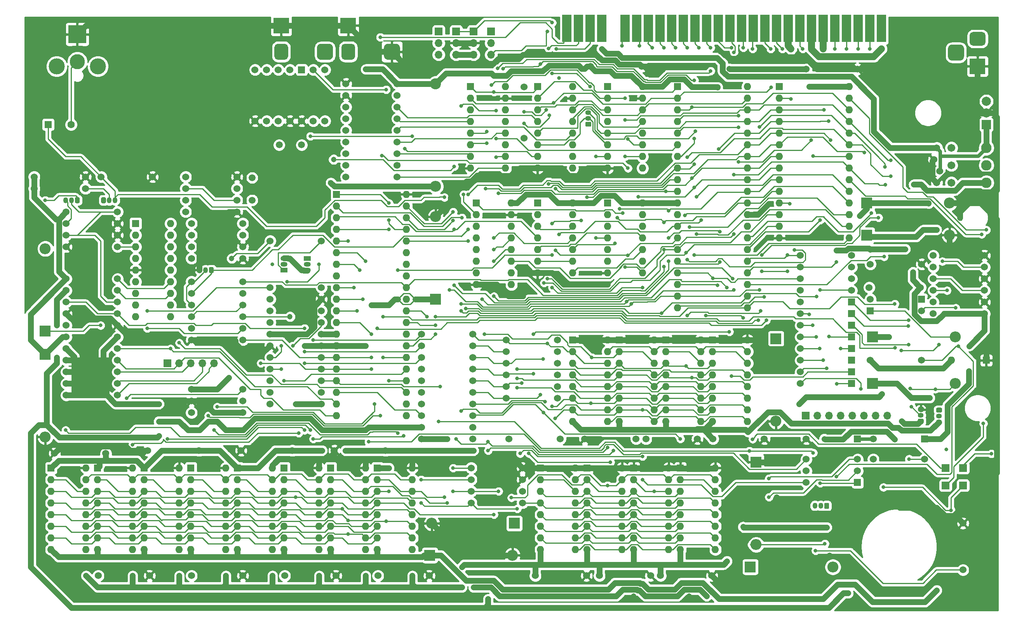
<source format=gbr>
%TF.GenerationSoftware,KiCad,Pcbnew,(5.1.6)-1*%
%TF.CreationDate,2020-12-22T12:14:04+00:00*%
%TF.ProjectId,Issue 4,49737375-6520-4342-9e6b-696361645f70,rev?*%
%TF.SameCoordinates,Original*%
%TF.FileFunction,Copper,L1,Top*%
%TF.FilePolarity,Positive*%
%FSLAX46Y46*%
G04 Gerber Fmt 4.6, Leading zero omitted, Abs format (unit mm)*
G04 Created by KiCad (PCBNEW (5.1.6)-1) date 2020-12-22 12:14:04*
%MOMM*%
%LPD*%
G01*
G04 APERTURE LIST*
%TA.AperFunction,ComponentPad*%
%ADD10C,1.524000*%
%TD*%
%TA.AperFunction,ComponentPad*%
%ADD11C,1.715000*%
%TD*%
%TA.AperFunction,ComponentPad*%
%ADD12C,2.286000*%
%TD*%
%TA.AperFunction,ComponentPad*%
%ADD13O,2.400000X2.400000*%
%TD*%
%TA.AperFunction,ComponentPad*%
%ADD14R,2.400000X2.400000*%
%TD*%
%TA.AperFunction,ComponentPad*%
%ADD15R,3.500000X3.500000*%
%TD*%
%TA.AperFunction,ComponentPad*%
%ADD16O,1.600000X1.600000*%
%TD*%
%TA.AperFunction,ComponentPad*%
%ADD17R,1.600000X1.600000*%
%TD*%
%TA.AperFunction,ComponentPad*%
%ADD18O,1.700000X1.700000*%
%TD*%
%TA.AperFunction,ComponentPad*%
%ADD19R,1.700000X1.700000*%
%TD*%
%TA.AperFunction,ConnectorPad*%
%ADD20R,2.000000X6.000000*%
%TD*%
%TA.AperFunction,ComponentPad*%
%ADD21C,2.400000*%
%TD*%
%TA.AperFunction,ComponentPad*%
%ADD22C,2.000000*%
%TD*%
%TA.AperFunction,ComponentPad*%
%ADD23R,2.000000X2.000000*%
%TD*%
%TA.AperFunction,ComponentPad*%
%ADD24O,1.050000X1.300000*%
%TD*%
%TA.AperFunction,ComponentPad*%
%ADD25C,3.500000*%
%TD*%
%TA.AperFunction,ComponentPad*%
%ADD26C,3.300000*%
%TD*%
%TA.AperFunction,ComponentPad*%
%ADD27R,4.000000X4.000000*%
%TD*%
%TA.AperFunction,ComponentPad*%
%ADD28R,1.500000X1.050000*%
%TD*%
%TA.AperFunction,ComponentPad*%
%ADD29O,1.500000X1.050000*%
%TD*%
%TA.AperFunction,ComponentPad*%
%ADD30C,1.600000*%
%TD*%
%TA.AperFunction,ComponentPad*%
%ADD31R,1.524000X1.524000*%
%TD*%
%TA.AperFunction,ComponentPad*%
%ADD32C,1.500000*%
%TD*%
%TA.AperFunction,ComponentPad*%
%ADD33O,1.300000X1.050000*%
%TD*%
%TA.AperFunction,ViaPad*%
%ADD34C,0.800000*%
%TD*%
%TA.AperFunction,ViaPad*%
%ADD35C,1.200000*%
%TD*%
%TA.AperFunction,ViaPad*%
%ADD36C,1.250000*%
%TD*%
%TA.AperFunction,Conductor*%
%ADD37C,1.500000*%
%TD*%
%TA.AperFunction,Conductor*%
%ADD38C,1.250000*%
%TD*%
%TA.AperFunction,Conductor*%
%ADD39C,0.250000*%
%TD*%
%TA.AperFunction,Conductor*%
%ADD40C,0.750000*%
%TD*%
%TA.AperFunction,Conductor*%
%ADD41C,0.500000*%
%TD*%
%TA.AperFunction,Conductor*%
%ADD42C,0.254000*%
%TD*%
G04 APERTURE END LIST*
D10*
%TO.P,T1,10*%
%TO.N,+9V*%
X243840000Y-55880000D03*
%TO.P,T1,9*%
%TO.N,GND*%
X243205000Y-58420000D03*
%TO.P,T1,8*%
%TO.N,+9V*%
X244475000Y-60960000D03*
%TO.P,T1,7*%
%TO.N,GND*%
X243840000Y-63500000D03*
D11*
%TO.P,T1,6*%
%TO.N,N/C*%
X247015000Y-59690000D03*
D12*
%TO.P,T1,5*%
X254635000Y-59690000D03*
%TO.P,T1,4*%
%TO.N,+9V*%
X254635000Y-55880000D03*
%TO.P,T1,3*%
%TO.N,-12V*%
X254635000Y-63500000D03*
D11*
%TO.P,T1,2*%
%TO.N,Net-(T1-Pad2)*%
X247015000Y-63500000D03*
%TO.P,T1,1*%
%TO.N,Net-(R61-Pad2)*%
X247015000Y-55880000D03*
%TD*%
D13*
%TO.P,C34,2*%
%TO.N,GND*%
X246600000Y-67945000D03*
D14*
%TO.P,C34,1*%
%TO.N,+5V*%
X228600000Y-67945000D03*
%TD*%
%TO.P,Mic0,MP*%
%TO.N,GND*%
%TA.AperFunction,ComponentPad*%
G36*
G01*
X124220000Y-33175000D02*
X125970000Y-33175000D01*
G75*
G02*
X126845000Y-34050000I0J-875000D01*
G01*
X126845000Y-35800000D01*
G75*
G02*
X125970000Y-36675000I-875000J0D01*
G01*
X124220000Y-36675000D01*
G75*
G02*
X123345000Y-35800000I0J875000D01*
G01*
X123345000Y-34050000D01*
G75*
G02*
X124220000Y-33175000I875000J0D01*
G01*
G37*
%TD.AperFunction*%
%TO.P,Mic0,2*%
%TO.N,Net-(C31-Pad2)*%
%TA.AperFunction,ComponentPad*%
G36*
G01*
X114070000Y-35925000D02*
X114070000Y-33925000D01*
G75*
G02*
X114820000Y-33175000I750000J0D01*
G01*
X116320000Y-33175000D01*
G75*
G02*
X117070000Y-33925000I0J-750000D01*
G01*
X117070000Y-35925000D01*
G75*
G02*
X116320000Y-36675000I-750000J0D01*
G01*
X114820000Y-36675000D01*
G75*
G02*
X114070000Y-35925000I0J750000D01*
G01*
G37*
%TD.AperFunction*%
D15*
%TO.P,Mic0,1*%
%TO.N,GND*%
X115570000Y-29210000D03*
%TD*%
D16*
%TO.P,IC5,28*%
%TO.N,+5V*%
X224790000Y-42545000D03*
%TO.P,IC5,14*%
%TO.N,GND*%
X209550000Y-75565000D03*
%TO.P,IC5,27*%
%TO.N,Net-(IC5-Pad27)*%
X224790000Y-45085000D03*
%TO.P,IC5,13*%
%TO.N,D2*%
X209550000Y-73025000D03*
%TO.P,IC5,26*%
%TO.N,A13*%
X224790000Y-47625000D03*
%TO.P,IC5,12*%
%TO.N,D1*%
X209550000Y-70485000D03*
%TO.P,IC5,25*%
%TO.N,A8*%
X224790000Y-50165000D03*
%TO.P,IC5,11*%
%TO.N,D0*%
X209550000Y-67945000D03*
%TO.P,IC5,24*%
%TO.N,A9*%
X224790000Y-52705000D03*
%TO.P,IC5,10*%
%TO.N,A0*%
X209550000Y-65405000D03*
%TO.P,IC5,23*%
%TO.N,A11*%
X224790000Y-55245000D03*
%TO.P,IC5,9*%
%TO.N,A1*%
X209550000Y-62865000D03*
%TO.P,IC5,22*%
%TO.N,_RD*%
X224790000Y-57785000D03*
%TO.P,IC5,8*%
%TO.N,A2*%
X209550000Y-60325000D03*
%TO.P,IC5,21*%
%TO.N,A10*%
X224790000Y-60325000D03*
%TO.P,IC5,7*%
%TO.N,A3*%
X209550000Y-57785000D03*
%TO.P,IC5,20*%
%TO.N,Net-(IC5-Pad20)*%
X224790000Y-62865000D03*
%TO.P,IC5,6*%
%TO.N,A4*%
X209550000Y-55245000D03*
%TO.P,IC5,19*%
%TO.N,D7*%
X224790000Y-65405000D03*
%TO.P,IC5,5*%
%TO.N,A5*%
X209550000Y-52705000D03*
%TO.P,IC5,18*%
%TO.N,D6*%
X224790000Y-67945000D03*
%TO.P,IC5,4*%
%TO.N,A6*%
X209550000Y-50165000D03*
%TO.P,IC5,17*%
%TO.N,D5*%
X224790000Y-70485000D03*
%TO.P,IC5,3*%
%TO.N,A7*%
X209550000Y-47625000D03*
%TO.P,IC5,16*%
%TO.N,D4*%
X224790000Y-73025000D03*
%TO.P,IC5,2*%
%TO.N,A12*%
X209550000Y-45085000D03*
%TO.P,IC5,15*%
%TO.N,D3*%
X224790000Y-75565000D03*
D17*
%TO.P,IC5,1*%
%TO.N,N/C*%
X209550000Y-42545000D03*
%TD*%
D16*
%TO.P,IC2,40*%
%TO.N,A10*%
X202565000Y-42545000D03*
%TO.P,IC2,20*%
%TO.N,_IO_REQ*%
X187325000Y-90805000D03*
%TO.P,IC2,39*%
%TO.N,A9*%
X202565000Y-45085000D03*
%TO.P,IC2,19*%
%TO.N,_M_REQ*%
X187325000Y-88265000D03*
%TO.P,IC2,38*%
%TO.N,A8*%
X202565000Y-47625000D03*
%TO.P,IC2,18*%
%TO.N,_HALT*%
X187325000Y-85725000D03*
%TO.P,IC2,37*%
%TO.N,A7*%
X202565000Y-50165000D03*
%TO.P,IC2,17*%
%TO.N,_NMI*%
X187325000Y-83185000D03*
%TO.P,IC2,36*%
%TO.N,A6*%
X202565000Y-52705000D03*
%TO.P,IC2,16*%
%TO.N,_INT*%
X187325000Y-80645000D03*
%TO.P,IC2,35*%
%TO.N,A5*%
X202565000Y-55245000D03*
%TO.P,IC2,15*%
%TO.N,D1*%
X187325000Y-78105000D03*
%TO.P,IC2,34*%
%TO.N,A4*%
X202565000Y-57785000D03*
%TO.P,IC2,14*%
%TO.N,D0*%
X187325000Y-75565000D03*
%TO.P,IC2,33*%
%TO.N,A3*%
X202565000Y-60325000D03*
%TO.P,IC2,13*%
%TO.N,D7*%
X187325000Y-73025000D03*
%TO.P,IC2,32*%
%TO.N,A2*%
X202565000Y-62865000D03*
%TO.P,IC2,12*%
%TO.N,D2*%
X187325000Y-70485000D03*
%TO.P,IC2,31*%
%TO.N,A1*%
X202565000Y-65405000D03*
%TO.P,IC2,11*%
%TO.N,+5V*%
X187325000Y-67945000D03*
%TO.P,IC2,30*%
%TO.N,A0*%
X202565000Y-67945000D03*
%TO.P,IC2,10*%
%TO.N,D6*%
X187325000Y-65405000D03*
%TO.P,IC2,29*%
%TO.N,GND*%
X202565000Y-70485000D03*
%TO.P,IC2,9*%
%TO.N,D5*%
X187325000Y-62865000D03*
%TO.P,IC2,28*%
%TO.N,_RFSH*%
X202565000Y-73025000D03*
%TO.P,IC2,8*%
%TO.N,D3*%
X187325000Y-60325000D03*
%TO.P,IC2,27*%
%TO.N,_M1*%
X202565000Y-75565000D03*
%TO.P,IC2,7*%
%TO.N,D4*%
X187325000Y-57785000D03*
%TO.P,IC2,26*%
%TO.N,_RESET*%
X202565000Y-78105000D03*
%TO.P,IC2,6*%
%TO.N,Net-(IC2-Pad6)*%
X187325000Y-55245000D03*
%TO.P,IC2,25*%
%TO.N,_BUS_REQ*%
X202565000Y-80645000D03*
%TO.P,IC2,5*%
%TO.N,A15*%
X187325000Y-52705000D03*
%TO.P,IC2,24*%
%TO.N,_WAIT*%
X202565000Y-83185000D03*
%TO.P,IC2,4*%
%TO.N,A14*%
X187325000Y-50165000D03*
%TO.P,IC2,23*%
%TO.N,_BUSACK*%
X202565000Y-85725000D03*
%TO.P,IC2,3*%
%TO.N,A13*%
X187325000Y-47625000D03*
%TO.P,IC2,22*%
%TO.N,_WR*%
X202565000Y-88265000D03*
%TO.P,IC2,2*%
%TO.N,A12*%
X187325000Y-45085000D03*
%TO.P,IC2,21*%
%TO.N,_RD*%
X202565000Y-90805000D03*
D17*
%TO.P,IC2,1*%
%TO.N,A11*%
X187325000Y-42545000D03*
%TD*%
%TO.P,Ear0,MP*%
%TO.N,N/C*%
%TA.AperFunction,ComponentPad*%
G36*
G01*
X109615000Y-33175000D02*
X111365000Y-33175000D01*
G75*
G02*
X112240000Y-34050000I0J-875000D01*
G01*
X112240000Y-35800000D01*
G75*
G02*
X111365000Y-36675000I-875000J0D01*
G01*
X109615000Y-36675000D01*
G75*
G02*
X108740000Y-35800000I0J875000D01*
G01*
X108740000Y-34050000D01*
G75*
G02*
X109615000Y-33175000I875000J0D01*
G01*
G37*
%TD.AperFunction*%
%TO.P,Ear0,2*%
%TO.N,Net-(Ear0-Pad2)*%
%TA.AperFunction,ComponentPad*%
G36*
G01*
X99465000Y-35925000D02*
X99465000Y-33925000D01*
G75*
G02*
X100215000Y-33175000I750000J0D01*
G01*
X101715000Y-33175000D01*
G75*
G02*
X102465000Y-33925000I0J-750000D01*
G01*
X102465000Y-35925000D01*
G75*
G02*
X101715000Y-36675000I-750000J0D01*
G01*
X100215000Y-36675000D01*
G75*
G02*
X99465000Y-35925000I0J750000D01*
G01*
G37*
%TD.AperFunction*%
D15*
%TO.P,Ear0,1*%
%TO.N,GND*%
X100965000Y-29210000D03*
%TD*%
D10*
%TO.P,LS1,2*%
%TO.N,Net-(LS1-Pad2)*%
X249555000Y-147955000D03*
%TO.P,LS1,1*%
%TO.N,GND*%
X249555000Y-137795000D03*
%TD*%
D18*
%TO.P,J4,3*%
%TO.N,+5V*%
X142875000Y-35560000D03*
%TO.P,J4,2*%
%TO.N,GND*%
X142875000Y-33020000D03*
D19*
%TO.P,J4,1*%
%TO.N,A14*%
X142875000Y-30480000D03*
%TD*%
D18*
%TO.P,J3,3*%
%TO.N,+5V*%
X139065000Y-35560000D03*
%TO.P,J3,2*%
%TO.N,GND*%
X139065000Y-33020000D03*
D19*
%TO.P,J3,1*%
%TO.N,A14*%
X139065000Y-30480000D03*
%TD*%
D18*
%TO.P,J2,3*%
%TO.N,Net-(IC26-Pad11)*%
X135255000Y-35560000D03*
%TO.P,J2,2*%
X135255000Y-33020000D03*
D19*
%TO.P,J2,1*%
X135255000Y-30480000D03*
%TD*%
D18*
%TO.P,J1,3*%
%TO.N,Net-(IC26-Pad10)*%
X146685000Y-35560000D03*
%TO.P,J1,2*%
X146685000Y-33020000D03*
D19*
%TO.P,J1,1*%
X146685000Y-30480000D03*
%TD*%
D20*
%TO.P,E1,27*%
%TO.N,Net-(E1-Pad27)*%
X231775000Y-29845000D03*
%TO.P,E1,26*%
%TO.N,A10*%
X229235000Y-29845000D03*
%TO.P,E1,25*%
%TO.N,A8*%
X226695000Y-29845000D03*
%TO.P,E1,24*%
%TO.N,_RFSH*%
X224155000Y-29845000D03*
%TO.P,E1,23*%
%TO.N,_M1*%
X221615000Y-29845000D03*
%TO.P,E1,22*%
%TO.N,-12V*%
X219075000Y-29845000D03*
%TO.P,E1,21*%
%TO.N,+12V*%
X216535000Y-29845000D03*
%TO.P,E1,20*%
%TO.N,_WAIT*%
X213995000Y-29845000D03*
%TO.P,E1,19*%
%TO.N,-5V*%
X211455000Y-29845000D03*
%TO.P,E1,18*%
%TO.N,_WR*%
X208915000Y-29845000D03*
%TO.P,E1,17*%
%TO.N,_RD*%
X206375000Y-29845000D03*
%TO.P,E1,16*%
%TO.N,_IO_REQ*%
X203835000Y-29845000D03*
%TO.P,E1,15*%
%TO.N,_M_REQ*%
X201295000Y-29845000D03*
%TO.P,E1,14*%
%TO.N,_HALT*%
X198755000Y-29845000D03*
%TO.P,E1,13*%
%TO.N,_NMI*%
X196215000Y-29845000D03*
%TO.P,E1,12*%
%TO.N,_INT*%
X193675000Y-29845000D03*
%TO.P,E1,11*%
%TO.N,D4*%
X191135000Y-29845000D03*
%TO.P,E1,10*%
%TO.N,D3*%
X188595000Y-29845000D03*
%TO.P,E1,9*%
%TO.N,D5*%
X186055000Y-29845000D03*
%TO.P,E1,8*%
%TO.N,D6*%
X183515000Y-29845000D03*
%TO.P,E1,7*%
%TO.N,D2*%
X180975000Y-29845000D03*
%TO.P,E1,6*%
%TO.N,D1*%
X178435000Y-29845000D03*
%TO.P,E1,5*%
%TO.N,D0*%
X175895000Y-29845000D03*
%TO.P,E1,4*%
%TO.N,Net-(E1-Pad4)*%
X170815000Y-29845000D03*
%TO.P,E1,3*%
%TO.N,D7*%
X168275000Y-29845000D03*
%TO.P,E1,2*%
%TO.N,A13*%
X165735000Y-29845000D03*
%TO.P,E1,1*%
%TO.N,A15*%
X163195000Y-29845000D03*
%TD*%
%TO.P,J7,MP*%
%TO.N,+9V*%
%TA.AperFunction,ComponentPad*%
G36*
G01*
X247155000Y-33350000D02*
X248905000Y-33350000D01*
G75*
G02*
X249780000Y-34225000I0J-875000D01*
G01*
X249780000Y-35975000D01*
G75*
G02*
X248905000Y-36850000I-875000J0D01*
G01*
X247155000Y-36850000D01*
G75*
G02*
X246280000Y-35975000I0J875000D01*
G01*
X246280000Y-34225000D01*
G75*
G02*
X247155000Y-33350000I875000J0D01*
G01*
G37*
%TD.AperFunction*%
%TO.P,J7,2*%
%TA.AperFunction,ComponentPad*%
G36*
G01*
X251730000Y-30600000D02*
X253730000Y-30600000D01*
G75*
G02*
X254480000Y-31350000I0J-750000D01*
G01*
X254480000Y-32850000D01*
G75*
G02*
X253730000Y-33600000I-750000J0D01*
G01*
X251730000Y-33600000D01*
G75*
G02*
X250980000Y-32850000I0J750000D01*
G01*
X250980000Y-31350000D01*
G75*
G02*
X251730000Y-30600000I750000J0D01*
G01*
G37*
%TD.AperFunction*%
D15*
%TO.P,J7,1*%
%TO.N,GND*%
X252730000Y-38100000D03*
%TD*%
D13*
%TO.P,R34,2*%
%TO.N,Net-(C30-Pad2)*%
X134620000Y-64310000D03*
D21*
%TO.P,R34,1*%
%TO.N,+5V*%
X134620000Y-41910000D03*
%TD*%
D22*
%TO.P,REG1,3*%
%TO.N,+5V*%
X254635000Y-45720000D03*
%TO.P,REG1,2*%
%TO.N,GND*%
X254635000Y-48260000D03*
D23*
%TO.P,REG1,1*%
%TO.N,+9V*%
X254635000Y-50800000D03*
%TD*%
%TO.P,TR3,1*%
%TO.N,Net-(IC2-Pad6)*%
%TA.AperFunction,ComponentPad*%
G36*
G01*
X86250000Y-82149900D02*
X86250000Y-82950100D01*
G75*
G02*
X86000100Y-83200000I-249900J0D01*
G01*
X85449900Y-83200000D01*
G75*
G02*
X85200000Y-82950100I0J249900D01*
G01*
X85200000Y-82149900D01*
G75*
G02*
X85449900Y-81900000I249900J0D01*
G01*
X86000100Y-81900000D01*
G75*
G02*
X86250000Y-82149900I0J-249900D01*
G01*
G37*
%TD.AperFunction*%
D24*
%TO.P,TR3,3*%
%TO.N,GND*%
X83185000Y-82550000D03*
%TO.P,TR3,2*%
%TO.N,Net-(C67-Pad2)*%
X84455000Y-82550000D03*
%TD*%
D13*
%TO.P,C74,2*%
%TO.N,Net-(C74-Pad2)*%
X247870000Y-107315000D03*
D14*
%TO.P,C74,1*%
%TO.N,+5V*%
X229870000Y-107315000D03*
%TD*%
D16*
%TO.P,D19,2*%
%TO.N,-5V*%
X247015000Y-102235000D03*
D17*
%TO.P,D19,1*%
%TO.N,GND*%
X254635000Y-102235000D03*
%TD*%
D25*
%TO.P,J12,MP*%
%TO.N,N/C*%
X61015000Y-38115000D03*
X52015000Y-38115000D03*
D26*
%TO.P,J12,2*%
%TO.N,Net-(C81-Pad2)*%
X56515000Y-37115000D03*
D27*
%TO.P,J12,1*%
%TO.N,GND*%
X56515000Y-31115000D03*
%TD*%
D19*
%TO.P,J11,1*%
%TO.N,Net-(IC5-Pad27)*%
X249555000Y-125730000D03*
%TD*%
%TO.P,J10,1*%
%TO.N,_M_REQ*%
X245745000Y-125730000D03*
%TD*%
%TO.P,J9,1*%
%TO.N,_ROMCS*%
X249555000Y-129540000D03*
%TD*%
%TO.P,J8,1*%
%TO.N,Net-(IC5-Pad20)*%
X245745000Y-129540000D03*
%TD*%
D13*
%TO.P,C27,2*%
%TO.N,GND*%
X208788000Y-115536000D03*
D14*
%TO.P,C27,1*%
%TO.N,_RESET*%
X208788000Y-97536000D03*
%TD*%
D28*
%TO.P,TR9,1*%
%TO.N,Net-(C69-Pad1)*%
X101600000Y-82550000D03*
D29*
%TO.P,TR9,3*%
%TO.N,+5V*%
X101600000Y-80010000D03*
%TO.P,TR9,2*%
%TO.N,Net-(C68-Pad1)*%
X101600000Y-81280000D03*
%TD*%
D28*
%TO.P,TR8,1*%
%TO.N,Net-(C71-Pad1)*%
X106680000Y-80010000D03*
D29*
%TO.P,TR8,3*%
%TO.N,+5V*%
X106680000Y-82550000D03*
%TO.P,TR8,2*%
%TO.N,Net-(C70-Pad1)*%
X106680000Y-81280000D03*
%TD*%
D30*
%TO.P,C81,2*%
%TO.N,Net-(C81-Pad2)*%
X55165000Y-50800000D03*
D17*
%TO.P,C81,1*%
%TO.N,VIDEO*%
X50165000Y-50800000D03*
%TD*%
D10*
%TO.P,D29,2*%
%TO.N,Net-(C79-Pad2)*%
X240538000Y-91440000D03*
D31*
%TO.P,D29,1*%
%TO.N,Net-(C46-Pad2)*%
X229362000Y-91440000D03*
%TD*%
D10*
%TO.P,D17,2*%
%TO.N,GND*%
X215392000Y-119380000D03*
D31*
%TO.P,D17,1*%
%TO.N,Net-(C80-Pad2)*%
X226568000Y-119380000D03*
%TD*%
D10*
%TO.P,D15,2*%
%TO.N,Net-(C80-Pad2)*%
X229997000Y-119380000D03*
D31*
%TO.P,D15,1*%
%TO.N,+12V*%
X241173000Y-119380000D03*
%TD*%
D10*
%TO.P,D13,2*%
%TO.N,GND*%
X105410000Y-50038000D03*
D31*
%TO.P,D13,1*%
%TO.N,Net-(C32-Pad1)*%
X105410000Y-38862000D03*
%TD*%
D10*
%TO.P,D11,2*%
%TO.N,Net-(C46-Pad2)*%
X229362000Y-88900000D03*
D31*
%TO.P,D11,1*%
%TO.N,GND*%
X240538000Y-88900000D03*
%TD*%
D10*
%TO.P,D9,2*%
%TO.N,Net-(C32-Pad1)*%
X215392000Y-128905000D03*
D31*
%TO.P,D9,1*%
%TO.N,Net-(D9-Pad1)*%
X226568000Y-128905000D03*
%TD*%
D10*
%TO.P,D8,2*%
%TO.N,Net-(D8-Pad2)*%
X214122000Y-107315000D03*
D31*
%TO.P,D8,1*%
%TO.N,A15*%
X225298000Y-107315000D03*
%TD*%
D10*
%TO.P,D7,2*%
%TO.N,Net-(D7-Pad2)*%
X214122000Y-104775000D03*
D31*
%TO.P,D7,1*%
%TO.N,A14*%
X225298000Y-104775000D03*
%TD*%
D10*
%TO.P,D6,2*%
%TO.N,Net-(D6-Pad2)*%
X214122000Y-102235000D03*
D31*
%TO.P,D6,1*%
%TO.N,A8*%
X225298000Y-102235000D03*
%TD*%
D10*
%TO.P,D5,2*%
%TO.N,Net-(D5-Pad2)*%
X214122000Y-99695000D03*
D31*
%TO.P,D5,1*%
%TO.N,A13*%
X225298000Y-99695000D03*
%TD*%
D10*
%TO.P,D4,2*%
%TO.N,Net-(D4-Pad2)*%
X214122000Y-97155000D03*
D31*
%TO.P,D4,1*%
%TO.N,A12*%
X225298000Y-97155000D03*
%TD*%
D10*
%TO.P,D3,2*%
%TO.N,Net-(D3-Pad2)*%
X214122000Y-94615000D03*
D31*
%TO.P,D3,1*%
%TO.N,A9*%
X225298000Y-94615000D03*
%TD*%
D10*
%TO.P,D2,2*%
%TO.N,Net-(D2-Pad2)*%
X214122000Y-92075000D03*
D31*
%TO.P,D2,1*%
%TO.N,A10*%
X225298000Y-92075000D03*
%TD*%
D10*
%TO.P,D1,2*%
%TO.N,Net-(D1-Pad2)*%
X214122000Y-89535000D03*
D31*
%TO.P,D1,1*%
%TO.N,A11*%
X225298000Y-89535000D03*
%TD*%
D10*
%TO.P,C31,2*%
%TO.N,Net-(C31-Pad2)*%
X110490000Y-38862000D03*
%TO.P,C31,1*%
%TO.N,Net-(C31-Pad1)*%
X110490000Y-50038000D03*
%TD*%
%TO.P,C76,2*%
%TO.N,Net-(C76-Pad2)*%
X65278000Y-77470000D03*
%TO.P,C76,1*%
%TO.N,GND*%
X54102000Y-77470000D03*
%TD*%
%TO.P,C75,2*%
%TO.N,+5V*%
X109728000Y-99060000D03*
%TO.P,C75,1*%
%TO.N,GND*%
X98552000Y-99060000D03*
%TD*%
%TO.P,C73,2*%
%TO.N,Net-(C73-Pad2)*%
X126238000Y-44450000D03*
%TO.P,C73,1*%
%TO.N,GND*%
X115062000Y-44450000D03*
%TD*%
%TO.P,C72,2*%
%TO.N,GND*%
X109728000Y-88900000D03*
%TO.P,C72,1*%
%TO.N,Net-(C72-Pad1)*%
X98552000Y-88900000D03*
%TD*%
%TO.P,C71,2*%
%TO.N,V*%
X109728000Y-104140000D03*
%TO.P,C71,1*%
%TO.N,Net-(C71-Pad1)*%
X98552000Y-104140000D03*
%TD*%
%TO.P,C70,2*%
%TO.N,Y*%
X109728000Y-109220000D03*
%TO.P,C70,1*%
%TO.N,Net-(C70-Pad1)*%
X98552000Y-109220000D03*
%TD*%
%TO.P,C69,2*%
%TO.N,U*%
X109728000Y-101600000D03*
%TO.P,C69,1*%
%TO.N,Net-(C69-Pad1)*%
X98552000Y-101600000D03*
%TD*%
%TO.P,C68,2*%
%TO.N,Y*%
X109728000Y-106680000D03*
%TO.P,C68,1*%
%TO.N,Net-(C68-Pad1)*%
X98552000Y-106680000D03*
%TD*%
%TO.P,C67,2*%
%TO.N,Net-(C67-Pad2)*%
X81407000Y-90170000D03*
%TO.P,C67,1*%
%TO.N,_CK*%
X92583000Y-90170000D03*
%TD*%
%TO.P,C66,2*%
%TO.N,+9V*%
X243078000Y-79375000D03*
%TO.P,C66,1*%
%TO.N,GND*%
X254254000Y-79375000D03*
%TD*%
%TO.P,C64,1*%
%TO.N,Net-(C64-Pad1)*%
X142367000Y-125730000D03*
%TO.P,C64,2*%
%TO.N,GND*%
X153543000Y-125730000D03*
%TD*%
%TO.P,C63,1*%
%TO.N,Net-(C63-Pad1)*%
X142367000Y-128270000D03*
%TO.P,C63,2*%
%TO.N,GND*%
X153543000Y-128270000D03*
%TD*%
%TO.P,C62,2*%
%TO.N,+5V*%
X183642000Y-149225000D03*
%TO.P,C62,1*%
%TO.N,GND*%
X194818000Y-149225000D03*
%TD*%
%TO.P,C60,2*%
%TO.N,+5V*%
X161798000Y-119380000D03*
%TO.P,C60,1*%
%TO.N,GND*%
X150622000Y-119380000D03*
%TD*%
%TO.P,C59,2*%
%TO.N,+5V*%
X178308000Y-119380000D03*
%TO.P,C59,1*%
%TO.N,GND*%
X167132000Y-119380000D03*
%TD*%
%TO.P,C58,2*%
%TO.N,+5V*%
X180467000Y-119380000D03*
%TO.P,C58,1*%
%TO.N,GND*%
X191643000Y-119380000D03*
%TD*%
%TO.P,C57,2*%
%TO.N,+5V*%
X195072000Y-119380000D03*
%TO.P,C57,1*%
%TO.N,GND*%
X206248000Y-119380000D03*
%TD*%
%TO.P,C56,2*%
%TO.N,+5V*%
X156337000Y-149225000D03*
%TO.P,C56,1*%
%TO.N,GND*%
X167513000Y-149225000D03*
%TD*%
%TO.P,C55,2*%
%TO.N,+5V*%
X170307000Y-149225000D03*
%TO.P,C55,1*%
%TO.N,GND*%
X181483000Y-149225000D03*
%TD*%
%TO.P,C53,2*%
%TO.N,+12VA*%
X81407000Y-108585000D03*
%TO.P,C53,1*%
%TO.N,Net-(C53-Pad1)*%
X92583000Y-108585000D03*
%TD*%
%TO.P,C52,2*%
%TO.N,+12VA*%
X81407000Y-95250000D03*
%TO.P,C52,1*%
%TO.N,Net-(C52-Pad1)*%
X92583000Y-95250000D03*
%TD*%
%TO.P,C49,2*%
%TO.N,-12V*%
X229362000Y-81280000D03*
%TO.P,C49,1*%
%TO.N,GND*%
X240538000Y-81280000D03*
%TD*%
%TO.P,C48,2*%
%TO.N,+12VA*%
X81407000Y-80010000D03*
%TO.P,C48,1*%
%TO.N,GND*%
X92583000Y-80010000D03*
%TD*%
%TO.P,C43,2*%
%TO.N,Net-(C43-Pad2)*%
X243078000Y-84455000D03*
%TO.P,C43,1*%
%TO.N,GND*%
X254254000Y-84455000D03*
%TD*%
%TO.P,C42,2*%
%TO.N,GND*%
X58293000Y-62230000D03*
%TO.P,C42,1*%
%TO.N,Net-(C25-Pad1)*%
X47117000Y-62230000D03*
%TD*%
%TO.P,C41,2*%
%TO.N,GND*%
X226568000Y-38735000D03*
%TO.P,C41,1*%
%TO.N,+5V*%
X215392000Y-38735000D03*
%TD*%
%TO.P,C40,2*%
%TO.N,GND*%
X65278000Y-94615000D03*
%TO.P,C40,1*%
%TO.N,Net-(C25-Pad1)*%
X54102000Y-94615000D03*
%TD*%
%TO.P,C39,2*%
%TO.N,Net-(C38-Pad1)*%
X91313000Y-67310000D03*
%TO.P,C39,1*%
%TO.N,Net-(C39-Pad1)*%
X80137000Y-67310000D03*
%TD*%
%TO.P,C38,2*%
%TO.N,Net-(C38-Pad2)*%
X91313000Y-64770000D03*
%TO.P,C38,1*%
%TO.N,Net-(C38-Pad1)*%
X80137000Y-64770000D03*
%TD*%
%TO.P,C37,2*%
%TO.N,GND*%
X91313000Y-69850000D03*
%TO.P,C37,1*%
%TO.N,Net-(C37-Pad1)*%
X80137000Y-69850000D03*
%TD*%
%TO.P,C35,2*%
%TO.N,Net-(C32-Pad1)*%
X102870000Y-38862000D03*
%TO.P,C35,1*%
%TO.N,GND*%
X102870000Y-50038000D03*
%TD*%
%TO.P,C33,2*%
%TO.N,+12VA*%
X81407000Y-113665000D03*
%TO.P,C33,1*%
%TO.N,GND*%
X92583000Y-113665000D03*
%TD*%
%TO.P,C32,2*%
%TO.N,Net-(C32-Pad2)*%
X100330000Y-50038000D03*
%TO.P,C32,1*%
%TO.N,Net-(C32-Pad1)*%
X100330000Y-38862000D03*
%TD*%
%TO.P,C30,2*%
%TO.N,Net-(C30-Pad2)*%
X109728000Y-96520000D03*
%TO.P,C30,1*%
%TO.N,GND*%
X98552000Y-96520000D03*
%TD*%
%TO.P,C29,2*%
%TO.N,+5V*%
X126238000Y-41910000D03*
%TO.P,C29,1*%
%TO.N,GND*%
X115062000Y-41910000D03*
%TD*%
%TO.P,C26,2*%
%TO.N,GND*%
X179578000Y-38100000D03*
%TO.P,C26,1*%
%TO.N,+5V*%
X168402000Y-38100000D03*
%TD*%
%TO.P,C8,1*%
%TO.N,+12V*%
X122047000Y-149225000D03*
%TO.P,C8,2*%
%TO.N,GND*%
X133223000Y-149225000D03*
%TD*%
%TO.P,C7,2*%
%TO.N,GND*%
X112903000Y-149225000D03*
%TO.P,C7,1*%
%TO.N,+12V*%
X101727000Y-149225000D03*
%TD*%
%TO.P,C6,2*%
%TO.N,GND*%
X92583000Y-149225000D03*
%TO.P,C6,1*%
%TO.N,+12V*%
X81407000Y-149225000D03*
%TD*%
%TO.P,C5,2*%
%TO.N,GND*%
X72263000Y-149225000D03*
%TO.P,C5,1*%
%TO.N,+12V*%
X61087000Y-149225000D03*
%TD*%
%TO.P,C4,2*%
%TO.N,GND*%
X112522000Y-121920000D03*
%TO.P,C4,1*%
%TO.N,-5V*%
X123698000Y-121920000D03*
%TD*%
%TO.P,C3,2*%
%TO.N,GND*%
X92202000Y-121920000D03*
%TO.P,C3,1*%
%TO.N,-5V*%
X103378000Y-121920000D03*
%TD*%
%TO.P,C2,2*%
%TO.N,GND*%
X71882000Y-121920000D03*
%TO.P,C2,1*%
%TO.N,-5V*%
X83058000Y-121920000D03*
%TD*%
%TO.P,C1,2*%
%TO.N,GND*%
X51562000Y-122555000D03*
%TO.P,C1,1*%
%TO.N,-5V*%
X62738000Y-122555000D03*
%TD*%
%TO.P,R79,2*%
%TO.N,-5V*%
X229362000Y-102235000D03*
%TO.P,R79,1*%
%TO.N,Net-(C79-Pad2)*%
X240538000Y-102235000D03*
%TD*%
%TO.P,R78,2*%
%TO.N,Net-(C76-Pad2)*%
X98552000Y-86360000D03*
%TO.P,R78,1*%
%TO.N,+5V*%
X109728000Y-86360000D03*
%TD*%
%TO.P,R77,2*%
%TO.N,Net-(C53-Pad1)*%
X98552000Y-93980000D03*
%TO.P,R77,1*%
%TO.N,Net-(C71-Pad1)*%
X109728000Y-93980000D03*
%TD*%
%TO.P,R76,2*%
%TO.N,Net-(C52-Pad1)*%
X98552000Y-76200000D03*
%TO.P,R76,1*%
%TO.N,Net-(C69-Pad1)*%
X109728000Y-76200000D03*
%TD*%
%TO.P,R75,2*%
%TO.N,+5V*%
X109728000Y-111760000D03*
%TO.P,R75,1*%
%TO.N,Net-(C70-Pad1)*%
X98552000Y-111760000D03*
%TD*%
%TO.P,R74,2*%
%TO.N,+5V*%
X109728000Y-91440000D03*
%TO.P,R74,1*%
%TO.N,Net-(C68-Pad1)*%
X98552000Y-91440000D03*
%TD*%
%TO.P,R73,2*%
%TO.N,_CK*%
X81407000Y-92710000D03*
%TO.P,R73,1*%
%TO.N,+5V*%
X92583000Y-92710000D03*
%TD*%
%TO.P,R72,2*%
%TO.N,Net-(C65-Pad1)*%
X65278000Y-84455000D03*
%TO.P,R72,1*%
%TO.N,Net-(C25-Pad1)*%
X54102000Y-84455000D03*
%TD*%
%TO.P,R71,1*%
%TO.N,/_URAS*%
X153543000Y-133350000D03*
%TO.P,R71,2*%
%TO.N,Net-(C63-Pad1)*%
X142367000Y-133350000D03*
%TD*%
%TO.P,R70,1*%
%TO.N,Net-(IC23-Pad8)*%
X153543000Y-130810000D03*
%TO.P,R70,2*%
%TO.N,Net-(C64-Pad1)*%
X142367000Y-130810000D03*
%TD*%
%TO.P,R69,2*%
%TO.N,Net-(IC1-Pad19)*%
X65278000Y-99695000D03*
%TO.P,R69,1*%
%TO.N,+5V*%
X54102000Y-99695000D03*
%TD*%
%TO.P,R68,2*%
%TO.N,Net-(IC1-Pad20)*%
X65278000Y-102235000D03*
%TO.P,R68,1*%
%TO.N,+5V*%
X54102000Y-102235000D03*
%TD*%
%TO.P,R67,2*%
%TO.N,Net-(IC1-Pad23)*%
X65278000Y-104775000D03*
%TO.P,R67,1*%
%TO.N,+5V*%
X54102000Y-104775000D03*
%TD*%
%TO.P,R66,2*%
%TO.N,Net-(IC1-Pad24)*%
X65278000Y-107315000D03*
%TO.P,R66,1*%
%TO.N,+5V*%
X54102000Y-107315000D03*
%TD*%
%TO.P,R65,2*%
%TO.N,Net-(IC1-Pad26)*%
X65278000Y-109855000D03*
%TO.P,R65,1*%
%TO.N,+5V*%
X54102000Y-109855000D03*
%TD*%
%TO.P,R64,2*%
%TO.N,+5V*%
X65278000Y-97155000D03*
%TO.P,R64,1*%
%TO.N,Net-(C25-Pad1)*%
X54102000Y-97155000D03*
%TD*%
%TO.P,R63,2*%
%TO.N,GND*%
X81407000Y-111125000D03*
%TO.P,R63,1*%
%TO.N,V*%
X92583000Y-111125000D03*
%TD*%
%TO.P,R62,2*%
%TO.N,+12VA*%
X229108000Y-86360000D03*
%TO.P,R62,1*%
%TO.N,+12V*%
X240284000Y-86360000D03*
%TD*%
%TO.P,R61,2*%
%TO.N,Net-(R61-Pad2)*%
X254254000Y-81915000D03*
%TO.P,R61,1*%
%TO.N,Net-(C43-Pad2)*%
X243078000Y-81915000D03*
%TD*%
%TO.P,R60,2*%
%TO.N,Net-(C43-Pad2)*%
X254254000Y-86995000D03*
%TO.P,R60,1*%
%TO.N,Net-(R60-Pad1)*%
X243078000Y-86995000D03*
%TD*%
%TO.P,R59,2*%
%TO.N,+12V*%
X254254000Y-92075000D03*
%TO.P,R59,1*%
%TO.N,Net-(C74-Pad2)*%
X243078000Y-92075000D03*
%TD*%
%TO.P,R58,2*%
%TO.N,GND*%
X254254000Y-89535000D03*
%TO.P,R58,1*%
%TO.N,Net-(C74-Pad2)*%
X243078000Y-89535000D03*
%TD*%
%TO.P,R56,2*%
%TO.N,GND*%
X81407000Y-97790000D03*
%TO.P,R56,1*%
%TO.N,U*%
X92583000Y-97790000D03*
%TD*%
%TO.P,R53,2*%
%TO.N,VIDEO*%
X61722000Y-62230000D03*
%TO.P,R53,1*%
%TO.N,GND*%
X72898000Y-62230000D03*
%TD*%
%TO.P,R52,2*%
%TO.N,Net-(R52-Pad2)*%
X54102000Y-72390000D03*
%TO.P,R52,1*%
%TO.N,GND*%
X65278000Y-72390000D03*
%TD*%
%TO.P,R51,2*%
%TO.N,Net-(C25-Pad1)*%
X47117000Y-64770000D03*
%TO.P,R51,1*%
%TO.N,Net-(C65-Pad2)*%
X58293000Y-64770000D03*
%TD*%
%TO.P,R50,2*%
%TO.N,Net-(R48-Pad1)*%
X54102000Y-74930000D03*
%TO.P,R50,1*%
%TO.N,GND*%
X65278000Y-74930000D03*
%TD*%
%TO.P,R49,2*%
%TO.N,Net-(C25-Pad1)*%
X54102000Y-69850000D03*
%TO.P,R49,1*%
%TO.N,Net-(R48-Pad1)*%
X65278000Y-69850000D03*
%TD*%
%TO.P,R48,2*%
%TO.N,Y*%
X54102000Y-89535000D03*
%TO.P,R48,1*%
%TO.N,Net-(R48-Pad1)*%
X65278000Y-89535000D03*
%TD*%
%TO.P,R47,2*%
%TO.N,Y*%
X65278000Y-92075000D03*
%TO.P,R47,1*%
%TO.N,GND*%
X54102000Y-92075000D03*
%TD*%
%TO.P,R46,2*%
%TO.N,Net-(C38-Pad1)*%
X80137000Y-62230000D03*
%TO.P,R46,1*%
%TO.N,GND*%
X91313000Y-62230000D03*
%TD*%
%TO.P,R45,2*%
%TO.N,Net-(C37-Pad1)*%
X81407000Y-72390000D03*
%TO.P,R45,1*%
%TO.N,Net-(C38-Pad2)*%
X92583000Y-72390000D03*
%TD*%
%TO.P,R44,2*%
%TO.N,Net-(IC14-Pad17)*%
X81407000Y-74930000D03*
%TO.P,R44,1*%
%TO.N,Net-(C72-Pad1)*%
X92583000Y-74930000D03*
%TD*%
%TO.P,R43,2*%
%TO.N,Net-(IC14-Pad17)*%
X81407000Y-77470000D03*
%TO.P,R43,1*%
%TO.N,GND*%
X92583000Y-77470000D03*
%TD*%
%TO.P,R42,2*%
%TO.N,Net-(IC14-Pad12)*%
X65278000Y-86995000D03*
%TO.P,R42,1*%
%TO.N,+12VA*%
X54102000Y-86995000D03*
%TD*%
%TO.P,R37,2*%
%TO.N,GND*%
X95250000Y-50038000D03*
%TO.P,R37,1*%
%TO.N,Net-(Ear0-Pad2)*%
X95250000Y-38862000D03*
%TD*%
%TO.P,R36,2*%
%TO.N,Net-(C32-Pad2)*%
X97790000Y-50038000D03*
%TO.P,R36,1*%
%TO.N,Net-(Ear0-Pad2)*%
X97790000Y-38862000D03*
%TD*%
%TO.P,R35,2*%
%TO.N,Net-(C32-Pad1)*%
X107950000Y-38862000D03*
%TO.P,R35,1*%
%TO.N,Net-(C31-Pad1)*%
X107950000Y-50038000D03*
%TD*%
%TO.P,R33,2*%
%TO.N,Net-(IC1-Pad34)*%
X241173000Y-123825000D03*
%TO.P,R33,1*%
%TO.N,_ROMCS*%
X229997000Y-123825000D03*
%TD*%
%TO.P,R31,2*%
%TO.N,_RESET*%
X225298000Y-86995000D03*
%TO.P,R31,1*%
%TO.N,+5V*%
X214122000Y-86995000D03*
%TD*%
%TO.P,R30,2*%
%TO.N,_BUS_REQ*%
X214122000Y-79375000D03*
%TO.P,R30,1*%
%TO.N,+5V*%
X225298000Y-79375000D03*
%TD*%
%TO.P,R29,2*%
%TO.N,_WAIT*%
X214122000Y-81915000D03*
%TO.P,R29,1*%
%TO.N,+5V*%
X225298000Y-81915000D03*
%TD*%
%TO.P,R28,2*%
%TO.N,_NMI*%
X214122000Y-84455000D03*
%TO.P,R28,1*%
%TO.N,+5V*%
X225298000Y-84455000D03*
%TD*%
%TO.P,R27,2*%
%TO.N,_IO_RQULA*%
X215392000Y-126365000D03*
%TO.P,R27,1*%
%TO.N,_IO_REQ*%
X226568000Y-126365000D03*
%TD*%
%TO.P,R26,2*%
%TO.N,Net-(IC1-Pad12)*%
X215392000Y-123825000D03*
%TO.P,R26,1*%
%TO.N,_INT*%
X226568000Y-123825000D03*
%TD*%
%TO.P,R25,2*%
%TO.N,Net-(IC2-Pad6)*%
X81407000Y-87630000D03*
%TO.P,R25,1*%
%TO.N,+5V*%
X92583000Y-87630000D03*
%TD*%
%TO.P,R24,2*%
%TO.N,_CK*%
X92583000Y-85090000D03*
%TO.P,R24,1*%
%TO.N,Net-(C67-Pad2)*%
X81407000Y-85090000D03*
%TD*%
%TO.P,R23,2*%
%TO.N,/LA6*%
X115062000Y-54610000D03*
%TO.P,R23,1*%
%TO.N,Net-(IC3-Pad12)*%
X126238000Y-54610000D03*
%TD*%
%TO.P,R22,2*%
%TO.N,/LA5*%
X115062000Y-49530000D03*
%TO.P,R22,1*%
%TO.N,Net-(IC3-Pad4)*%
X126238000Y-49530000D03*
%TD*%
%TO.P,R21,2*%
%TO.N,/LA4*%
X115062000Y-57150000D03*
%TO.P,R21,1*%
%TO.N,Net-(IC3-Pad7)*%
X126238000Y-57150000D03*
%TD*%
%TO.P,R20,2*%
%TO.N,/LA3*%
X115062000Y-62230000D03*
%TO.P,R20,1*%
%TO.N,Net-(IC3-Pad9)*%
X126238000Y-62230000D03*
%TD*%
%TO.P,R19,2*%
%TO.N,/LA2*%
X115062000Y-52070000D03*
%TO.P,R19,1*%
%TO.N,Net-(IC4-Pad12)*%
X126238000Y-52070000D03*
%TD*%
%TO.P,R18,2*%
%TO.N,/LA1*%
X115062000Y-46990000D03*
%TO.P,R18,1*%
%TO.N,Net-(IC4-Pad4)*%
X126238000Y-46990000D03*
%TD*%
%TO.P,R17,2*%
%TO.N,/LA0*%
X115062000Y-59690000D03*
%TO.P,R17,1*%
%TO.N,Net-(IC4-Pad7)*%
X126238000Y-59690000D03*
%TD*%
%TO.P,R16,2*%
%TO.N,D7*%
X149987000Y-97790000D03*
%TO.P,R16,1*%
%TO.N,+5V*%
X161163000Y-97790000D03*
%TD*%
%TO.P,R15,2*%
%TO.N,D6*%
X149987000Y-100330000D03*
%TO.P,R15,1*%
%TO.N,+5V*%
X161163000Y-100330000D03*
%TD*%
%TO.P,R14,2*%
%TO.N,D5*%
X149987000Y-102870000D03*
%TO.P,R14,1*%
%TO.N,+5V*%
X161163000Y-102870000D03*
%TD*%
%TO.P,R13,2*%
%TO.N,D4*%
X149987000Y-105410000D03*
%TO.P,R13,1*%
%TO.N,+5V*%
X161163000Y-105410000D03*
%TD*%
%TO.P,R12,2*%
%TO.N,D3*%
X149987000Y-107950000D03*
%TO.P,R12,1*%
%TO.N,+5V*%
X161163000Y-107950000D03*
%TD*%
%TO.P,R11,2*%
%TO.N,D2*%
X149987000Y-110490000D03*
%TO.P,R11,1*%
%TO.N,+5V*%
X161163000Y-110490000D03*
%TD*%
%TO.P,R10,2*%
%TO.N,D1*%
X142748000Y-116840000D03*
%TO.P,R10,1*%
%TO.N,+5V*%
X131572000Y-116840000D03*
%TD*%
%TO.P,R9,2*%
%TO.N,D0*%
X142748000Y-119380000D03*
%TO.P,R9,1*%
%TO.N,+5V*%
X131572000Y-119380000D03*
%TD*%
%TO.P,R8,2*%
%TO.N,Net-(IC1-Pad31)*%
X131572000Y-96520000D03*
%TO.P,R8,1*%
%TO.N,D7*%
X142748000Y-96520000D03*
%TD*%
%TO.P,R7,2*%
%TO.N,Net-(IC1-Pad30)*%
X131572000Y-99060000D03*
%TO.P,R7,1*%
%TO.N,D6*%
X142748000Y-99060000D03*
%TD*%
%TO.P,R6,2*%
%TO.N,Net-(IC1-Pad29)*%
X131572000Y-101600000D03*
%TO.P,R6,1*%
%TO.N,D5*%
X142748000Y-101600000D03*
%TD*%
%TO.P,R5,2*%
%TO.N,Net-(IC1-Pad27)*%
X131572000Y-104140000D03*
%TO.P,R5,1*%
%TO.N,D4*%
X142748000Y-104140000D03*
%TD*%
%TO.P,R4,2*%
%TO.N,Net-(IC1-Pad25)*%
X131572000Y-106680000D03*
%TO.P,R4,1*%
%TO.N,D3*%
X142748000Y-106680000D03*
%TD*%
%TO.P,R3,2*%
%TO.N,Net-(IC1-Pad22)*%
X131572000Y-109220000D03*
%TO.P,R3,1*%
%TO.N,D2*%
X142748000Y-109220000D03*
%TD*%
%TO.P,R2,2*%
%TO.N,Net-(IC1-Pad21)*%
X131572000Y-111760000D03*
%TO.P,R2,1*%
%TO.N,D1*%
X142748000Y-111760000D03*
%TD*%
%TO.P,R1,2*%
%TO.N,Net-(IC1-Pad18)*%
X131572000Y-114300000D03*
%TO.P,R1,1*%
%TO.N,D0*%
X142748000Y-114300000D03*
%TD*%
D32*
%TO.P,X1,2*%
%TO.N,Net-(IC1-Pad39)*%
X100510000Y-55245000D03*
%TO.P,X1,1*%
%TO.N,Net-(C73-Pad2)*%
X105410000Y-55245000D03*
%TD*%
%TO.P,X2,2*%
%TO.N,Net-(C38-Pad2)*%
X94615000Y-62410000D03*
%TO.P,X2,1*%
%TO.N,Net-(C72-Pad1)*%
X94615000Y-67310000D03*
%TD*%
D13*
%TO.P,C80,2*%
%TO.N,Net-(C80-Pad2)*%
X221200000Y-147320000D03*
D14*
%TO.P,C80,1*%
%TO.N,-12V*%
X203200000Y-147320000D03*
%TD*%
D13*
%TO.P,C79,2*%
%TO.N,Net-(C79-Pad2)*%
X204470000Y-142460000D03*
D14*
%TO.P,C79,1*%
%TO.N,GND*%
X204470000Y-124460000D03*
%TD*%
D13*
%TO.P,C65,2*%
%TO.N,Net-(C65-Pad2)*%
X49530000Y-77885000D03*
D14*
%TO.P,C65,1*%
%TO.N,Net-(C65-Pad1)*%
X49530000Y-95885000D03*
%TD*%
D13*
%TO.P,C50,2*%
%TO.N,GND*%
X246600000Y-74930000D03*
D14*
%TO.P,C50,1*%
%TO.N,+9V*%
X228600000Y-74930000D03*
%TD*%
D13*
%TO.P,C46,2*%
%TO.N,Net-(C46-Pad2)*%
X247870000Y-97155000D03*
D14*
%TO.P,C46,1*%
%TO.N,-12V*%
X229870000Y-97155000D03*
%TD*%
D13*
%TO.P,C45,2*%
%TO.N,GND*%
X133765000Y-137795000D03*
D14*
%TO.P,C45,1*%
%TO.N,+12VA*%
X151765000Y-137795000D03*
%TD*%
D13*
%TO.P,C44,2*%
%TO.N,GND*%
X151350000Y-144780000D03*
D14*
%TO.P,C44,1*%
%TO.N,+12V*%
X133350000Y-144780000D03*
%TD*%
D13*
%TO.P,C28,2*%
%TO.N,GND*%
X134620000Y-70900000D03*
D14*
%TO.P,C28,1*%
%TO.N,+5V*%
X134620000Y-88900000D03*
%TD*%
D13*
%TO.P,C25,2*%
%TO.N,GND*%
X49530000Y-118965000D03*
D14*
%TO.P,C25,1*%
%TO.N,Net-(C25-Pad1)*%
X49530000Y-100965000D03*
%TD*%
D16*
%TO.P,IC26,16*%
%TO.N,+5V*%
X179705000Y-42545000D03*
%TO.P,IC26,8*%
%TO.N,GND*%
X172085000Y-60325000D03*
%TO.P,IC26,15*%
X179705000Y-45085000D03*
%TO.P,IC26,7*%
%TO.N,/UA0*%
X172085000Y-57785000D03*
%TO.P,IC26,14*%
%TO.N,A9*%
X179705000Y-47625000D03*
%TO.P,IC26,6*%
%TO.N,A0*%
X172085000Y-55245000D03*
%TO.P,IC26,13*%
%TO.N,A2*%
X179705000Y-50165000D03*
%TO.P,IC26,5*%
%TO.N,A7*%
X172085000Y-52705000D03*
%TO.P,IC26,12*%
%TO.N,/UA1*%
X179705000Y-52705000D03*
%TO.P,IC26,4*%
%TO.N,/UA2*%
X172085000Y-50165000D03*
%TO.P,IC26,11*%
%TO.N,Net-(IC26-Pad11)*%
X179705000Y-55245000D03*
%TO.P,IC26,3*%
%TO.N,A1*%
X172085000Y-47625000D03*
%TO.P,IC26,10*%
%TO.N,Net-(IC26-Pad10)*%
X179705000Y-57785000D03*
%TO.P,IC26,2*%
%TO.N,A8*%
X172085000Y-45085000D03*
%TO.P,IC26,9*%
%TO.N,/UA7*%
X179705000Y-60325000D03*
D17*
%TO.P,IC26,1*%
%TO.N,Net-(IC23-Pad8)*%
X172085000Y-42545000D03*
%TD*%
D16*
%TO.P,IC25,16*%
%TO.N,+5V*%
X151130000Y-67945000D03*
%TO.P,IC25,8*%
%TO.N,GND*%
X143510000Y-85725000D03*
%TO.P,IC25,15*%
X151130000Y-70485000D03*
%TO.P,IC25,7*%
%TO.N,/UA4*%
X143510000Y-83185000D03*
%TO.P,IC25,14*%
%TO.N,A13*%
X151130000Y-73025000D03*
%TO.P,IC25,6*%
%TO.N,A4*%
X143510000Y-80645000D03*
%TO.P,IC25,13*%
%TO.N,A6*%
X151130000Y-75565000D03*
%TO.P,IC25,5*%
%TO.N,A11*%
X143510000Y-78105000D03*
%TO.P,IC25,12*%
%TO.N,/UA6*%
X151130000Y-78105000D03*
%TO.P,IC25,4*%
%TO.N,/UA5*%
X143510000Y-75565000D03*
%TO.P,IC25,11*%
%TO.N,A10*%
X151130000Y-80645000D03*
%TO.P,IC25,3*%
%TO.N,A5*%
X143510000Y-73025000D03*
%TO.P,IC25,10*%
%TO.N,A3*%
X151130000Y-83185000D03*
%TO.P,IC25,2*%
%TO.N,A12*%
X143510000Y-70485000D03*
%TO.P,IC25,9*%
%TO.N,/UA3*%
X151130000Y-85725000D03*
D17*
%TO.P,IC25,1*%
%TO.N,Net-(IC23-Pad8)*%
X143510000Y-67945000D03*
%TD*%
D16*
%TO.P,IC22,16*%
%TO.N,GND*%
X172085000Y-97790000D03*
%TO.P,IC22,8*%
%TO.N,+5V*%
X164465000Y-115570000D03*
%TO.P,IC22,15*%
%TO.N,/_UCAS*%
X172085000Y-100330000D03*
%TO.P,IC22,7*%
%TO.N,/UA1*%
X164465000Y-113030000D03*
%TO.P,IC22,14*%
%TO.N,D7*%
X172085000Y-102870000D03*
%TO.P,IC22,6*%
%TO.N,/UA2*%
X164465000Y-110490000D03*
%TO.P,IC22,13*%
%TO.N,/UA6*%
X172085000Y-105410000D03*
%TO.P,IC22,5*%
%TO.N,/UA0*%
X164465000Y-107950000D03*
%TO.P,IC22,12*%
%TO.N,/UA3*%
X172085000Y-107950000D03*
%TO.P,IC22,4*%
%TO.N,/_URAS*%
X164465000Y-105410000D03*
%TO.P,IC22,11*%
%TO.N,/UA4*%
X172085000Y-110490000D03*
%TO.P,IC22,3*%
%TO.N,/_UWRITE*%
X164465000Y-102870000D03*
%TO.P,IC22,10*%
%TO.N,/UA5*%
X172085000Y-113030000D03*
%TO.P,IC22,2*%
%TO.N,D7*%
X164465000Y-100330000D03*
%TO.P,IC22,9*%
%TO.N,/UA7*%
X172085000Y-115570000D03*
D17*
%TO.P,IC22,1*%
%TO.N,GND*%
X164465000Y-97790000D03*
%TD*%
D16*
%TO.P,IC21,16*%
%TO.N,GND*%
X182245000Y-97790000D03*
%TO.P,IC21,8*%
%TO.N,+5V*%
X174625000Y-115570000D03*
%TO.P,IC21,15*%
%TO.N,/_UCAS*%
X182245000Y-100330000D03*
%TO.P,IC21,7*%
%TO.N,/UA1*%
X174625000Y-113030000D03*
%TO.P,IC21,14*%
%TO.N,D6*%
X182245000Y-102870000D03*
%TO.P,IC21,6*%
%TO.N,/UA2*%
X174625000Y-110490000D03*
%TO.P,IC21,13*%
%TO.N,/UA6*%
X182245000Y-105410000D03*
%TO.P,IC21,5*%
%TO.N,/UA0*%
X174625000Y-107950000D03*
%TO.P,IC21,12*%
%TO.N,/UA3*%
X182245000Y-107950000D03*
%TO.P,IC21,4*%
%TO.N,/_URAS*%
X174625000Y-105410000D03*
%TO.P,IC21,11*%
%TO.N,/UA4*%
X182245000Y-110490000D03*
%TO.P,IC21,3*%
%TO.N,/_UWRITE*%
X174625000Y-102870000D03*
%TO.P,IC21,10*%
%TO.N,/UA5*%
X182245000Y-113030000D03*
%TO.P,IC21,2*%
%TO.N,D6*%
X174625000Y-100330000D03*
%TO.P,IC21,9*%
%TO.N,/UA7*%
X182245000Y-115570000D03*
D17*
%TO.P,IC21,1*%
%TO.N,GND*%
X174625000Y-97790000D03*
%TD*%
D16*
%TO.P,IC20,16*%
%TO.N,GND*%
X192405000Y-97790000D03*
%TO.P,IC20,8*%
%TO.N,+5V*%
X184785000Y-115570000D03*
%TO.P,IC20,15*%
%TO.N,/_UCAS*%
X192405000Y-100330000D03*
%TO.P,IC20,7*%
%TO.N,/UA1*%
X184785000Y-113030000D03*
%TO.P,IC20,14*%
%TO.N,D5*%
X192405000Y-102870000D03*
%TO.P,IC20,6*%
%TO.N,/UA2*%
X184785000Y-110490000D03*
%TO.P,IC20,13*%
%TO.N,/UA6*%
X192405000Y-105410000D03*
%TO.P,IC20,5*%
%TO.N,/UA0*%
X184785000Y-107950000D03*
%TO.P,IC20,12*%
%TO.N,/UA3*%
X192405000Y-107950000D03*
%TO.P,IC20,4*%
%TO.N,/_URAS*%
X184785000Y-105410000D03*
%TO.P,IC20,11*%
%TO.N,/UA4*%
X192405000Y-110490000D03*
%TO.P,IC20,3*%
%TO.N,/_UWRITE*%
X184785000Y-102870000D03*
%TO.P,IC20,10*%
%TO.N,/UA5*%
X192405000Y-113030000D03*
%TO.P,IC20,2*%
%TO.N,D5*%
X184785000Y-100330000D03*
%TO.P,IC20,9*%
%TO.N,/UA7*%
X192405000Y-115570000D03*
D17*
%TO.P,IC20,1*%
%TO.N,GND*%
X184785000Y-97790000D03*
%TD*%
D16*
%TO.P,IC19,16*%
%TO.N,GND*%
X202565000Y-97790000D03*
%TO.P,IC19,8*%
%TO.N,+5V*%
X194945000Y-115570000D03*
%TO.P,IC19,15*%
%TO.N,/_UCAS*%
X202565000Y-100330000D03*
%TO.P,IC19,7*%
%TO.N,/UA1*%
X194945000Y-113030000D03*
%TO.P,IC19,14*%
%TO.N,D4*%
X202565000Y-102870000D03*
%TO.P,IC19,6*%
%TO.N,/UA2*%
X194945000Y-110490000D03*
%TO.P,IC19,13*%
%TO.N,/UA6*%
X202565000Y-105410000D03*
%TO.P,IC19,5*%
%TO.N,/UA0*%
X194945000Y-107950000D03*
%TO.P,IC19,12*%
%TO.N,/UA3*%
X202565000Y-107950000D03*
%TO.P,IC19,4*%
%TO.N,/_URAS*%
X194945000Y-105410000D03*
%TO.P,IC19,11*%
%TO.N,/UA4*%
X202565000Y-110490000D03*
%TO.P,IC19,3*%
%TO.N,/_UWRITE*%
X194945000Y-102870000D03*
%TO.P,IC19,10*%
%TO.N,/UA5*%
X202565000Y-113030000D03*
%TO.P,IC19,2*%
%TO.N,D4*%
X194945000Y-100330000D03*
%TO.P,IC19,9*%
%TO.N,/UA7*%
X202565000Y-115570000D03*
D17*
%TO.P,IC19,1*%
%TO.N,GND*%
X194945000Y-97790000D03*
%TD*%
D16*
%TO.P,IC18,16*%
%TO.N,GND*%
X165100000Y-125730000D03*
%TO.P,IC18,8*%
%TO.N,+5V*%
X157480000Y-143510000D03*
%TO.P,IC18,15*%
%TO.N,/_UCAS*%
X165100000Y-128270000D03*
%TO.P,IC18,7*%
%TO.N,/UA1*%
X157480000Y-140970000D03*
%TO.P,IC18,14*%
%TO.N,D3*%
X165100000Y-130810000D03*
%TO.P,IC18,6*%
%TO.N,/UA2*%
X157480000Y-138430000D03*
%TO.P,IC18,13*%
%TO.N,/UA6*%
X165100000Y-133350000D03*
%TO.P,IC18,5*%
%TO.N,/UA0*%
X157480000Y-135890000D03*
%TO.P,IC18,12*%
%TO.N,/UA3*%
X165100000Y-135890000D03*
%TO.P,IC18,4*%
%TO.N,/_URAS*%
X157480000Y-133350000D03*
%TO.P,IC18,11*%
%TO.N,/UA4*%
X165100000Y-138430000D03*
%TO.P,IC18,3*%
%TO.N,/_UWRITE*%
X157480000Y-130810000D03*
%TO.P,IC18,10*%
%TO.N,/UA5*%
X165100000Y-140970000D03*
%TO.P,IC18,2*%
%TO.N,D3*%
X157480000Y-128270000D03*
%TO.P,IC18,9*%
%TO.N,/UA7*%
X165100000Y-143510000D03*
D17*
%TO.P,IC18,1*%
%TO.N,GND*%
X157480000Y-125730000D03*
%TD*%
D16*
%TO.P,IC17,16*%
%TO.N,GND*%
X175260000Y-125730000D03*
%TO.P,IC17,8*%
%TO.N,+5V*%
X167640000Y-143510000D03*
%TO.P,IC17,15*%
%TO.N,/_UCAS*%
X175260000Y-128270000D03*
%TO.P,IC17,7*%
%TO.N,/UA1*%
X167640000Y-140970000D03*
%TO.P,IC17,14*%
%TO.N,D2*%
X175260000Y-130810000D03*
%TO.P,IC17,6*%
%TO.N,/UA2*%
X167640000Y-138430000D03*
%TO.P,IC17,13*%
%TO.N,/UA6*%
X175260000Y-133350000D03*
%TO.P,IC17,5*%
%TO.N,/UA0*%
X167640000Y-135890000D03*
%TO.P,IC17,12*%
%TO.N,/UA3*%
X175260000Y-135890000D03*
%TO.P,IC17,4*%
%TO.N,/_URAS*%
X167640000Y-133350000D03*
%TO.P,IC17,11*%
%TO.N,/UA4*%
X175260000Y-138430000D03*
%TO.P,IC17,3*%
%TO.N,/_UWRITE*%
X167640000Y-130810000D03*
%TO.P,IC17,10*%
%TO.N,/UA5*%
X175260000Y-140970000D03*
%TO.P,IC17,2*%
%TO.N,D2*%
X167640000Y-128270000D03*
%TO.P,IC17,9*%
%TO.N,/UA7*%
X175260000Y-143510000D03*
D17*
%TO.P,IC17,1*%
%TO.N,GND*%
X167640000Y-125730000D03*
%TD*%
D16*
%TO.P,IC16,16*%
%TO.N,GND*%
X185420000Y-125730000D03*
%TO.P,IC16,8*%
%TO.N,+5V*%
X177800000Y-143510000D03*
%TO.P,IC16,15*%
%TO.N,/_UCAS*%
X185420000Y-128270000D03*
%TO.P,IC16,7*%
%TO.N,/UA1*%
X177800000Y-140970000D03*
%TO.P,IC16,14*%
%TO.N,D1*%
X185420000Y-130810000D03*
%TO.P,IC16,6*%
%TO.N,/UA2*%
X177800000Y-138430000D03*
%TO.P,IC16,13*%
%TO.N,/UA6*%
X185420000Y-133350000D03*
%TO.P,IC16,5*%
%TO.N,/UA0*%
X177800000Y-135890000D03*
%TO.P,IC16,12*%
%TO.N,/UA3*%
X185420000Y-135890000D03*
%TO.P,IC16,4*%
%TO.N,/_URAS*%
X177800000Y-133350000D03*
%TO.P,IC16,11*%
%TO.N,/UA4*%
X185420000Y-138430000D03*
%TO.P,IC16,3*%
%TO.N,/_UWRITE*%
X177800000Y-130810000D03*
%TO.P,IC16,10*%
%TO.N,/UA5*%
X185420000Y-140970000D03*
%TO.P,IC16,2*%
%TO.N,D1*%
X177800000Y-128270000D03*
%TO.P,IC16,9*%
%TO.N,/UA7*%
X185420000Y-143510000D03*
D17*
%TO.P,IC16,1*%
%TO.N,GND*%
X177800000Y-125730000D03*
%TD*%
D16*
%TO.P,IC15,16*%
%TO.N,GND*%
X195580000Y-125730000D03*
%TO.P,IC15,8*%
%TO.N,+5V*%
X187960000Y-143510000D03*
%TO.P,IC15,15*%
%TO.N,/_UCAS*%
X195580000Y-128270000D03*
%TO.P,IC15,7*%
%TO.N,/UA1*%
X187960000Y-140970000D03*
%TO.P,IC15,14*%
%TO.N,D0*%
X195580000Y-130810000D03*
%TO.P,IC15,6*%
%TO.N,/UA2*%
X187960000Y-138430000D03*
%TO.P,IC15,13*%
%TO.N,/UA6*%
X195580000Y-133350000D03*
%TO.P,IC15,5*%
%TO.N,/UA0*%
X187960000Y-135890000D03*
%TO.P,IC15,12*%
%TO.N,/UA3*%
X195580000Y-135890000D03*
%TO.P,IC15,4*%
%TO.N,/_URAS*%
X187960000Y-133350000D03*
%TO.P,IC15,11*%
%TO.N,/UA4*%
X195580000Y-138430000D03*
%TO.P,IC15,3*%
%TO.N,/_UWRITE*%
X187960000Y-130810000D03*
%TO.P,IC15,10*%
%TO.N,/UA5*%
X195580000Y-140970000D03*
%TO.P,IC15,2*%
%TO.N,D0*%
X187960000Y-128270000D03*
%TO.P,IC15,9*%
%TO.N,/UA7*%
X195580000Y-143510000D03*
D17*
%TO.P,IC15,1*%
%TO.N,GND*%
X187960000Y-125730000D03*
%TD*%
D16*
%TO.P,IC13,16*%
%TO.N,GND*%
X58420000Y-125730000D03*
%TO.P,IC13,8*%
%TO.N,+12V*%
X50800000Y-143510000D03*
%TO.P,IC13,15*%
%TO.N,/_LCAS*%
X58420000Y-128270000D03*
%TO.P,IC13,7*%
%TO.N,/LA0*%
X50800000Y-140970000D03*
%TO.P,IC13,14*%
%TO.N,Net-(IC1-Pad31)*%
X58420000Y-130810000D03*
%TO.P,IC13,6*%
%TO.N,/LA6*%
X50800000Y-138430000D03*
%TO.P,IC13,13*%
%TO.N,/LA3*%
X58420000Y-133350000D03*
%TO.P,IC13,5*%
%TO.N,/LA2*%
X50800000Y-135890000D03*
%TO.P,IC13,12*%
%TO.N,/LA4*%
X58420000Y-135890000D03*
%TO.P,IC13,4*%
%TO.N,/_LRAS*%
X50800000Y-133350000D03*
%TO.P,IC13,11*%
%TO.N,/LA1*%
X58420000Y-138430000D03*
%TO.P,IC13,3*%
%TO.N,/LDRAM_WE*%
X50800000Y-130810000D03*
%TO.P,IC13,10*%
%TO.N,/LA5*%
X58420000Y-140970000D03*
%TO.P,IC13,2*%
%TO.N,Net-(IC1-Pad31)*%
X50800000Y-128270000D03*
%TO.P,IC13,9*%
%TO.N,+5V*%
X58420000Y-143510000D03*
D17*
%TO.P,IC13,1*%
%TO.N,-5V*%
X50800000Y-125730000D03*
%TD*%
D16*
%TO.P,IC12,16*%
%TO.N,GND*%
X68580000Y-125730000D03*
%TO.P,IC12,8*%
%TO.N,+12V*%
X60960000Y-143510000D03*
%TO.P,IC12,15*%
%TO.N,/_LCAS*%
X68580000Y-128270000D03*
%TO.P,IC12,7*%
%TO.N,/LA0*%
X60960000Y-140970000D03*
%TO.P,IC12,14*%
%TO.N,Net-(IC1-Pad30)*%
X68580000Y-130810000D03*
%TO.P,IC12,6*%
%TO.N,/LA6*%
X60960000Y-138430000D03*
%TO.P,IC12,13*%
%TO.N,/LA3*%
X68580000Y-133350000D03*
%TO.P,IC12,5*%
%TO.N,/LA2*%
X60960000Y-135890000D03*
%TO.P,IC12,12*%
%TO.N,/LA4*%
X68580000Y-135890000D03*
%TO.P,IC12,4*%
%TO.N,/_LRAS*%
X60960000Y-133350000D03*
%TO.P,IC12,11*%
%TO.N,/LA1*%
X68580000Y-138430000D03*
%TO.P,IC12,3*%
%TO.N,/LDRAM_WE*%
X60960000Y-130810000D03*
%TO.P,IC12,10*%
%TO.N,/LA5*%
X68580000Y-140970000D03*
%TO.P,IC12,2*%
%TO.N,Net-(IC1-Pad30)*%
X60960000Y-128270000D03*
%TO.P,IC12,9*%
%TO.N,+5V*%
X68580000Y-143510000D03*
D17*
%TO.P,IC12,1*%
%TO.N,-5V*%
X60960000Y-125730000D03*
%TD*%
D16*
%TO.P,IC11,16*%
%TO.N,GND*%
X78740000Y-125730000D03*
%TO.P,IC11,8*%
%TO.N,+12V*%
X71120000Y-143510000D03*
%TO.P,IC11,15*%
%TO.N,/_LCAS*%
X78740000Y-128270000D03*
%TO.P,IC11,7*%
%TO.N,/LA0*%
X71120000Y-140970000D03*
%TO.P,IC11,14*%
%TO.N,Net-(IC1-Pad29)*%
X78740000Y-130810000D03*
%TO.P,IC11,6*%
%TO.N,/LA6*%
X71120000Y-138430000D03*
%TO.P,IC11,13*%
%TO.N,/LA3*%
X78740000Y-133350000D03*
%TO.P,IC11,5*%
%TO.N,/LA2*%
X71120000Y-135890000D03*
%TO.P,IC11,12*%
%TO.N,/LA4*%
X78740000Y-135890000D03*
%TO.P,IC11,4*%
%TO.N,/_LRAS*%
X71120000Y-133350000D03*
%TO.P,IC11,11*%
%TO.N,/LA1*%
X78740000Y-138430000D03*
%TO.P,IC11,3*%
%TO.N,/LDRAM_WE*%
X71120000Y-130810000D03*
%TO.P,IC11,10*%
%TO.N,/LA5*%
X78740000Y-140970000D03*
%TO.P,IC11,2*%
%TO.N,Net-(IC1-Pad29)*%
X71120000Y-128270000D03*
%TO.P,IC11,9*%
%TO.N,+5V*%
X78740000Y-143510000D03*
D17*
%TO.P,IC11,1*%
%TO.N,-5V*%
X71120000Y-125730000D03*
%TD*%
D16*
%TO.P,IC10,16*%
%TO.N,GND*%
X88900000Y-125730000D03*
%TO.P,IC10,8*%
%TO.N,+12V*%
X81280000Y-143510000D03*
%TO.P,IC10,15*%
%TO.N,/_LCAS*%
X88900000Y-128270000D03*
%TO.P,IC10,7*%
%TO.N,/LA0*%
X81280000Y-140970000D03*
%TO.P,IC10,14*%
%TO.N,Net-(IC1-Pad27)*%
X88900000Y-130810000D03*
%TO.P,IC10,6*%
%TO.N,/LA6*%
X81280000Y-138430000D03*
%TO.P,IC10,13*%
%TO.N,/LA3*%
X88900000Y-133350000D03*
%TO.P,IC10,5*%
%TO.N,/LA2*%
X81280000Y-135890000D03*
%TO.P,IC10,12*%
%TO.N,/LA4*%
X88900000Y-135890000D03*
%TO.P,IC10,4*%
%TO.N,/_LRAS*%
X81280000Y-133350000D03*
%TO.P,IC10,11*%
%TO.N,/LA1*%
X88900000Y-138430000D03*
%TO.P,IC10,3*%
%TO.N,/LDRAM_WE*%
X81280000Y-130810000D03*
%TO.P,IC10,10*%
%TO.N,/LA5*%
X88900000Y-140970000D03*
%TO.P,IC10,2*%
%TO.N,Net-(IC1-Pad27)*%
X81280000Y-128270000D03*
%TO.P,IC10,9*%
%TO.N,+5V*%
X88900000Y-143510000D03*
D17*
%TO.P,IC10,1*%
%TO.N,-5V*%
X81280000Y-125730000D03*
%TD*%
D16*
%TO.P,IC9,16*%
%TO.N,GND*%
X99060000Y-125730000D03*
%TO.P,IC9,8*%
%TO.N,+12V*%
X91440000Y-143510000D03*
%TO.P,IC9,15*%
%TO.N,/_LCAS*%
X99060000Y-128270000D03*
%TO.P,IC9,7*%
%TO.N,/LA0*%
X91440000Y-140970000D03*
%TO.P,IC9,14*%
%TO.N,Net-(IC1-Pad25)*%
X99060000Y-130810000D03*
%TO.P,IC9,6*%
%TO.N,/LA6*%
X91440000Y-138430000D03*
%TO.P,IC9,13*%
%TO.N,/LA3*%
X99060000Y-133350000D03*
%TO.P,IC9,5*%
%TO.N,/LA2*%
X91440000Y-135890000D03*
%TO.P,IC9,12*%
%TO.N,/LA4*%
X99060000Y-135890000D03*
%TO.P,IC9,4*%
%TO.N,/_LRAS*%
X91440000Y-133350000D03*
%TO.P,IC9,11*%
%TO.N,/LA1*%
X99060000Y-138430000D03*
%TO.P,IC9,3*%
%TO.N,/LDRAM_WE*%
X91440000Y-130810000D03*
%TO.P,IC9,10*%
%TO.N,/LA5*%
X99060000Y-140970000D03*
%TO.P,IC9,2*%
%TO.N,Net-(IC1-Pad25)*%
X91440000Y-128270000D03*
%TO.P,IC9,9*%
%TO.N,+5V*%
X99060000Y-143510000D03*
D17*
%TO.P,IC9,1*%
%TO.N,-5V*%
X91440000Y-125730000D03*
%TD*%
D16*
%TO.P,IC8,16*%
%TO.N,GND*%
X109220000Y-125730000D03*
%TO.P,IC8,8*%
%TO.N,+12V*%
X101600000Y-143510000D03*
%TO.P,IC8,15*%
%TO.N,/_LCAS*%
X109220000Y-128270000D03*
%TO.P,IC8,7*%
%TO.N,/LA0*%
X101600000Y-140970000D03*
%TO.P,IC8,14*%
%TO.N,Net-(IC1-Pad22)*%
X109220000Y-130810000D03*
%TO.P,IC8,6*%
%TO.N,/LA6*%
X101600000Y-138430000D03*
%TO.P,IC8,13*%
%TO.N,/LA3*%
X109220000Y-133350000D03*
%TO.P,IC8,5*%
%TO.N,/LA2*%
X101600000Y-135890000D03*
%TO.P,IC8,12*%
%TO.N,/LA4*%
X109220000Y-135890000D03*
%TO.P,IC8,4*%
%TO.N,/_LRAS*%
X101600000Y-133350000D03*
%TO.P,IC8,11*%
%TO.N,/LA1*%
X109220000Y-138430000D03*
%TO.P,IC8,3*%
%TO.N,/LDRAM_WE*%
X101600000Y-130810000D03*
%TO.P,IC8,10*%
%TO.N,/LA5*%
X109220000Y-140970000D03*
%TO.P,IC8,2*%
%TO.N,Net-(IC1-Pad22)*%
X101600000Y-128270000D03*
%TO.P,IC8,9*%
%TO.N,+5V*%
X109220000Y-143510000D03*
D17*
%TO.P,IC8,1*%
%TO.N,-5V*%
X101600000Y-125730000D03*
%TD*%
D16*
%TO.P,IC7,16*%
%TO.N,GND*%
X119380000Y-125730000D03*
%TO.P,IC7,8*%
%TO.N,+12V*%
X111760000Y-143510000D03*
%TO.P,IC7,15*%
%TO.N,/_LCAS*%
X119380000Y-128270000D03*
%TO.P,IC7,7*%
%TO.N,/LA0*%
X111760000Y-140970000D03*
%TO.P,IC7,14*%
%TO.N,Net-(IC1-Pad21)*%
X119380000Y-130810000D03*
%TO.P,IC7,6*%
%TO.N,/LA6*%
X111760000Y-138430000D03*
%TO.P,IC7,13*%
%TO.N,/LA3*%
X119380000Y-133350000D03*
%TO.P,IC7,5*%
%TO.N,/LA2*%
X111760000Y-135890000D03*
%TO.P,IC7,12*%
%TO.N,/LA4*%
X119380000Y-135890000D03*
%TO.P,IC7,4*%
%TO.N,/_LRAS*%
X111760000Y-133350000D03*
%TO.P,IC7,11*%
%TO.N,/LA1*%
X119380000Y-138430000D03*
%TO.P,IC7,3*%
%TO.N,/LDRAM_WE*%
X111760000Y-130810000D03*
%TO.P,IC7,10*%
%TO.N,/LA5*%
X119380000Y-140970000D03*
%TO.P,IC7,2*%
%TO.N,Net-(IC1-Pad21)*%
X111760000Y-128270000D03*
%TO.P,IC7,9*%
%TO.N,+5V*%
X119380000Y-143510000D03*
D17*
%TO.P,IC7,1*%
%TO.N,-5V*%
X111760000Y-125730000D03*
%TD*%
D16*
%TO.P,IC6,16*%
%TO.N,GND*%
X129540000Y-125730000D03*
%TO.P,IC6,8*%
%TO.N,+12V*%
X121920000Y-143510000D03*
%TO.P,IC6,15*%
%TO.N,/_LCAS*%
X129540000Y-128270000D03*
%TO.P,IC6,7*%
%TO.N,/LA0*%
X121920000Y-140970000D03*
%TO.P,IC6,14*%
%TO.N,Net-(IC1-Pad18)*%
X129540000Y-130810000D03*
%TO.P,IC6,6*%
%TO.N,/LA6*%
X121920000Y-138430000D03*
%TO.P,IC6,13*%
%TO.N,/LA3*%
X129540000Y-133350000D03*
%TO.P,IC6,5*%
%TO.N,/LA2*%
X121920000Y-135890000D03*
%TO.P,IC6,12*%
%TO.N,/LA4*%
X129540000Y-135890000D03*
%TO.P,IC6,4*%
%TO.N,/_LRAS*%
X121920000Y-133350000D03*
%TO.P,IC6,11*%
%TO.N,/LA1*%
X129540000Y-138430000D03*
%TO.P,IC6,3*%
%TO.N,/LDRAM_WE*%
X121920000Y-130810000D03*
%TO.P,IC6,10*%
%TO.N,/LA5*%
X129540000Y-140970000D03*
%TO.P,IC6,2*%
%TO.N,Net-(IC1-Pad18)*%
X121920000Y-128270000D03*
%TO.P,IC6,9*%
%TO.N,+5V*%
X129540000Y-143510000D03*
D17*
%TO.P,IC6,1*%
%TO.N,-5V*%
X121920000Y-125730000D03*
%TD*%
D16*
%TO.P,IC4,16*%
%TO.N,+5V*%
X164465000Y-42545000D03*
%TO.P,IC4,8*%
%TO.N,GND*%
X156845000Y-60325000D03*
%TO.P,IC4,15*%
X164465000Y-45085000D03*
%TO.P,IC4,7*%
%TO.N,Net-(IC4-Pad7)*%
X156845000Y-57785000D03*
%TO.P,IC4,14*%
%TO.N,A9*%
X164465000Y-47625000D03*
%TO.P,IC4,6*%
%TO.N,A0*%
X156845000Y-55245000D03*
%TO.P,IC4,13*%
%TO.N,A2*%
X164465000Y-50165000D03*
%TO.P,IC4,5*%
%TO.N,A7*%
X156845000Y-52705000D03*
%TO.P,IC4,12*%
%TO.N,Net-(IC4-Pad12)*%
X164465000Y-52705000D03*
%TO.P,IC4,4*%
%TO.N,Net-(IC4-Pad4)*%
X156845000Y-50165000D03*
%TO.P,IC4,11*%
%TO.N,N/C*%
X164465000Y-55245000D03*
%TO.P,IC4,3*%
%TO.N,A1*%
X156845000Y-47625000D03*
%TO.P,IC4,10*%
%TO.N,N/C*%
X164465000Y-57785000D03*
%TO.P,IC4,2*%
%TO.N,A8*%
X156845000Y-45085000D03*
%TO.P,IC4,9*%
%TO.N,N/C*%
X164465000Y-60325000D03*
D17*
%TO.P,IC4,1*%
%TO.N,Net-(IC24-Pad11)*%
X156845000Y-42545000D03*
%TD*%
D16*
%TO.P,IC3,16*%
%TO.N,+5V*%
X149860000Y-42545000D03*
%TO.P,IC3,8*%
%TO.N,GND*%
X142240000Y-60325000D03*
%TO.P,IC3,15*%
X149860000Y-45085000D03*
%TO.P,IC3,7*%
%TO.N,Net-(IC3-Pad7)*%
X142240000Y-57785000D03*
%TO.P,IC3,14*%
%TO.N,A13*%
X149860000Y-47625000D03*
%TO.P,IC3,6*%
%TO.N,A4*%
X142240000Y-55245000D03*
%TO.P,IC3,13*%
%TO.N,A6*%
X149860000Y-50165000D03*
%TO.P,IC3,5*%
%TO.N,A11*%
X142240000Y-52705000D03*
%TO.P,IC3,12*%
%TO.N,Net-(IC3-Pad12)*%
X149860000Y-52705000D03*
%TO.P,IC3,4*%
%TO.N,Net-(IC3-Pad4)*%
X142240000Y-50165000D03*
%TO.P,IC3,11*%
%TO.N,A10*%
X149860000Y-55245000D03*
%TO.P,IC3,3*%
%TO.N,A5*%
X142240000Y-47625000D03*
%TO.P,IC3,10*%
%TO.N,A3*%
X149860000Y-57785000D03*
%TO.P,IC3,2*%
%TO.N,A12*%
X142240000Y-45085000D03*
%TO.P,IC3,9*%
%TO.N,Net-(IC3-Pad9)*%
X149860000Y-60325000D03*
D17*
%TO.P,IC3,1*%
%TO.N,Net-(IC24-Pad11)*%
X142240000Y-42545000D03*
%TD*%
%TO.P,TR7,1*%
%TO.N,+5V*%
%TA.AperFunction,ComponentPad*%
G36*
G01*
X220362000Y-133584900D02*
X220362000Y-134385100D01*
G75*
G02*
X220112100Y-134635000I-249900J0D01*
G01*
X219561900Y-134635000D01*
G75*
G02*
X219312000Y-134385100I0J249900D01*
G01*
X219312000Y-133584900D01*
G75*
G02*
X219561900Y-133335000I249900J0D01*
G01*
X220112100Y-133335000D01*
G75*
G02*
X220362000Y-133584900I0J-249900D01*
G01*
G37*
%TD.AperFunction*%
D24*
%TO.P,TR7,3*%
%TO.N,Net-(LS1-Pad2)*%
X217297000Y-133985000D03*
%TO.P,TR7,2*%
%TO.N,Net-(D9-Pad1)*%
X218567000Y-133985000D03*
%TD*%
%TO.P,TR6,1*%
%TO.N,+5V*%
%TA.AperFunction,ComponentPad*%
G36*
G01*
X168294100Y-51261500D02*
X167493900Y-51261500D01*
G75*
G02*
X167244000Y-51011600I0J249900D01*
G01*
X167244000Y-50461400D01*
G75*
G02*
X167493900Y-50211500I249900J0D01*
G01*
X168294100Y-50211500D01*
G75*
G02*
X168544000Y-50461400I0J-249900D01*
G01*
X168544000Y-51011600D01*
G75*
G02*
X168294100Y-51261500I-249900J0D01*
G01*
G37*
%TD.AperFunction*%
D33*
%TO.P,TR6,3*%
%TO.N,_IO_RQULA*%
X167894000Y-48196500D03*
%TO.P,TR6,2*%
%TO.N,A0*%
X167894000Y-49466500D03*
%TD*%
%TO.P,TR5,1*%
%TO.N,Net-(R60-Pad1)*%
%TA.AperFunction,ComponentPad*%
G36*
G01*
X243947900Y-112568500D02*
X244748100Y-112568500D01*
G75*
G02*
X244998000Y-112818400I0J-249900D01*
G01*
X244998000Y-113368600D01*
G75*
G02*
X244748100Y-113618500I-249900J0D01*
G01*
X243947900Y-113618500D01*
G75*
G02*
X243698000Y-113368600I0J249900D01*
G01*
X243698000Y-112818400D01*
G75*
G02*
X243947900Y-112568500I249900J0D01*
G01*
G37*
%TD.AperFunction*%
%TO.P,TR5,3*%
%TO.N,+5V*%
X244348000Y-115633500D03*
%TO.P,TR5,2*%
%TO.N,Net-(C74-Pad2)*%
X244348000Y-114363500D03*
%TD*%
%TO.P,TR4,1*%
%TO.N,-12V*%
%TA.AperFunction,ComponentPad*%
G36*
G01*
X240747600Y-116031500D02*
X239947400Y-116031500D01*
G75*
G02*
X239697500Y-115781600I0J249900D01*
G01*
X239697500Y-115231400D01*
G75*
G02*
X239947400Y-114981500I249900J0D01*
G01*
X240747600Y-114981500D01*
G75*
G02*
X240997500Y-115231400I0J-249900D01*
G01*
X240997500Y-115781600D01*
G75*
G02*
X240747600Y-116031500I-249900J0D01*
G01*
G37*
%TD.AperFunction*%
%TO.P,TR4,3*%
%TO.N,GND*%
X240347500Y-112966500D03*
%TO.P,TR4,2*%
%TO.N,Net-(T1-Pad2)*%
X240347500Y-114236500D03*
%TD*%
%TO.P,TR2,1*%
%TO.N,Net-(C25-Pad1)*%
%TA.AperFunction,ComponentPad*%
G36*
G01*
X61705000Y-67710100D02*
X61705000Y-66909900D01*
G75*
G02*
X61954900Y-66660000I249900J0D01*
G01*
X62505100Y-66660000D01*
G75*
G02*
X62755000Y-66909900I0J-249900D01*
G01*
X62755000Y-67710100D01*
G75*
G02*
X62505100Y-67960000I-249900J0D01*
G01*
X61954900Y-67960000D01*
G75*
G02*
X61705000Y-67710100I0J249900D01*
G01*
G37*
%TD.AperFunction*%
D24*
%TO.P,TR2,3*%
%TO.N,VIDEO*%
X64770000Y-67310000D03*
%TO.P,TR2,2*%
%TO.N,Net-(C65-Pad2)*%
X63500000Y-67310000D03*
%TD*%
%TO.P,TR1,1*%
%TO.N,Net-(C65-Pad2)*%
%TA.AperFunction,ComponentPad*%
G36*
G01*
X57040000Y-66909900D02*
X57040000Y-67710100D01*
G75*
G02*
X56790100Y-67960000I-249900J0D01*
G01*
X56239900Y-67960000D01*
G75*
G02*
X55990000Y-67710100I0J249900D01*
G01*
X55990000Y-66909900D01*
G75*
G02*
X56239900Y-66660000I249900J0D01*
G01*
X56790100Y-66660000D01*
G75*
G02*
X57040000Y-66909900I0J-249900D01*
G01*
G37*
%TD.AperFunction*%
%TO.P,TR1,3*%
%TO.N,Net-(R52-Pad2)*%
X53975000Y-67310000D03*
%TO.P,TR1,2*%
%TO.N,Net-(R48-Pad1)*%
X55245000Y-67310000D03*
%TD*%
D18*
%TO.P,KB2,8*%
%TO.N,Net-(D8-Pad2)*%
X233045000Y-114300000D03*
%TO.P,KB2,7*%
%TO.N,Net-(D7-Pad2)*%
X230505000Y-114300000D03*
%TO.P,KB2,6*%
%TO.N,Net-(D6-Pad2)*%
X227965000Y-114300000D03*
%TO.P,KB2,5*%
%TO.N,Net-(D5-Pad2)*%
X225425000Y-114300000D03*
%TO.P,KB2,4*%
%TO.N,Net-(D4-Pad2)*%
X222885000Y-114300000D03*
%TO.P,KB2,3*%
%TO.N,Net-(D3-Pad2)*%
X220345000Y-114300000D03*
%TO.P,KB2,2*%
%TO.N,Net-(D2-Pad2)*%
X217805000Y-114300000D03*
D19*
%TO.P,KB2,1*%
%TO.N,Net-(D1-Pad2)*%
X215265000Y-114300000D03*
%TD*%
D18*
%TO.P,KB1,5*%
%TO.N,Net-(IC1-Pad26)*%
X86360000Y-102870000D03*
%TO.P,KB1,4*%
%TO.N,Net-(IC1-Pad24)*%
X83820000Y-102870000D03*
%TO.P,KB1,3*%
%TO.N,Net-(IC1-Pad23)*%
X81280000Y-102870000D03*
%TO.P,KB1,2*%
%TO.N,Net-(IC1-Pad20)*%
X78740000Y-102870000D03*
D19*
%TO.P,KB1,1*%
%TO.N,Net-(IC1-Pad19)*%
X76200000Y-102870000D03*
%TD*%
D16*
%TO.P,IC24,14*%
%TO.N,+5V*%
X164465000Y-67945000D03*
%TO.P,IC24,7*%
%TO.N,GND*%
X156845000Y-83185000D03*
%TO.P,IC24,13*%
%TO.N,Net-(IC24-Pad12)*%
X164465000Y-70485000D03*
%TO.P,IC24,6*%
%TO.N,Net-(IC24-Pad6)*%
X156845000Y-80645000D03*
%TO.P,IC24,12*%
%TO.N,Net-(IC24-Pad12)*%
X164465000Y-73025000D03*
%TO.P,IC24,5*%
%TO.N,/_UWRITE*%
X156845000Y-78105000D03*
%TO.P,IC24,11*%
%TO.N,Net-(IC24-Pad11)*%
X164465000Y-75565000D03*
%TO.P,IC24,4*%
%TO.N,_RD*%
X156845000Y-75565000D03*
%TO.P,IC24,10*%
%TO.N,A15*%
X164465000Y-78105000D03*
%TO.P,IC24,3*%
%TO.N,Net-(IC24-Pad12)*%
X156845000Y-73025000D03*
%TO.P,IC24,9*%
%TO.N,Net-(IC24-Pad6)*%
X164465000Y-80645000D03*
%TO.P,IC24,2*%
%TO.N,Net-(IC24-Pad1)*%
X156845000Y-70485000D03*
%TO.P,IC24,8*%
%TO.N,Net-(IC23-Pad10)*%
X164465000Y-83185000D03*
D17*
%TO.P,IC24,1*%
%TO.N,Net-(IC24-Pad1)*%
X156845000Y-67945000D03*
%TD*%
D16*
%TO.P,IC23,14*%
%TO.N,+5V*%
X179705000Y-67945000D03*
%TO.P,IC23,7*%
%TO.N,GND*%
X172085000Y-83185000D03*
%TO.P,IC23,13*%
%TO.N,_WR*%
X179705000Y-70485000D03*
%TO.P,IC23,6*%
%TO.N,/_UCAS*%
X172085000Y-80645000D03*
%TO.P,IC23,12*%
%TO.N,_WR*%
X179705000Y-73025000D03*
%TO.P,IC23,5*%
%TO.N,Net-(C64-Pad1)*%
X172085000Y-78105000D03*
%TO.P,IC23,11*%
%TO.N,/_UWRITE*%
X179705000Y-75565000D03*
%TO.P,IC23,4*%
%TO.N,/_URAS*%
X172085000Y-75565000D03*
%TO.P,IC23,10*%
%TO.N,Net-(IC23-Pad10)*%
X179705000Y-78105000D03*
%TO.P,IC23,3*%
%TO.N,/_URAS*%
X172085000Y-73025000D03*
%TO.P,IC23,9*%
%TO.N,Net-(C63-Pad1)*%
X179705000Y-80645000D03*
%TO.P,IC23,2*%
%TO.N,_M_REQ*%
X172085000Y-70485000D03*
%TO.P,IC23,8*%
%TO.N,Net-(IC23-Pad8)*%
X179705000Y-83185000D03*
D17*
%TO.P,IC23,1*%
%TO.N,_M_REQ*%
X172085000Y-67945000D03*
%TD*%
D16*
%TO.P,IC14,18*%
%TO.N,Net-(C37-Pad1)*%
X76835000Y-72390000D03*
%TO.P,IC14,9*%
%TO.N,N/C*%
X69215000Y-92710000D03*
%TO.P,IC14,17*%
%TO.N,Net-(IC14-Pad17)*%
X76835000Y-74930000D03*
%TO.P,IC14,8*%
%TO.N,N/C*%
X69215000Y-90170000D03*
%TO.P,IC14,16*%
%TO.N,+12VA*%
X76835000Y-77470000D03*
%TO.P,IC14,7*%
%TO.N,N/C*%
X69215000Y-87630000D03*
%TO.P,IC14,15*%
%TO.N,+12VA*%
X76835000Y-80010000D03*
%TO.P,IC14,6*%
%TO.N,N/C*%
X69215000Y-85090000D03*
%TO.P,IC14,14*%
%TO.N,+12VA*%
X76835000Y-82550000D03*
%TO.P,IC14,5*%
%TO.N,GND*%
X69215000Y-82550000D03*
%TO.P,IC14,13*%
%TO.N,Net-(C65-Pad1)*%
X76835000Y-85090000D03*
%TO.P,IC14,4*%
%TO.N,Net-(C52-Pad1)*%
X69215000Y-80010000D03*
%TO.P,IC14,12*%
%TO.N,Net-(IC14-Pad12)*%
X76835000Y-87630000D03*
%TO.P,IC14,3*%
%TO.N,Net-(C76-Pad2)*%
X69215000Y-77470000D03*
%TO.P,IC14,11*%
%TO.N,N/C*%
X76835000Y-90170000D03*
%TO.P,IC14,2*%
%TO.N,Net-(C53-Pad1)*%
X69215000Y-74930000D03*
%TO.P,IC14,10*%
%TO.N,N/C*%
X76835000Y-92710000D03*
D17*
%TO.P,IC14,1*%
%TO.N,Net-(C39-Pad1)*%
X69215000Y-72390000D03*
%TD*%
D16*
%TO.P,IC1,40*%
%TO.N,GND*%
X128270000Y-66040000D03*
%TO.P,IC1,20*%
%TO.N,Net-(IC1-Pad20)*%
X113030000Y-114300000D03*
%TO.P,IC1,39*%
%TO.N,Net-(IC1-Pad39)*%
X128270000Y-68580000D03*
%TO.P,IC1,19*%
%TO.N,Net-(IC1-Pad19)*%
X113030000Y-111760000D03*
%TO.P,IC1,38*%
%TO.N,_M_REQ*%
X128270000Y-71120000D03*
%TO.P,IC1,18*%
%TO.N,Net-(IC1-Pad18)*%
X113030000Y-109220000D03*
%TO.P,IC1,37*%
%TO.N,A15*%
X128270000Y-73660000D03*
%TO.P,IC1,17*%
%TO.N,Y*%
X113030000Y-106680000D03*
%TO.P,IC1,36*%
%TO.N,A14*%
X128270000Y-76200000D03*
%TO.P,IC1,16*%
%TO.N,V*%
X113030000Y-104140000D03*
%TO.P,IC1,35*%
%TO.N,/_LRAS*%
X128270000Y-78740000D03*
%TO.P,IC1,15*%
%TO.N,U*%
X113030000Y-101600000D03*
%TO.P,IC1,34*%
%TO.N,Net-(IC1-Pad34)*%
X128270000Y-81280000D03*
%TO.P,IC1,14*%
%TO.N,+5V*%
X113030000Y-99060000D03*
%TO.P,IC1,33*%
%TO.N,_IO_RQULA*%
X128270000Y-83820000D03*
%TO.P,IC1,13*%
%TO.N,Net-(C30-Pad2)*%
X113030000Y-96520000D03*
%TO.P,IC1,32*%
%TO.N,_CK*%
X128270000Y-86360000D03*
%TO.P,IC1,12*%
%TO.N,Net-(IC1-Pad12)*%
X113030000Y-93980000D03*
%TO.P,IC1,31*%
%TO.N,Net-(IC1-Pad31)*%
X128270000Y-88900000D03*
%TO.P,IC1,11*%
%TO.N,/LA6*%
X113030000Y-91440000D03*
%TO.P,IC1,30*%
%TO.N,Net-(IC1-Pad30)*%
X128270000Y-91440000D03*
%TO.P,IC1,10*%
%TO.N,/LA5*%
X113030000Y-88900000D03*
%TO.P,IC1,29*%
%TO.N,Net-(IC1-Pad29)*%
X128270000Y-93980000D03*
%TO.P,IC1,9*%
%TO.N,/LA4*%
X113030000Y-86360000D03*
%TO.P,IC1,28*%
%TO.N,Net-(C32-Pad1)*%
X128270000Y-96520000D03*
%TO.P,IC1,8*%
%TO.N,/LA3*%
X113030000Y-83820000D03*
%TO.P,IC1,27*%
%TO.N,Net-(IC1-Pad27)*%
X128270000Y-99060000D03*
%TO.P,IC1,7*%
%TO.N,/LA2*%
X113030000Y-81280000D03*
%TO.P,IC1,26*%
%TO.N,Net-(IC1-Pad26)*%
X128270000Y-101600000D03*
%TO.P,IC1,6*%
%TO.N,/LA1*%
X113030000Y-78740000D03*
%TO.P,IC1,25*%
%TO.N,Net-(IC1-Pad25)*%
X128270000Y-104140000D03*
%TO.P,IC1,5*%
%TO.N,/LA0*%
X113030000Y-76200000D03*
%TO.P,IC1,24*%
%TO.N,Net-(IC1-Pad24)*%
X128270000Y-106680000D03*
%TO.P,IC1,4*%
%TO.N,/LDRAM_WE*%
X113030000Y-73660000D03*
%TO.P,IC1,23*%
%TO.N,Net-(IC1-Pad23)*%
X128270000Y-109220000D03*
%TO.P,IC1,3*%
%TO.N,_RD*%
X113030000Y-71120000D03*
%TO.P,IC1,22*%
%TO.N,Net-(IC1-Pad22)*%
X128270000Y-111760000D03*
%TO.P,IC1,2*%
%TO.N,_WR*%
X113030000Y-68580000D03*
%TO.P,IC1,21*%
%TO.N,Net-(IC1-Pad21)*%
X128270000Y-114300000D03*
D17*
%TO.P,IC1,1*%
%TO.N,/_LCAS*%
X113030000Y-66040000D03*
%TD*%
D10*
%TO.P,R32,1*%
%TO.N,Net-(IC24-Pad1)*%
X153860500Y-42608500D03*
%TO.P,R32,2*%
%TO.N,/_LRAS*%
X153860500Y-53784500D03*
%TD*%
D34*
%TO.N,*%
X245935500Y-121666000D03*
D35*
%TO.N,+12V*%
X245300500Y-92202000D03*
X238633000Y-82994500D03*
X246189500Y-116586000D03*
X243840000Y-152400000D03*
D34*
X231775000Y-34290000D03*
D35*
X250825000Y-104584500D03*
X250888500Y-99123500D03*
D36*
%TO.N,Net-(C30-Pad2)*%
X111760000Y-63500000D03*
D34*
%TO.N,Net-(C32-Pad1)*%
X160020000Y-79248000D03*
X160020000Y-86360000D03*
X179705000Y-86360000D03*
X179705000Y-128270000D03*
X126365000Y-82550000D03*
X123825000Y-43180000D03*
D35*
%TO.N,+9V*%
X240855500Y-73787000D03*
X243776500Y-73723500D03*
D34*
X170815000Y-34290000D03*
D35*
X239268000Y-55880000D03*
%TO.N,Net-(C52-Pad1)*%
X90170000Y-80010000D03*
D34*
X71755000Y-95250000D03*
%TO.N,Net-(C53-Pad1)*%
X67310000Y-110490000D03*
%TO.N,Net-(C63-Pad1)*%
X152400000Y-134620000D03*
X131445000Y-128270000D03*
X131445000Y-133350000D03*
X153035000Y-122555000D03*
X179705000Y-123190000D03*
%TO.N,Net-(C64-Pad1)*%
X148336000Y-130810000D03*
X146050000Y-121920000D03*
X138430000Y-125730000D03*
X138430000Y-130810000D03*
X173355000Y-121920000D03*
%TO.N,Net-(C68-Pad1)*%
X99060000Y-81280000D03*
%TO.N,Net-(C69-Pad1)*%
X100965000Y-99060000D03*
%TO.N,Net-(C70-Pad1)*%
X102235000Y-85090000D03*
X109220000Y-81280000D03*
%TO.N,Net-(C71-Pad1)*%
X100965000Y-104140000D03*
X103505000Y-99060000D03*
%TO.N,Net-(C73-Pad2)*%
X129540000Y-53340000D03*
X107315000Y-53340000D03*
%TO.N,Net-(C76-Pad2)*%
X71755000Y-91440000D03*
D35*
%TO.N,-5V*%
X231902000Y-109601000D03*
X213868000Y-111760000D03*
X223456500Y-110236000D03*
X109855000Y-121920000D03*
X114935000Y-121920000D03*
X124460000Y-125730000D03*
X142875000Y-121920000D03*
X193675000Y-153670000D03*
X142875000Y-151765000D03*
X212090000Y-34290000D03*
D34*
%TO.N,Net-(D2-Pad2)*%
X216027000Y-92202000D03*
%TO.N,Net-(D3-Pad2)*%
X216789000Y-94615000D03*
%TO.N,Net-(D4-Pad2)*%
X217551000Y-97155000D03*
%TO.N,Net-(D5-Pad2)*%
X218313000Y-99631500D03*
%TO.N,Net-(D6-Pad2)*%
X219075000Y-102235000D03*
%TO.N,Net-(D7-Pad2)*%
X219837000Y-104013000D03*
%TO.N,Net-(D8-Pad2)*%
X227330000Y-108458000D03*
%TO.N,Net-(D9-Pad1)*%
X218440000Y-129032000D03*
%TO.N,Net-(IC1-Pad39)*%
X138684000Y-59944000D03*
D35*
X112395000Y-58420000D03*
D34*
X138430000Y-69850000D03*
%TO.N,Net-(IC1-Pad19)*%
X76835000Y-99695000D03*
%TO.N,Net-(IC1-Pad18)*%
X136525000Y-132080000D03*
%TO.N,Net-(IC1-Pad34)*%
X237807500Y-123761500D03*
X234759500Y-99504500D03*
X134620000Y-92710000D03*
%TO.N,Net-(IC1-Pad12)*%
X120015000Y-120015000D03*
X120650000Y-96520000D03*
%TO.N,Net-(IC1-Pad31)*%
X107950000Y-97790000D03*
X107315000Y-117475000D03*
X53975000Y-117475000D03*
%TO.N,Net-(IC1-Pad30)*%
X106045000Y-100330000D03*
X104775000Y-118110000D03*
X132715000Y-92710000D03*
X68580000Y-120650000D03*
%TO.N,Net-(IC1-Pad29)*%
X134620000Y-94615000D03*
X106045000Y-102870000D03*
X106045000Y-117475000D03*
X76200000Y-119380000D03*
%TO.N,Net-(IC1-Pad27)*%
X134620000Y-96520000D03*
X86360000Y-117475000D03*
X126365000Y-118110000D03*
%TO.N,Net-(IC1-Pad26)*%
X121285000Y-111760000D03*
X123190000Y-101600000D03*
X86995000Y-112395000D03*
%TO.N,Net-(IC1-Pad25)*%
X101600000Y-106680000D03*
%TO.N,Net-(IC1-Pad24)*%
X85090000Y-114300000D03*
X122555000Y-114300000D03*
X124460000Y-106680000D03*
%TO.N,Net-(IC1-Pad23)*%
X78740000Y-98425000D03*
%TO.N,Net-(IC1-Pad22)*%
X107950000Y-119380000D03*
X127635000Y-118745000D03*
%TO.N,Net-(IC1-Pad21)*%
X137160000Y-133350000D03*
%TO.N,Net-(IC2-Pad6)*%
X147828000Y-53848000D03*
X140208000Y-46736000D03*
X147828000Y-47752000D03*
X141732000Y-73660000D03*
%TO.N,Net-(IC24-Pad11)*%
X147320000Y-75565000D03*
X147320000Y-43688000D03*
%TO.N,Net-(IC4-Pad7)*%
X127889000Y-56070500D03*
%TO.N,/UA1*%
X160655000Y-114935000D03*
X179705000Y-113030000D03*
%TO.N,/UA2*%
X160020000Y-112268000D03*
X168419999Y-111615001D03*
%TO.N,/UA6*%
X147320000Y-80645000D03*
X152400000Y-104140000D03*
%TO.N,/UA0*%
X169545000Y-57785000D03*
%TO.N,/UA3*%
X152400000Y-106172000D03*
%TO.N,/UA4*%
X152400000Y-108204000D03*
%TO.N,/UA5*%
X140208000Y-113284000D03*
%TO.N,Net-(IC23-Pad8)*%
X175387000Y-70104000D03*
X175895000Y-81915000D03*
X172720000Y-124460000D03*
X154940000Y-122555000D03*
%TO.N,Net-(IC26-Pad11)*%
X122936000Y-57594500D03*
X176530000Y-60325000D03*
X176530000Y-53975000D03*
%TO.N,Net-(IC26-Pad10)*%
X160020000Y-39624000D03*
X159004000Y-30480000D03*
X175895000Y-57785000D03*
X168275000Y-42545000D03*
%TO.N,Net-(R60-Pad1)*%
X246062500Y-86995000D03*
%TO.N,Net-(R61-Pad2)*%
X245046500Y-80645000D03*
%TO.N,Net-(T1-Pad2)*%
X238315500Y-112331500D03*
%TO.N,Net-(LS1-Pad2)*%
X217424000Y-143764000D03*
D35*
%TO.N,+5V*%
X219837000Y-138684000D03*
D34*
X242189000Y-67881500D03*
D35*
X216027000Y-42481500D03*
X210439000Y-114300000D03*
X227076000Y-70739000D03*
X196088000Y-42672000D03*
X198628000Y-38608000D03*
X202692000Y-117856000D03*
X104140000Y-111760000D03*
X106045000Y-99060000D03*
X102870000Y-92710000D03*
X137160000Y-119380000D03*
X119380000Y-38735000D03*
X119380000Y-99060000D03*
X120650000Y-90170000D03*
X74295000Y-111760000D03*
X74295000Y-115570000D03*
X58420000Y-149225000D03*
X68580000Y-149225000D03*
X78740000Y-149225000D03*
X88900000Y-149225000D03*
X99060000Y-149225000D03*
X109220000Y-149225000D03*
X119380000Y-149225000D03*
X129540000Y-149225000D03*
X140335000Y-151765000D03*
X140335000Y-147320000D03*
X198120000Y-146050000D03*
X109855000Y-117475000D03*
X179329011Y-117342989D03*
X149860000Y-40132000D03*
X143002000Y-39624000D03*
X242316000Y-110426500D03*
X201610010Y-138559490D03*
D34*
%TO.N,/_UCAS*%
X172085000Y-129540000D03*
%TO.N,/_URAS*%
X169545000Y-75565000D03*
X190500000Y-106045000D03*
%TO.N,/_UWRITE*%
X189230000Y-103505000D03*
%TO.N,Net-(IC24-Pad1)*%
X158750000Y-47625000D03*
X153860500Y-48006000D03*
%TO.N,Net-(C74-Pad2)*%
X238061500Y-108394500D03*
X243522500Y-108521500D03*
%TO.N,Net-(IC5-Pad27)*%
X255714500Y-122618500D03*
X254635000Y-73787000D03*
%TO.N,Net-(IC5-Pad20)*%
X253619000Y-74739500D03*
X254000000Y-116014500D03*
D35*
%TO.N,-12V*%
X219329000Y-119380000D03*
X234632500Y-119443500D03*
X236982000Y-77978000D03*
X238823500Y-63881000D03*
X236156500Y-115506500D03*
X233362500Y-97155000D03*
X229298500Y-78041500D03*
X221996000Y-78232000D03*
X219075000Y-34290000D03*
%TO.N,GND*%
X240728500Y-77279500D03*
X241109500Y-126555500D03*
X139192000Y-37592000D03*
X210756500Y-99758500D03*
X207264000Y-68072000D03*
X144780000Y-37592000D03*
X193548000Y-38100000D03*
D34*
X196596000Y-35052000D03*
D35*
X142240000Y-63182500D03*
X248920000Y-71120000D03*
X153670000Y-88265000D03*
X164465000Y-85725000D03*
X172085000Y-85725000D03*
X153670000Y-81915000D03*
X229108000Y-130048000D03*
X170497500Y-119380000D03*
X137160000Y-142240000D03*
X189865000Y-153670000D03*
X177800000Y-153670000D03*
X150495000Y-123825000D03*
X220472000Y-144780000D03*
X224536000Y-135636000D03*
X208915000Y-132080000D03*
X208915000Y-135890000D03*
X208915000Y-124460000D03*
X135290001Y-123789999D03*
X191008000Y-125857000D03*
X64770000Y-113665000D03*
X55880000Y-113665000D03*
X88900000Y-70485000D03*
X71755000Y-98425000D03*
X166878000Y-61214000D03*
X198882000Y-97790000D03*
D34*
X207772000Y-36068000D03*
X151447001Y-36512999D03*
D35*
X239190591Y-134379909D03*
D34*
%TO.N,Y*%
X199390000Y-84455000D03*
X138684000Y-85852000D03*
X106045000Y-95250000D03*
X135636000Y-107950000D03*
%TO.N,_RESET*%
X205740000Y-82804000D03*
X211328000Y-82804000D03*
X218440000Y-86868000D03*
X218440000Y-71628000D03*
%TO.N,_CK*%
X184404000Y-81788000D03*
%TO.N,U*%
X206692500Y-93472000D03*
X120650000Y-101600000D03*
X121920000Y-95250000D03*
%TO.N,V*%
X204978000Y-93472000D03*
X96520000Y-102870000D03*
X120650000Y-104140000D03*
X123190000Y-92710000D03*
%TO.N,VIDEO*%
X194564000Y-39116000D03*
X148145500Y-38544500D03*
X136525000Y-66675000D03*
%TO.N,A11*%
X237744000Y-93472000D03*
X233807000Y-62103000D03*
X145796000Y-52324000D03*
X146812000Y-42164000D03*
X189484000Y-57912000D03*
%TO.N,A10*%
X237617000Y-94742000D03*
X232600500Y-63944500D03*
X199644000Y-61722000D03*
X199644000Y-74676000D03*
X229235000Y-34290000D03*
%TO.N,A9*%
X237680500Y-98806000D03*
X232537000Y-60071000D03*
X205232000Y-51308000D03*
%TO.N,A12*%
X207708500Y-42672000D03*
X220345000Y-97028000D03*
X212090000Y-45212000D03*
X140716000Y-66040000D03*
X161480500Y-40640000D03*
X160337500Y-46101000D03*
%TO.N,A13*%
X222885000Y-99695000D03*
X159258000Y-34226500D03*
X191008000Y-41148000D03*
X157480000Y-37592000D03*
X149352000Y-38608000D03*
X190500000Y-46990000D03*
%TO.N,A7*%
X219265500Y-47561500D03*
%TO.N,A14*%
X199136000Y-105664000D03*
X198120000Y-86360000D03*
X141732000Y-76200000D03*
X160020000Y-28575000D03*
X200660000Y-48895000D03*
X144780000Y-88900000D03*
%TO.N,A15*%
X216471500Y-54229000D03*
X222059500Y-107378500D03*
X200660000Y-58928000D03*
X199644000Y-86868000D03*
X176276000Y-89408000D03*
X137668000Y-86868000D03*
X173736000Y-76708000D03*
X200660000Y-51435000D03*
X124460000Y-71628000D03*
X122555000Y-31750000D03*
%TO.N,D7*%
X161544000Y-74739500D03*
X160909000Y-34290000D03*
X159004000Y-98552000D03*
X192532000Y-71628000D03*
X191516000Y-66548000D03*
%TO.N,D0*%
X160782000Y-78232000D03*
X212852000Y-78168500D03*
X211836000Y-68072000D03*
X176530000Y-79375000D03*
X175260000Y-33655000D03*
X158115000Y-113665000D03*
X187960000Y-119380000D03*
X189484000Y-80264000D03*
%TO.N,D1*%
X158496000Y-111252000D03*
X179070000Y-33655000D03*
X159004000Y-84455000D03*
X184404000Y-78105000D03*
X182245000Y-130810000D03*
%TO.N,D2*%
X151130000Y-132207000D03*
X181864000Y-34036000D03*
X157480000Y-109728000D03*
X158242000Y-85344000D03*
X189230000Y-78740000D03*
%TO.N,D6*%
X184404000Y-34036000D03*
X145288000Y-96520000D03*
X188976000Y-70612000D03*
X167640000Y-66675000D03*
X184785000Y-65405000D03*
X168656000Y-101600000D03*
%TO.N,D5*%
X158051500Y-101917500D03*
X160782000Y-64770000D03*
X186944000Y-34036000D03*
X189992000Y-73152000D03*
%TO.N,D3*%
X159258000Y-63754000D03*
X191008000Y-79248000D03*
X189484000Y-34036000D03*
X153416000Y-107188000D03*
X191008000Y-59436000D03*
%TO.N,D4*%
X155956000Y-96520000D03*
X155956000Y-105156000D03*
X198628000Y-96012000D03*
X191516000Y-74676000D03*
X192024000Y-34036000D03*
X191008000Y-53848000D03*
%TO.N,_INT*%
X207264000Y-128016000D03*
X205486000Y-91440000D03*
X196596000Y-80772000D03*
X194564000Y-34036000D03*
X189484000Y-92456000D03*
%TO.N,_NMI*%
X195072000Y-84328000D03*
X199136000Y-34036000D03*
%TO.N,_HALT*%
X196088000Y-85852000D03*
X199644000Y-35052000D03*
%TO.N,_M_REQ*%
X203708000Y-119443500D03*
X205232000Y-86868000D03*
X201676000Y-34036000D03*
X140208000Y-89916000D03*
X177292000Y-89916000D03*
X138430000Y-71755000D03*
%TO.N,_IO_REQ*%
X207264000Y-132080000D03*
X206248000Y-88392000D03*
X203708000Y-34290000D03*
%TO.N,_RD*%
X216852500Y-57658000D03*
X234696000Y-89916000D03*
X140208000Y-91440000D03*
X138684000Y-73660000D03*
X207645000Y-34290000D03*
%TO.N,_WR*%
X217678000Y-88328500D03*
X141224000Y-90932000D03*
X183896000Y-91948000D03*
X140335000Y-71120000D03*
X210185000Y-34290000D03*
%TO.N,_WAIT*%
X221996000Y-80772000D03*
X214630000Y-34290000D03*
%TO.N,_M1*%
X229616000Y-70104000D03*
X221615000Y-34290000D03*
%TO.N,_RFSH*%
X231140000Y-71120000D03*
X205740000Y-79248000D03*
X224155000Y-34290000D03*
%TO.N,A8*%
X233807000Y-58610500D03*
X175895000Y-49784000D03*
X175895000Y-45085000D03*
X226695000Y-34290000D03*
%TO.N,A0*%
X184404000Y-72136000D03*
X174244000Y-71120000D03*
%TO.N,A1*%
X174752000Y-69215000D03*
X185420000Y-69596000D03*
%TO.N,A2*%
X178816000Y-66548000D03*
X191008000Y-64516000D03*
%TO.N,A3*%
X148336000Y-65786000D03*
X147828000Y-57912000D03*
X190500000Y-62484000D03*
%TO.N,_IO_RQULA*%
X216916000Y-122428000D03*
X201676000Y-92964000D03*
X193548000Y-92456000D03*
X191262000Y-52260500D03*
X135255000Y-115570000D03*
X203009500Y-122014989D03*
%TO.N,_BUS_REQ*%
X211328000Y-79248000D03*
%TO.N,A6*%
X220281500Y-50038000D03*
X196342000Y-56134000D03*
X196596000Y-74168000D03*
X147320000Y-88265000D03*
X147320000Y-78105000D03*
X185420000Y-75565000D03*
X185420000Y-80645000D03*
%TO.N,A5*%
X220726000Y-54165500D03*
X141732000Y-66040000D03*
%TO.N,A4*%
X228092000Y-56896000D03*
X145796000Y-54864000D03*
X145542000Y-64770000D03*
%TO.N,_ROMCS*%
X244348000Y-98806000D03*
X236093000Y-100076000D03*
X246951500Y-134937500D03*
X232219500Y-129921000D03*
%TO.N,_BUSACK*%
X232346500Y-79629000D03*
%TO.N,/_LRAS*%
X160020000Y-72390000D03*
X153860500Y-50546000D03*
X166370000Y-71755000D03*
X159385000Y-48768000D03*
X139065000Y-119380000D03*
X172085000Y-121285000D03*
X147320000Y-135890000D03*
X146050000Y-120015000D03*
%TO.N,/LA6*%
X117475000Y-91440000D03*
%TO.N,/LA5*%
X118745000Y-88900000D03*
X115570000Y-140170001D03*
%TO.N,/LA4*%
X116840000Y-86360000D03*
X114300000Y-134620000D03*
%TO.N,/LA3*%
X104140000Y-132080000D03*
%TO.N,/LA2*%
X118110000Y-82550000D03*
X115570000Y-137160000D03*
%TO.N,/LA1*%
X119380000Y-80645000D03*
X123825000Y-137304999D03*
%TO.N,/LA0*%
X115570000Y-76200000D03*
%TO.N,/LDRAM_WE*%
X124460000Y-73660000D03*
X124460000Y-130810000D03*
%TO.N,/_LCAS*%
X124460000Y-67945000D03*
%TO.N,Net-(C79-Pad2)*%
X247967500Y-90805000D03*
X248539000Y-99187000D03*
X221996000Y-127635000D03*
X219456000Y-142240000D03*
%TO.N,Net-(C65-Pad1)*%
X61595000Y-94615000D03*
%TO.N,Net-(C65-Pad2)*%
X49530000Y-67310000D03*
D35*
%TO.N,+12VA*%
X89535000Y-106045000D03*
X52070000Y-101600000D03*
X52070000Y-94615000D03*
X146050000Y-154305000D03*
X74295000Y-118745000D03*
X224536000Y-153035000D03*
%TD*%
D37*
%TO.N,+12V*%
X218180010Y-35990010D02*
X230074990Y-35990010D01*
X230074990Y-35990010D02*
X231775000Y-34290000D01*
X216535000Y-34345000D02*
X218180010Y-35990010D01*
X216535000Y-29845000D02*
X216535000Y-34345000D01*
D38*
X52425001Y-145135001D02*
X50800000Y-143510000D01*
X60960000Y-144855002D02*
X60680001Y-145135001D01*
X60960000Y-143510000D02*
X60960000Y-144855002D01*
X71120000Y-144780000D02*
X71475001Y-145135001D01*
X71120000Y-143510000D02*
X71120000Y-144780000D01*
X71475001Y-145135001D02*
X60680001Y-145135001D01*
X81280000Y-143510000D02*
X81280000Y-144855002D01*
X81280000Y-144855002D02*
X81559999Y-145135001D01*
X81559999Y-145135001D02*
X71475001Y-145135001D01*
X91440000Y-143510000D02*
X91440000Y-144780000D01*
X91440000Y-144780000D02*
X91795001Y-145135001D01*
X91795001Y-145135001D02*
X81559999Y-145135001D01*
X101600000Y-144780000D02*
X101244999Y-145135001D01*
X101600000Y-143510000D02*
X101600000Y-144780000D01*
X101244999Y-145135001D02*
X91795001Y-145135001D01*
X111760000Y-144780000D02*
X111404999Y-145135001D01*
X111760000Y-143510000D02*
X111760000Y-144780000D01*
X111404999Y-145135001D02*
X101244999Y-145135001D01*
X121920000Y-144780000D02*
X122275001Y-145135001D01*
X121920000Y-143510000D02*
X121920000Y-144780000D01*
X122275001Y-145135001D02*
X111404999Y-145135001D01*
X60680001Y-145135001D02*
X52425001Y-145135001D01*
X131724999Y-145135001D02*
X122275001Y-145135001D01*
X135744378Y-144780000D02*
X133350000Y-144780000D01*
X141279368Y-150314990D02*
X135744378Y-144780000D01*
X149190612Y-152219990D02*
X147285612Y-150314990D01*
X172265010Y-152219990D02*
X149190612Y-152219990D01*
X173690011Y-150794989D02*
X172265010Y-152219990D01*
X179239617Y-150949992D02*
X179084614Y-150794989D01*
X179670614Y-150949992D02*
X179239617Y-150949992D01*
X222250000Y-151130000D02*
X219075000Y-154305000D01*
X229870000Y-154940000D02*
X226060000Y-151130000D01*
X186724388Y-152219990D02*
X180940612Y-152219990D01*
X147285612Y-150314990D02*
X141279368Y-150314990D01*
X226060000Y-151130000D02*
X222250000Y-151130000D01*
X192850613Y-150794991D02*
X188149387Y-150794991D01*
X241300000Y-154940000D02*
X229870000Y-154940000D01*
X188149387Y-150794991D02*
X186724388Y-152219990D01*
X243840000Y-152400000D02*
X241300000Y-154940000D01*
X219075000Y-154305000D02*
X196360622Y-154305000D01*
X179084614Y-150794989D02*
X173690011Y-150794989D01*
X196360622Y-154305000D02*
X192850613Y-150794991D01*
X180940612Y-152219990D02*
X179670614Y-150949992D01*
X132080000Y-144780000D02*
X131724999Y-145135001D01*
X133350000Y-144780000D02*
X132080000Y-144780000D01*
X242080622Y-119380000D02*
X241173000Y-119380000D01*
X238633000Y-84709000D02*
X240284000Y-86360000D01*
X238633000Y-82994500D02*
X238633000Y-84709000D01*
X245427500Y-92075000D02*
X245300500Y-92202000D01*
X254254000Y-92075000D02*
X245427500Y-92075000D01*
X238950999Y-87693001D02*
X240284000Y-86360000D01*
X238950999Y-92201761D02*
X238950999Y-87693001D01*
X240411239Y-93662001D02*
X238950999Y-92201761D01*
X243840499Y-93662001D02*
X240411239Y-93662001D01*
X245300500Y-92202000D02*
X243840499Y-93662001D01*
X246189500Y-116586000D02*
X246189500Y-117856000D01*
X244665500Y-119380000D02*
X242080622Y-119380000D01*
X246189500Y-117856000D02*
X244665500Y-119380000D01*
X254254000Y-95758000D02*
X250888500Y-99123500D01*
X254254000Y-92075000D02*
X254254000Y-95758000D01*
X246189500Y-111992502D02*
X246189500Y-116586000D01*
X250825000Y-107357002D02*
X246189500Y-111992502D01*
X250825000Y-104584500D02*
X250825000Y-107357002D01*
%TO.N,Net-(C30-Pad2)*%
X113030000Y-96520000D02*
X109728000Y-96520000D01*
X112570000Y-64310000D02*
X134620000Y-64310000D01*
X111760000Y-63500000D02*
X112570000Y-64310000D01*
D39*
%TO.N,Net-(C32-Pad1)*%
X112268000Y-43180000D02*
X123825000Y-43180000D01*
X107950000Y-38862000D02*
X112268000Y-43180000D01*
X215392000Y-128905000D02*
X200025000Y-128905000D01*
X196994999Y-131935001D02*
X195039999Y-131935001D01*
X180830001Y-129395001D02*
X179705000Y-128270000D01*
X200025000Y-128905000D02*
X196994999Y-131935001D01*
X195039999Y-131935001D02*
X192499999Y-129395001D01*
X192499999Y-129395001D02*
X180830001Y-129395001D01*
X160020000Y-86360000D02*
X161235028Y-87575028D01*
X175260000Y-86360000D02*
X179705000Y-86360000D01*
X174044972Y-87575028D02*
X175260000Y-86360000D01*
X142479998Y-82550000D02*
X126365000Y-82550000D01*
X142969999Y-82059999D02*
X142479998Y-82550000D01*
X149606000Y-79432002D02*
X146978003Y-82059999D01*
X149606000Y-79248000D02*
X149606000Y-79432002D01*
X146978003Y-82059999D02*
X142969999Y-82059999D01*
X161235028Y-87575028D02*
X174044972Y-87575028D01*
X158750000Y-79248000D02*
X157734000Y-79248000D01*
X160020000Y-79248000D02*
X157734000Y-79248000D01*
X157734000Y-79248000D02*
X149606000Y-79248000D01*
%TO.N,Net-(C38-Pad1)*%
X80137000Y-64770000D02*
X83820000Y-64770000D01*
X86360000Y-67310000D02*
X91313000Y-67310000D01*
X83820000Y-64770000D02*
X86360000Y-67310000D01*
%TO.N,Net-(C43-Pad2)*%
X243078000Y-84455000D02*
X246824500Y-84455000D01*
X249364500Y-86995000D02*
X254254000Y-86995000D01*
X246824500Y-84455000D02*
X249364500Y-86995000D01*
%TO.N,Net-(C46-Pad2)*%
X236845722Y-91440000D02*
X242560722Y-97155000D01*
X242560722Y-97155000D02*
X247870000Y-97155000D01*
X229362000Y-91440000D02*
X236845722Y-91440000D01*
D38*
%TO.N,+9V*%
X254635000Y-50800000D02*
X254635000Y-55880000D01*
D40*
X244601999Y-60833001D02*
X244475000Y-60960000D01*
X243840000Y-55880000D02*
X244601999Y-56641999D01*
X244601999Y-57657999D02*
X252857001Y-57657999D01*
X244601999Y-57657999D02*
X244601999Y-60833001D01*
X252857001Y-57657999D02*
X254635000Y-55880000D01*
X244601999Y-56641999D02*
X244601999Y-57657999D01*
D38*
X174346100Y-35315960D02*
X175238120Y-36207980D01*
X170815000Y-34290000D02*
X171840960Y-35315960D01*
X171840960Y-35315960D02*
X174346100Y-35315960D01*
X197177992Y-39208614D02*
X198291379Y-40322001D01*
X197177992Y-37446994D02*
X197177992Y-39208614D01*
X198291379Y-40322001D02*
X225234001Y-40322001D01*
X175238120Y-36207980D02*
X195938978Y-36207980D01*
X195938978Y-36207980D02*
X197177992Y-37446994D01*
X225234001Y-40322001D02*
X230124000Y-45212000D01*
X230124000Y-45212000D02*
X230124000Y-52324000D01*
X233680000Y-55880000D02*
X239268000Y-55880000D01*
X230124000Y-52324000D02*
X233680000Y-55880000D01*
X240855500Y-73787000D02*
X239331500Y-75311000D01*
X228981000Y-75311000D02*
X228600000Y-74930000D01*
X239331500Y-75311000D02*
X228981000Y-75311000D01*
X239268000Y-55880000D02*
X243840000Y-55880000D01*
X243713000Y-73787000D02*
X243776500Y-73723500D01*
X240855500Y-73787000D02*
X243713000Y-73787000D01*
D39*
%TO.N,Net-(C52-Pad1)*%
X91495999Y-96337001D02*
X92583000Y-95250000D01*
X79827001Y-96337001D02*
X91495999Y-96337001D01*
X78740000Y-95250000D02*
X79827001Y-96337001D01*
X71755000Y-95250000D02*
X78740000Y-95250000D01*
X91257001Y-78922999D02*
X90170000Y-80010000D01*
X95829001Y-78922999D02*
X91257001Y-78922999D01*
X98552000Y-76200000D02*
X95829001Y-78922999D01*
%TO.N,Net-(C53-Pad1)*%
X68127999Y-109672001D02*
X67310000Y-110490000D01*
X91495999Y-109672001D02*
X68127999Y-109672001D01*
X92583000Y-108585000D02*
X91495999Y-109672001D01*
%TO.N,Net-(C63-Pad1)*%
X142367000Y-128270000D02*
X131445000Y-128270000D01*
X141641999Y-134075001D02*
X142367000Y-133350000D01*
X132170001Y-134075001D02*
X141641999Y-134075001D01*
X131445000Y-133350000D02*
X132170001Y-134075001D01*
X142367000Y-133350000D02*
X143510000Y-134493000D01*
X143637000Y-134620000D02*
X142367000Y-133350000D01*
X152400000Y-134620000D02*
X143637000Y-134620000D01*
X179070000Y-123190000D02*
X179705000Y-123190000D01*
X153760001Y-121829999D02*
X155484999Y-121829999D01*
X153035000Y-122555000D02*
X153760001Y-121829999D01*
X156845000Y-123190000D02*
X159385000Y-123190000D01*
X155484999Y-121829999D02*
X156845000Y-123190000D01*
X158750000Y-123190000D02*
X159385000Y-123190000D01*
X159385000Y-123190000D02*
X179070000Y-123190000D01*
%TO.N,Net-(C64-Pad1)*%
X142367000Y-130810000D02*
X138430000Y-130810000D01*
X142367000Y-125730000D02*
X138430000Y-125730000D01*
X146050000Y-121920000D02*
X146590010Y-121379990D01*
X142367000Y-130810000D02*
X147574000Y-130810000D01*
X148336000Y-130810000D02*
X147574000Y-130810000D01*
X147574000Y-130810000D02*
X147955000Y-130810000D01*
X173264999Y-122010001D02*
X173355000Y-121920000D01*
X146590010Y-121379990D02*
X155671400Y-121379990D01*
X172535010Y-122739990D02*
X173355000Y-121920000D01*
X157031400Y-122739990D02*
X172535010Y-122739990D01*
X155671400Y-121379990D02*
X157031400Y-122739990D01*
%TO.N,Net-(C67-Pad2)*%
X84035010Y-83027085D02*
X81972095Y-85090000D01*
X84035010Y-82969990D02*
X84035010Y-83027085D01*
X81972095Y-85090000D02*
X81407000Y-85090000D01*
X84455000Y-82550000D02*
X84035010Y-82969990D01*
X80319999Y-89082999D02*
X81407000Y-90170000D01*
X80319999Y-86177001D02*
X80319999Y-89082999D01*
X81407000Y-85090000D02*
X80319999Y-86177001D01*
%TO.N,Net-(C69-Pad1)*%
X100965000Y-99060000D02*
X100965000Y-100330000D01*
X99695000Y-101600000D02*
X98552000Y-101600000D01*
X100965000Y-100330000D02*
X99695000Y-101600000D01*
X101022915Y-82130010D02*
X100330000Y-81437095D01*
X101600000Y-82550000D02*
X101180010Y-82130010D01*
X101180010Y-82130010D02*
X101022915Y-82130010D01*
X100330000Y-81437095D02*
X100330000Y-78740000D01*
X107188000Y-78740000D02*
X109728000Y-76200000D01*
X100330000Y-78740000D02*
X107188000Y-78740000D01*
%TO.N,Net-(C70-Pad1)*%
X109220000Y-81280000D02*
X109220000Y-82550000D01*
X106680000Y-85090000D02*
X102235000Y-85090000D01*
X109220000Y-82550000D02*
X106680000Y-85090000D01*
%TO.N,Net-(C71-Pad1)*%
X98552000Y-104140000D02*
X100965000Y-104140000D01*
X104140000Y-98425000D02*
X105094990Y-97470010D01*
X109728000Y-94723519D02*
X109728000Y-93980000D01*
X106981509Y-97470010D02*
X109728000Y-94723519D01*
X105094990Y-97470010D02*
X106981509Y-97470010D01*
X103505000Y-99060000D02*
X105094990Y-97470010D01*
%TO.N,Net-(C73-Pad2)*%
X126576762Y-53340000D02*
X129540000Y-53340000D01*
X107315000Y-53340000D02*
X126576762Y-53340000D01*
%TO.N,Net-(C76-Pad2)*%
X65278000Y-77470000D02*
X69215000Y-77470000D01*
X86825762Y-86360000D02*
X98552000Y-86360000D01*
X81745762Y-91440000D02*
X86825762Y-86360000D01*
X71755000Y-91440000D02*
X81745762Y-91440000D01*
D37*
%TO.N,-5V*%
X211455000Y-33655000D02*
X212090000Y-34290000D01*
X211455000Y-29845000D02*
X211455000Y-33655000D01*
D38*
X140335000Y-121920000D02*
X123698000Y-121920000D01*
X121920000Y-125730000D02*
X124460000Y-125730000D01*
X123698000Y-121920000D02*
X114935000Y-121920000D01*
X52425001Y-124104999D02*
X50800000Y-125730000D01*
X71120000Y-125730000D02*
X69494999Y-124104999D01*
X61315001Y-125374999D02*
X60960000Y-125730000D01*
X61315001Y-124104999D02*
X61315001Y-125374999D01*
X61315001Y-124104999D02*
X52425001Y-124104999D01*
X64922999Y-124104999D02*
X65684999Y-124104999D01*
X69494999Y-124104999D02*
X65684999Y-124104999D01*
X91440000Y-125730000D02*
X87630000Y-121920000D01*
X95885000Y-125730000D02*
X91440000Y-125730000D01*
X99695000Y-121920000D02*
X95885000Y-125730000D01*
X109855000Y-121920000D02*
X103378000Y-121920000D01*
X103378000Y-121920000D02*
X99695000Y-121920000D01*
X87630000Y-121920000D02*
X83058000Y-121920000D01*
X83058000Y-121920000D02*
X74930000Y-121920000D01*
X74930000Y-121920000D02*
X71120000Y-125730000D01*
X146685000Y-151765000D02*
X142875000Y-151765000D01*
X187325000Y-153670000D02*
X180340000Y-153670000D01*
X192249999Y-152244999D02*
X188750001Y-152244999D01*
X188750001Y-152244999D02*
X187325000Y-153670000D01*
X193675000Y-153670000D02*
X192249999Y-152244999D01*
X148590000Y-153670000D02*
X146685000Y-151765000D01*
X179070000Y-152400000D02*
X178639002Y-152400000D01*
X178639002Y-152400000D02*
X178484001Y-152244999D01*
X180340000Y-153670000D02*
X179070000Y-152400000D01*
X178484001Y-152244999D02*
X175415001Y-152244999D01*
X175415001Y-152244999D02*
X173990000Y-153670000D01*
X173990000Y-153670000D02*
X148590000Y-153670000D01*
X142875000Y-121920000D02*
X140335000Y-121920000D01*
X62738000Y-123622998D02*
X63220001Y-124104999D01*
X62738000Y-122555000D02*
X62738000Y-123622998D01*
X65684999Y-124104999D02*
X63220001Y-124104999D01*
X63220001Y-124104999D02*
X61315001Y-124104999D01*
X229362000Y-102235000D02*
X231140000Y-104013000D01*
X245237000Y-104013000D02*
X247015000Y-102235000D01*
X231140000Y-104013000D02*
X245237000Y-104013000D01*
X213868000Y-111760000D02*
X215392000Y-110236000D01*
X215392000Y-110236000D02*
X223456500Y-110236000D01*
X231267000Y-110236000D02*
X231902000Y-109601000D01*
X223456500Y-110236000D02*
X231267000Y-110236000D01*
D40*
%TO.N,Net-(C80-Pad2)*%
X229997000Y-119380000D02*
X226568000Y-119380000D01*
D39*
%TO.N,Net-(D2-Pad2)*%
X215900000Y-92075000D02*
X216027000Y-92202000D01*
X214122000Y-92075000D02*
X215900000Y-92075000D01*
%TO.N,Net-(D3-Pad2)*%
X216789000Y-94615000D02*
X214122000Y-94615000D01*
%TO.N,Net-(D4-Pad2)*%
X217551000Y-97155000D02*
X214122000Y-97155000D01*
%TO.N,Net-(D5-Pad2)*%
X214185500Y-99631500D02*
X214122000Y-99695000D01*
X218313000Y-99631500D02*
X214185500Y-99631500D01*
%TO.N,Net-(D6-Pad2)*%
X219075000Y-102235000D02*
X214122000Y-102235000D01*
%TO.N,Net-(D7-Pad2)*%
X214883999Y-104013001D02*
X214122000Y-104775000D01*
X219837000Y-104013000D02*
X214883999Y-104013001D01*
%TO.N,Net-(D8-Pad2)*%
X214122000Y-107315000D02*
X215265000Y-106172000D01*
X227330000Y-107237998D02*
X227330000Y-108458000D01*
X226264002Y-106172000D02*
X227330000Y-107237998D01*
X215265000Y-106172000D02*
X226264002Y-106172000D01*
%TO.N,Net-(D9-Pad1)*%
X226441000Y-129032000D02*
X226568000Y-128905000D01*
X218440000Y-129032000D02*
X226441000Y-129032000D01*
%TO.N,Net-(IC1-Pad20)*%
X77564999Y-104045001D02*
X78740000Y-102870000D01*
X67088001Y-104045001D02*
X77564999Y-104045001D01*
X65278000Y-102235000D02*
X67088001Y-104045001D01*
X87301761Y-101694999D02*
X79915001Y-101694999D01*
X94191762Y-108585000D02*
X87301761Y-101694999D01*
X96520000Y-108585000D02*
X94191762Y-108585000D01*
X96520000Y-109855000D02*
X96520000Y-108585000D01*
X97155000Y-110490000D02*
X96520000Y-109855000D01*
X79915001Y-101694999D02*
X78740000Y-102870000D01*
X113030000Y-114300000D02*
X110659238Y-114300000D01*
X110659238Y-114300000D02*
X109389238Y-113030000D01*
X109389238Y-113030000D02*
X101430762Y-113030000D01*
X101430762Y-113030000D02*
X98890762Y-110490000D01*
X98890762Y-110490000D02*
X97155000Y-110490000D01*
%TO.N,Net-(IC1-Pad39)*%
X135854999Y-72425001D02*
X138430000Y-69850000D01*
X132115001Y-72425001D02*
X135854999Y-72425001D01*
X128270000Y-68580000D02*
X132115001Y-72425001D01*
X123190000Y-58420000D02*
X125547001Y-60777001D01*
X112395000Y-58420000D02*
X123190000Y-58420000D01*
X137850999Y-60777001D02*
X138684000Y-59944000D01*
X125547001Y-60777001D02*
X137850999Y-60777001D01*
%TO.N,Net-(IC1-Pad19)*%
X65278000Y-99695000D02*
X76835000Y-99695000D01*
X76835000Y-99695000D02*
X77470000Y-100330000D01*
X109402999Y-110672999D02*
X111942999Y-110672999D01*
X77470000Y-100330000D02*
X87628590Y-100330000D01*
X106680000Y-107950000D02*
X109402999Y-110672999D01*
X111942999Y-110672999D02*
X113030000Y-111760000D01*
X87628590Y-100330000D02*
X95248590Y-107950000D01*
X95248590Y-107950000D02*
X106680000Y-107950000D01*
%TO.N,Net-(IC1-Pad18)*%
X121920000Y-128270000D02*
X124460000Y-128270000D01*
X127000000Y-130810000D02*
X129540000Y-130810000D01*
X124460000Y-128270000D02*
X127000000Y-130810000D01*
X129540000Y-130810000D02*
X131445000Y-130810000D01*
X131445000Y-130810000D02*
X132715000Y-132080000D01*
X132715000Y-132080000D02*
X136525000Y-132080000D01*
X131572000Y-114300000D02*
X130302000Y-113030000D01*
X130302000Y-113030000D02*
X128905000Y-113030000D01*
X117475000Y-109220000D02*
X113030000Y-109220000D01*
X117475000Y-109220000D02*
X121920000Y-109220000D01*
X121920000Y-109220000D02*
X125730000Y-113030000D01*
X125730000Y-113030000D02*
X128905000Y-113030000D01*
%TO.N,Net-(IC1-Pad34)*%
X134620000Y-92710000D02*
X141155412Y-92710000D01*
X141917412Y-91948000D02*
X143758360Y-91948000D01*
X141155412Y-92710000D02*
X141917412Y-91948000D01*
X143758360Y-91948000D02*
X144266360Y-92456000D01*
X144266360Y-92456000D02*
X155956000Y-92456000D01*
X155956000Y-92456000D02*
X156464000Y-91948000D01*
X156464000Y-91948000D02*
X175131590Y-91948000D01*
X175131590Y-91948000D02*
X176147590Y-92964000D01*
X176364591Y-93181001D02*
X195870999Y-93181001D01*
X176147590Y-92964000D02*
X176364591Y-93181001D01*
X203867999Y-92746999D02*
X205522999Y-92746999D01*
X202925997Y-93689001D02*
X203867999Y-92746999D01*
X195870999Y-93181001D02*
X196378999Y-93689001D01*
X196378999Y-93689001D02*
X202925997Y-93689001D01*
X226320001Y-96067999D02*
X227076000Y-96823998D01*
X221543999Y-93527999D02*
X224083999Y-96067999D01*
X224083999Y-96067999D02*
X226320001Y-96067999D01*
X227076000Y-96823998D02*
X227076000Y-99568000D01*
X205522999Y-92746999D02*
X212634999Y-92746999D01*
X213050001Y-93162001D02*
X221178001Y-93162001D01*
X212634999Y-92746999D02*
X213050001Y-93162001D01*
X221178001Y-93162001D02*
X222504000Y-94488000D01*
X234696000Y-99568000D02*
X234759500Y-99504500D01*
X233108500Y-99568000D02*
X234696000Y-99568000D01*
X233108500Y-99568000D02*
X233680000Y-99568000D01*
X227076000Y-99568000D02*
X233108500Y-99568000D01*
X237871000Y-123825000D02*
X237807500Y-123761500D01*
X241173000Y-123825000D02*
X237871000Y-123825000D01*
%TO.N,Net-(IC1-Pad12)*%
X120650000Y-96520000D02*
X118110000Y-93980000D01*
X118110000Y-93980000D02*
X113030000Y-93980000D01*
X203009999Y-125985001D02*
X213231999Y-125985001D01*
X199489997Y-122464999D02*
X203009999Y-125985001D01*
X179356999Y-122464999D02*
X199489997Y-122464999D01*
X179082008Y-122739990D02*
X179356999Y-122464999D01*
X120015000Y-120015000D02*
X129328238Y-120015000D01*
X171359999Y-120936999D02*
X171736999Y-120559999D01*
X213231999Y-125985001D02*
X215392000Y-123825000D01*
X171736999Y-120559999D02*
X173391999Y-120559999D01*
X173391999Y-120559999D02*
X175571990Y-122739990D01*
X129328238Y-120015000D02*
X131050239Y-118292999D01*
X131050239Y-118292999D02*
X153857229Y-118292999D01*
X153857229Y-118292999D02*
X157404200Y-121839970D01*
X170768030Y-121839970D02*
X171359999Y-121248001D01*
X171359999Y-121248001D02*
X171359999Y-120936999D01*
X157404200Y-121839970D02*
X170768030Y-121839970D01*
X175571990Y-122739990D02*
X179082008Y-122739990D01*
%TO.N,Net-(IC1-Pad31)*%
X50800000Y-128270000D02*
X53975000Y-128270000D01*
X53975000Y-128270000D02*
X56515000Y-130810000D01*
X56515000Y-130810000D02*
X58420000Y-130810000D01*
X95829907Y-116335020D02*
X106175020Y-116335020D01*
X54610000Y-118110000D02*
X67945000Y-118110000D01*
X93289908Y-118875019D02*
X95829907Y-116335020D01*
X78870019Y-118875019D02*
X93289908Y-118875019D01*
X76835000Y-116840000D02*
X78870019Y-118875019D01*
X53975000Y-117475000D02*
X54610000Y-118110000D01*
X69215000Y-116840000D02*
X76835000Y-116840000D01*
X67945000Y-118110000D02*
X69215000Y-116840000D01*
X130302000Y-97790000D02*
X131572000Y-96520000D01*
X107950000Y-97790000D02*
X130302000Y-97790000D01*
X107315000Y-117475000D02*
X106175020Y-116335020D01*
%TO.N,Net-(IC1-Pad30)*%
X60960000Y-128270000D02*
X62865000Y-128270000D01*
X65405000Y-130810000D02*
X68580000Y-130810000D01*
X62865000Y-128270000D02*
X65405000Y-130810000D01*
X131445000Y-91440000D02*
X132715000Y-92710000D01*
X128270000Y-91440000D02*
X131445000Y-91440000D01*
X95885000Y-118110000D02*
X104775000Y-118110000D01*
X75851999Y-120105001D02*
X93889999Y-120105001D01*
X93889999Y-120105001D02*
X95885000Y-118110000D01*
X75245010Y-119498012D02*
X75851999Y-120105001D01*
X74688507Y-120330010D02*
X75245010Y-119773507D01*
X68899990Y-120330010D02*
X74688507Y-120330010D01*
X75245010Y-119773507D02*
X75245010Y-119498012D01*
X68580000Y-120650000D02*
X68899990Y-120330010D01*
X130302000Y-100330000D02*
X131572000Y-99060000D01*
X106045000Y-100330000D02*
X130302000Y-100330000D01*
%TO.N,Net-(IC1-Pad29)*%
X71120000Y-128270000D02*
X73025000Y-128270000D01*
X75565000Y-130810000D02*
X78740000Y-130810000D01*
X73025000Y-128270000D02*
X75565000Y-130810000D01*
X76200000Y-119380000D02*
X93421337Y-119380000D01*
X93421337Y-119380000D02*
X95961337Y-116840000D01*
X105410000Y-116840000D02*
X106045000Y-117475000D01*
X95961337Y-116840000D02*
X105410000Y-116840000D01*
X128270000Y-93980000D02*
X130640762Y-93980000D01*
X130302000Y-102870000D02*
X130873500Y-102298500D01*
X106045000Y-102870000D02*
X130302000Y-102870000D01*
X130446999Y-102725001D02*
X130873500Y-102298500D01*
X130873500Y-102298500D02*
X131572000Y-101600000D01*
X131275762Y-94615000D02*
X130640762Y-93980000D01*
X134620000Y-94615000D02*
X131275762Y-94615000D01*
%TO.N,Net-(IC1-Pad27)*%
X81280000Y-128270000D02*
X83820000Y-128270000D01*
X86360000Y-130810000D02*
X88900000Y-130810000D01*
X83820000Y-128270000D02*
X86360000Y-130810000D01*
X126045010Y-117790010D02*
X126365000Y-118110000D01*
X120969990Y-117790010D02*
X126045010Y-117790010D01*
X120891493Y-117868507D02*
X120969990Y-117790010D01*
X120330010Y-117868507D02*
X120891493Y-117868507D01*
X119773507Y-118425010D02*
X120330010Y-117868507D01*
X86360000Y-117475000D02*
X87310010Y-118425010D01*
X87310010Y-118425010D02*
X93103507Y-118425010D01*
X93103507Y-118425010D02*
X95643506Y-115885010D01*
X95643506Y-115885010D02*
X106921494Y-115885010D01*
X109461493Y-118425010D02*
X119773507Y-118425010D01*
X106921494Y-115885010D02*
X109461493Y-118425010D01*
X129668410Y-99060000D02*
X128270000Y-99060000D01*
X131121409Y-97607001D02*
X129668410Y-99060000D01*
X133532999Y-97607001D02*
X132008999Y-97607001D01*
X134620000Y-96520000D02*
X133532999Y-97607001D01*
X132897999Y-97607001D02*
X132008999Y-97607001D01*
X132008999Y-97607001D02*
X131121409Y-97607001D01*
%TO.N,Net-(IC1-Pad26)*%
X121285000Y-111760000D02*
X121285000Y-113311822D01*
X121285000Y-113311822D02*
X120746831Y-113849991D01*
X120746831Y-113849991D02*
X118568411Y-116028411D01*
X118521842Y-116074980D02*
X121021823Y-113574999D01*
X110434906Y-116074980D02*
X118521842Y-116074980D01*
X94670093Y-113534980D02*
X107894908Y-113534981D01*
X107894908Y-113534981D02*
X110434906Y-116074980D01*
X93530113Y-112395000D02*
X89535000Y-112395000D01*
X94670093Y-113534980D02*
X93530113Y-112395000D01*
X85184999Y-104045001D02*
X85184999Y-104680001D01*
X86360000Y-102870000D02*
X85184999Y-104045001D01*
X85184999Y-104680001D02*
X82550000Y-107315000D01*
X67818000Y-107315000D02*
X65278000Y-109855000D01*
X82550000Y-107315000D02*
X67818000Y-107315000D01*
X89535000Y-112395000D02*
X86995000Y-112395000D01*
X128270000Y-101600000D02*
X123190000Y-101600000D01*
%TO.N,Net-(IC1-Pad25)*%
X91440000Y-128270000D02*
X93345000Y-128270000D01*
X95885000Y-130810000D02*
X99060000Y-130810000D01*
X93345000Y-128270000D02*
X95885000Y-130810000D01*
X101600000Y-106680000D02*
X106045000Y-106680000D01*
X107459999Y-105265001D02*
X127144999Y-105265001D01*
X127144999Y-105265001D02*
X128270000Y-104140000D01*
X106045000Y-106680000D02*
X107459999Y-105265001D01*
%TO.N,Net-(IC1-Pad24)*%
X128270000Y-106680000D02*
X124460000Y-106680000D01*
X120933232Y-114300000D02*
X118708242Y-116524990D01*
X122555000Y-114300000D02*
X120933232Y-114300000D01*
X118708242Y-116524990D02*
X110248506Y-116524990D01*
X110248506Y-116524990D02*
X107708507Y-113984990D01*
X107708507Y-113984990D02*
X94856493Y-113984990D01*
X91887021Y-114752001D02*
X94089482Y-114752001D01*
X94089482Y-114752001D02*
X94856493Y-113984990D01*
X91755010Y-114619990D02*
X91887021Y-114752001D01*
X83820000Y-102870000D02*
X83820000Y-104775000D01*
X83820000Y-104775000D02*
X81915000Y-106680000D01*
X65913000Y-106680000D02*
X65278000Y-107315000D01*
X81915000Y-106680000D02*
X65913000Y-106680000D01*
X91120010Y-114615010D02*
X85405010Y-114615010D01*
X85405010Y-114615010D02*
X85090000Y-114300000D01*
X91124990Y-114619990D02*
X91120010Y-114615010D01*
X91755010Y-114619990D02*
X91124990Y-114619990D01*
%TO.N,Net-(IC1-Pad23)*%
X79375000Y-104775000D02*
X81280000Y-102870000D01*
X65278000Y-104775000D02*
X79375000Y-104775000D01*
X108754238Y-107484238D02*
X109364999Y-108094999D01*
X100965000Y-107484238D02*
X108754238Y-107484238D01*
X127144999Y-108094999D02*
X128270000Y-109220000D01*
X78740000Y-98425000D02*
X80010000Y-99695000D01*
X80010000Y-99695000D02*
X87630000Y-99695000D01*
X98890762Y-105410000D02*
X100965000Y-107484238D01*
X109364999Y-108094999D02*
X127144999Y-108094999D01*
X87630000Y-99695000D02*
X93345000Y-105410000D01*
X93345000Y-105410000D02*
X98890762Y-105410000D01*
%TO.N,Net-(IC1-Pad22)*%
X101600000Y-128270000D02*
X104140000Y-128270000D01*
X104140000Y-128270000D02*
X106680000Y-130810000D01*
X106680000Y-130810000D02*
X109220000Y-130810000D01*
X107950000Y-119380000D02*
X109350020Y-119380000D01*
X127504980Y-118875020D02*
X127635000Y-118745000D01*
X109855000Y-118875020D02*
X127504980Y-118875020D01*
X109350020Y-119380000D02*
X109855000Y-118875020D01*
%TO.N,Net-(IC1-Pad21)*%
X111760000Y-128270000D02*
X114300000Y-128270000D01*
X116840000Y-130810000D02*
X119380000Y-130810000D01*
X114300000Y-128270000D02*
X116840000Y-130810000D01*
X111760000Y-128270000D02*
X112395000Y-128270000D01*
X119380000Y-130810000D02*
X120505001Y-129684999D01*
X120505001Y-129684999D02*
X125238589Y-129684999D01*
X125238589Y-129684999D02*
X127328579Y-131774989D01*
X127328579Y-131774989D02*
X128839987Y-131774989D01*
X128839987Y-131774989D02*
X129289997Y-132224999D01*
X129289997Y-132224999D02*
X132223589Y-132224999D01*
X132223589Y-132224999D02*
X133348590Y-133350000D01*
X133348590Y-133350000D02*
X137160000Y-133350000D01*
%TO.N,Net-(IC2-Pad6)*%
X85725000Y-83312000D02*
X85725000Y-82550000D01*
X81407000Y-87630000D02*
X85725000Y-83312000D01*
X94615000Y-82550000D02*
X99060000Y-78105000D01*
X110066762Y-74930000D02*
X112606762Y-77470000D01*
X85725000Y-82550000D02*
X94615000Y-82550000D01*
X103505000Y-74930000D02*
X110066762Y-74930000D01*
X99060000Y-78105000D02*
X100330000Y-78105000D01*
X100330000Y-78105000D02*
X103505000Y-74930000D01*
X125334998Y-77470000D02*
X127729999Y-75074999D01*
X112606762Y-77470000D02*
X125334998Y-77470000D01*
X141732000Y-73660000D02*
X140208000Y-75184000D01*
X140098999Y-75074999D02*
X138793001Y-75074999D01*
X127729999Y-75074999D02*
X138793001Y-75074999D01*
X140208000Y-75184000D02*
X140098999Y-75074999D01*
X138793001Y-75074999D02*
X139301001Y-75074999D01*
X142616003Y-46336001D02*
X140607999Y-46336001D01*
X140607999Y-46336001D02*
X140208000Y-46736000D01*
X144032002Y-47752000D02*
X142616003Y-46336001D01*
X147828000Y-47752000D02*
X144032002Y-47752000D01*
X186199999Y-56370001D02*
X187325000Y-55245000D01*
X154837239Y-56370001D02*
X186199999Y-56370001D01*
X152315238Y-53848000D02*
X154837239Y-56370001D01*
X147828000Y-53848000D02*
X152315238Y-53848000D01*
%TO.N,Net-(IC3-Pad7)*%
X141605000Y-57150000D02*
X142240000Y-57785000D01*
X126238000Y-57150000D02*
X141605000Y-57150000D01*
%TO.N,Net-(IC3-Pad12)*%
X146754998Y-53848000D02*
X147897998Y-52705000D01*
X130105002Y-53848000D02*
X146754998Y-53848000D01*
X129343002Y-54610000D02*
X130105002Y-53848000D01*
X147897998Y-52705000D02*
X149860000Y-52705000D01*
X126238000Y-54610000D02*
X129343002Y-54610000D01*
%TO.N,Net-(IC3-Pad4)*%
X126873000Y-50165000D02*
X126238000Y-49530000D01*
X142240000Y-50165000D02*
X126873000Y-50165000D01*
%TO.N,Net-(IC3-Pad9)*%
X149860000Y-60325000D02*
X143891000Y-60325000D01*
X141986000Y-62230000D02*
X139446000Y-62230000D01*
X143891000Y-60325000D02*
X141986000Y-62230000D01*
X126238000Y-62230000D02*
X139446000Y-62230000D01*
X139446000Y-62230000D02*
X140462000Y-62230000D01*
%TO.N,Net-(IC24-Pad11)*%
X156845000Y-42545000D02*
X156845000Y-42799000D01*
X155884999Y-43759001D02*
X147264001Y-43759001D01*
X156845000Y-42799000D02*
X155884999Y-43759001D01*
X143383000Y-43688000D02*
X147320000Y-43688000D01*
X142240000Y-42545000D02*
X143383000Y-43688000D01*
X147320000Y-75565000D02*
X148445001Y-74439999D01*
X163339999Y-76690001D02*
X164465000Y-75565000D01*
X153920003Y-76690001D02*
X163339999Y-76690001D01*
X151670001Y-74439999D02*
X153920003Y-76690001D01*
X148445001Y-74439999D02*
X151670001Y-74439999D01*
%TO.N,Net-(IC4-Pad7)*%
X126238000Y-59690000D02*
X126728001Y-59199999D01*
X155615828Y-57785000D02*
X156845000Y-57785000D01*
X154490827Y-56659999D02*
X155615828Y-57785000D01*
X128478499Y-56659999D02*
X154490827Y-56659999D01*
X127889000Y-56070500D02*
X128478499Y-56659999D01*
%TO.N,Net-(IC4-Pad12)*%
X126238000Y-52070000D02*
X126999999Y-51308001D01*
X163050001Y-54119999D02*
X164465000Y-52705000D01*
X163068000Y-54102000D02*
X164465000Y-52705000D01*
X156576998Y-54102000D02*
X163068000Y-54102000D01*
X153782999Y-51308001D02*
X156576998Y-54102000D01*
X152717499Y-51308001D02*
X153782999Y-51308001D01*
X126999999Y-51308001D02*
X152717499Y-51308001D01*
X152717499Y-51308001D02*
X152908001Y-51308001D01*
%TO.N,Net-(IC4-Pad4)*%
X126238000Y-46990000D02*
X128524000Y-49276000D01*
X141934999Y-48804999D02*
X155484999Y-48804999D01*
X141463998Y-49276000D02*
X141934999Y-48804999D01*
X155484999Y-48804999D02*
X156845000Y-50165000D01*
X128524000Y-49276000D02*
X141463998Y-49276000D01*
%TO.N,Net-(IC14-Pad12)*%
X75709999Y-88755001D02*
X76835000Y-87630000D01*
X67038001Y-88755001D02*
X75709999Y-88755001D01*
X65278000Y-86995000D02*
X67038001Y-88755001D01*
%TO.N,/UA1*%
X173499999Y-114155001D02*
X174625000Y-113030000D01*
X165590001Y-114155001D02*
X173499999Y-114155001D01*
X164465000Y-113030000D02*
X165590001Y-114155001D01*
X184148590Y-113030000D02*
X184785000Y-113030000D01*
X182878590Y-114300000D02*
X184148590Y-113030000D01*
X181849998Y-114300000D02*
X182878590Y-114300000D01*
X180579998Y-113030000D02*
X181849998Y-114300000D01*
X174625000Y-113030000D02*
X179705000Y-113030000D01*
X193819999Y-114155001D02*
X194945000Y-113030000D01*
X191864999Y-114155001D02*
X193819999Y-114155001D01*
X190739998Y-113030000D02*
X191864999Y-114155001D01*
X184785000Y-113030000D02*
X190739998Y-113030000D01*
X166514999Y-142095001D02*
X167640000Y-140970000D01*
X158605001Y-142095001D02*
X166514999Y-142095001D01*
X157480000Y-140970000D02*
X158605001Y-142095001D01*
X168765001Y-142095001D02*
X176674999Y-142095001D01*
X176674999Y-142095001D02*
X177800000Y-140970000D01*
X167640000Y-140970000D02*
X168765001Y-142095001D01*
X186834999Y-142095001D02*
X187960000Y-140970000D01*
X178925001Y-142095001D02*
X186834999Y-142095001D01*
X177800000Y-140970000D02*
X178925001Y-142095001D01*
X162560000Y-113030000D02*
X160655000Y-114935000D01*
X164465000Y-113030000D02*
X162560000Y-113030000D01*
X179705000Y-113030000D02*
X180579998Y-113030000D01*
%TO.N,/UA2*%
X173499999Y-111615001D02*
X174625000Y-110490000D01*
X165590001Y-111615001D02*
X168419999Y-111615001D01*
X164465000Y-110490000D02*
X165590001Y-111615001D01*
X184148590Y-110490000D02*
X184785000Y-110490000D01*
X182878590Y-111760000D02*
X184148590Y-110490000D01*
X181849998Y-111760000D02*
X182878590Y-111760000D01*
X180579998Y-110490000D02*
X181849998Y-111760000D01*
X174625000Y-110490000D02*
X180579998Y-110490000D01*
X193819999Y-111615001D02*
X194945000Y-110490000D01*
X191864999Y-111615001D02*
X193819999Y-111615001D01*
X190739998Y-110490000D02*
X191864999Y-111615001D01*
X184785000Y-110490000D02*
X190739998Y-110490000D01*
X166514999Y-139555001D02*
X167640000Y-138430000D01*
X158605001Y-139555001D02*
X166514999Y-139555001D01*
X157480000Y-138430000D02*
X158605001Y-139555001D01*
X176674999Y-139555001D02*
X177800000Y-138430000D01*
X168765001Y-139555001D02*
X176674999Y-139555001D01*
X167640000Y-138430000D02*
X168765001Y-139555001D01*
X178925001Y-139555001D02*
X177800000Y-138430000D01*
X186834999Y-139555001D02*
X178925001Y-139555001D01*
X187960000Y-138430000D02*
X186834999Y-139555001D01*
X168419999Y-111615001D02*
X173499999Y-111615001D01*
X160993762Y-112268000D02*
X162517762Y-110744000D01*
X160020000Y-112268000D02*
X160993762Y-112268000D01*
X164211000Y-110744000D02*
X164465000Y-110490000D01*
X162517762Y-110744000D02*
X164211000Y-110744000D01*
%TO.N,/UA6*%
X184244999Y-104284999D02*
X185563589Y-104284999D01*
X183119998Y-105410000D02*
X184244999Y-104284999D01*
X182245000Y-105410000D02*
X183119998Y-105410000D01*
X201439999Y-104284999D02*
X202565000Y-105410000D01*
X194404999Y-104284999D02*
X201439999Y-104284999D01*
X193279998Y-105410000D02*
X194404999Y-104284999D01*
X192405000Y-105410000D02*
X193279998Y-105410000D01*
X168418589Y-132224999D02*
X169543590Y-133350000D01*
X165100000Y-133350000D02*
X165974998Y-133350000D01*
X167099999Y-132224999D02*
X168418589Y-132224999D01*
X165974998Y-133350000D02*
X167099999Y-132224999D01*
X169543590Y-133350000D02*
X175260000Y-133350000D01*
X179703590Y-133350000D02*
X185420000Y-133350000D01*
X178578589Y-132224999D02*
X179703590Y-133350000D01*
X177259999Y-132224999D02*
X178578589Y-132224999D01*
X176134998Y-133350000D02*
X177259999Y-132224999D01*
X175260000Y-133350000D02*
X176134998Y-133350000D01*
X194454999Y-132224999D02*
X195580000Y-133350000D01*
X187419999Y-132224999D02*
X194454999Y-132224999D01*
X186294998Y-133350000D02*
X187419999Y-132224999D01*
X185420000Y-133350000D02*
X186294998Y-133350000D01*
X191730008Y-104735008D02*
X192405000Y-105410000D01*
X186013598Y-104735008D02*
X191730008Y-104735008D01*
X185563589Y-104284999D02*
X186013598Y-104735008D01*
X164860002Y-104140000D02*
X152400000Y-104140000D01*
X166130002Y-105410000D02*
X164860002Y-104140000D01*
X172085000Y-105410000D02*
X166130002Y-105410000D01*
X149860000Y-78105000D02*
X147320000Y-80645000D01*
X151130000Y-78105000D02*
X149860000Y-78105000D01*
X172721410Y-105410000D02*
X172085000Y-105410000D01*
X173991410Y-104140000D02*
X172721410Y-105410000D01*
X175020002Y-104140000D02*
X173991410Y-104140000D01*
X175325013Y-104445011D02*
X175020002Y-104140000D01*
X181280011Y-104445011D02*
X175325013Y-104445011D01*
X182245000Y-105410000D02*
X181280011Y-104445011D01*
%TO.N,/UA0*%
X173499999Y-109075001D02*
X174625000Y-107950000D01*
X165590001Y-109075001D02*
X173499999Y-109075001D01*
X164465000Y-107950000D02*
X165590001Y-109075001D01*
X184148590Y-107950000D02*
X184785000Y-107950000D01*
X183023589Y-109075001D02*
X184148590Y-107950000D01*
X181704999Y-109075001D02*
X183023589Y-109075001D01*
X180579998Y-107950000D02*
X181704999Y-109075001D01*
X174625000Y-107950000D02*
X180579998Y-107950000D01*
X193819999Y-109075001D02*
X194945000Y-107950000D01*
X191864999Y-109075001D02*
X193819999Y-109075001D01*
X190739998Y-107950000D02*
X191864999Y-109075001D01*
X184785000Y-107950000D02*
X190739998Y-107950000D01*
X158605001Y-137015001D02*
X166514999Y-137015001D01*
X166514999Y-137015001D02*
X167640000Y-135890000D01*
X157480000Y-135890000D02*
X158605001Y-137015001D01*
X178925001Y-137015001D02*
X177800000Y-135890000D01*
X186834999Y-137015001D02*
X178925001Y-137015001D01*
X187960000Y-135890000D02*
X186834999Y-137015001D01*
X176674999Y-137015001D02*
X168765001Y-137015001D01*
X168765001Y-137015001D02*
X167640000Y-135890000D01*
X177800000Y-135890000D02*
X176674999Y-137015001D01*
X169545000Y-57785000D02*
X172085000Y-57785000D01*
%TO.N,/UA3*%
X174084999Y-106824999D02*
X181119999Y-106824999D01*
X172959998Y-107950000D02*
X174084999Y-106824999D01*
X181119999Y-106824999D02*
X182245000Y-107950000D01*
X172085000Y-107950000D02*
X172959998Y-107950000D01*
X183370001Y-106824999D02*
X191279999Y-106824999D01*
X191279999Y-106824999D02*
X192405000Y-107950000D01*
X182245000Y-107950000D02*
X183370001Y-106824999D01*
X194404999Y-106824999D02*
X201439999Y-106824999D01*
X201439999Y-106824999D02*
X202565000Y-107950000D01*
X193279998Y-107950000D02*
X194404999Y-106824999D01*
X192405000Y-107950000D02*
X193279998Y-107950000D01*
X169543590Y-135890000D02*
X175260000Y-135890000D01*
X168418589Y-134764999D02*
X169543590Y-135890000D01*
X167099999Y-134764999D02*
X168418589Y-134764999D01*
X165974998Y-135890000D02*
X167099999Y-134764999D01*
X165100000Y-135890000D02*
X165974998Y-135890000D01*
X178578589Y-134764999D02*
X179703590Y-135890000D01*
X177259999Y-134764999D02*
X178578589Y-134764999D01*
X176134998Y-135890000D02*
X177259999Y-134764999D01*
X179703590Y-135890000D02*
X185420000Y-135890000D01*
X175260000Y-135890000D02*
X176134998Y-135890000D01*
X187419999Y-134764999D02*
X194454999Y-134764999D01*
X194454999Y-134764999D02*
X195580000Y-135890000D01*
X186294998Y-135890000D02*
X187419999Y-134764999D01*
X185420000Y-135890000D02*
X186294998Y-135890000D01*
X153473002Y-106172000D02*
X152400000Y-106172000D01*
X164953591Y-106535001D02*
X153836003Y-106535001D01*
X166368590Y-107950000D02*
X164953591Y-106535001D01*
X153836003Y-106535001D02*
X153473002Y-106172000D01*
X172085000Y-107950000D02*
X166368590Y-107950000D01*
%TO.N,/UA4*%
X172959998Y-110490000D02*
X174084999Y-109364999D01*
X181119999Y-109364999D02*
X182245000Y-110490000D01*
X174084999Y-109364999D02*
X181119999Y-109364999D01*
X172085000Y-110490000D02*
X172959998Y-110490000D01*
X191279999Y-109364999D02*
X192405000Y-110490000D01*
X183370001Y-109364999D02*
X191279999Y-109364999D01*
X182245000Y-110490000D02*
X183370001Y-109364999D01*
X194404999Y-109364999D02*
X201439999Y-109364999D01*
X193279998Y-110490000D02*
X194404999Y-109364999D01*
X201439999Y-109364999D02*
X202565000Y-110490000D01*
X192405000Y-110490000D02*
X193279998Y-110490000D01*
X168418589Y-137304999D02*
X169543590Y-138430000D01*
X165974998Y-138430000D02*
X167099999Y-137304999D01*
X169543590Y-138430000D02*
X175260000Y-138430000D01*
X167099999Y-137304999D02*
X168418589Y-137304999D01*
X165100000Y-138430000D02*
X165974998Y-138430000D01*
X179465002Y-138430000D02*
X185420000Y-138430000D01*
X176134998Y-138430000D02*
X177259999Y-137304999D01*
X178340001Y-137304999D02*
X179465002Y-138430000D01*
X177259999Y-137304999D02*
X178340001Y-137304999D01*
X175260000Y-138430000D02*
X176134998Y-138430000D01*
X194454999Y-137304999D02*
X195580000Y-138430000D01*
X187419999Y-137304999D02*
X194454999Y-137304999D01*
X186294998Y-138430000D02*
X187419999Y-137304999D01*
X185420000Y-138430000D02*
X186294998Y-138430000D01*
X159808238Y-108204000D02*
X152400000Y-108204000D01*
X160679239Y-109075001D02*
X159808238Y-108204000D01*
X166130002Y-110490000D02*
X164715003Y-109075001D01*
X164715003Y-109075001D02*
X160679239Y-109075001D01*
X172085000Y-110490000D02*
X166130002Y-110490000D01*
%TO.N,/UA5*%
X181119999Y-111904999D02*
X182245000Y-113030000D01*
X174084999Y-111904999D02*
X181119999Y-111904999D01*
X172959998Y-113030000D02*
X174084999Y-111904999D01*
X172085000Y-113030000D02*
X172959998Y-113030000D01*
X183370001Y-111904999D02*
X191279999Y-111904999D01*
X191279999Y-111904999D02*
X192405000Y-113030000D01*
X182245000Y-113030000D02*
X183370001Y-111904999D01*
X194404999Y-111904999D02*
X201439999Y-111904999D01*
X201439999Y-111904999D02*
X202565000Y-113030000D01*
X193279998Y-113030000D02*
X194404999Y-111904999D01*
X192405000Y-113030000D02*
X193279998Y-113030000D01*
X169543590Y-140970000D02*
X175260000Y-140970000D01*
X168418589Y-139844999D02*
X169543590Y-140970000D01*
X167099999Y-139844999D02*
X168418589Y-139844999D01*
X165974998Y-140970000D02*
X167099999Y-139844999D01*
X165100000Y-140970000D02*
X165974998Y-140970000D01*
X179465002Y-140970000D02*
X185420000Y-140970000D01*
X178340001Y-139844999D02*
X179465002Y-140970000D01*
X176134998Y-140970000D02*
X177259999Y-139844999D01*
X177259999Y-139844999D02*
X178340001Y-139844999D01*
X175260000Y-140970000D02*
X176134998Y-140970000D01*
X194454999Y-139844999D02*
X195580000Y-140970000D01*
X187419999Y-139844999D02*
X194454999Y-139844999D01*
X186294998Y-140970000D02*
X187419999Y-139844999D01*
X185420000Y-140970000D02*
X186294998Y-140970000D01*
X166368590Y-113030000D02*
X172085000Y-113030000D01*
X140208000Y-113284000D02*
X140607999Y-112884001D01*
X149038600Y-113728189D02*
X151322690Y-111444099D01*
X157615097Y-111444099D02*
X159163999Y-112993001D01*
X140607999Y-112884001D02*
X143364001Y-112884001D01*
X143364001Y-112884001D02*
X144208189Y-113728189D01*
X144208189Y-113728189D02*
X149038600Y-113728189D01*
X151322690Y-111444099D02*
X157615097Y-111444099D01*
X159163999Y-112993001D02*
X161960589Y-112993001D01*
X161960589Y-112993001D02*
X163048591Y-111904999D01*
X163048591Y-111904999D02*
X165243589Y-111904999D01*
X165243589Y-111904999D02*
X166368590Y-113030000D01*
%TO.N,/UA7*%
X174084999Y-114444999D02*
X181119999Y-114444999D01*
X181119999Y-114444999D02*
X182245000Y-115570000D01*
X172959998Y-115570000D02*
X174084999Y-114444999D01*
X172085000Y-115570000D02*
X172959998Y-115570000D01*
X191279999Y-114444999D02*
X192405000Y-115570000D01*
X183370001Y-114444999D02*
X191279999Y-114444999D01*
X182245000Y-115570000D02*
X183370001Y-114444999D01*
X201439999Y-114444999D02*
X202565000Y-115570000D01*
X194404999Y-114444999D02*
X201439999Y-114444999D01*
X193279998Y-115570000D02*
X194404999Y-114444999D01*
X192405000Y-115570000D02*
X193279998Y-115570000D01*
X168180001Y-142384999D02*
X169305002Y-143510000D01*
X169305002Y-143510000D02*
X175260000Y-143510000D01*
X167099999Y-142384999D02*
X168180001Y-142384999D01*
X165974998Y-143510000D02*
X167099999Y-142384999D01*
X165100000Y-143510000D02*
X165974998Y-143510000D01*
X179703590Y-143510000D02*
X185420000Y-143510000D01*
X178578589Y-142384999D02*
X179703590Y-143510000D01*
X177259999Y-142384999D02*
X178578589Y-142384999D01*
X176134998Y-143510000D02*
X177259999Y-142384999D01*
X175260000Y-143510000D02*
X176134998Y-143510000D01*
X194454999Y-142384999D02*
X195580000Y-143510000D01*
X187419999Y-142384999D02*
X194454999Y-142384999D01*
X186294998Y-143510000D02*
X187419999Y-142384999D01*
X185420000Y-143510000D02*
X186294998Y-143510000D01*
%TO.N,Net-(IC23-Pad10)*%
X177709999Y-80100001D02*
X179705000Y-78105000D01*
X176000587Y-80100001D02*
X177709999Y-80100001D01*
X174040589Y-82059999D02*
X176000587Y-80100001D01*
X165590001Y-82059999D02*
X174040589Y-82059999D01*
X164465000Y-83185000D02*
X165590001Y-82059999D01*
%TO.N,Net-(IC23-Pad8)*%
X156845000Y-124460000D02*
X172720000Y-124460000D01*
X154940000Y-122555000D02*
X156845000Y-124460000D01*
X179705000Y-83185000D02*
X178435000Y-81915000D01*
X178435000Y-81915000D02*
X175895000Y-81915000D01*
X173061997Y-69359999D02*
X173805998Y-70104000D01*
X171544999Y-69359999D02*
X173061997Y-69359999D01*
X171308998Y-69596000D02*
X171544999Y-69359999D01*
X165241002Y-69596000D02*
X171308998Y-69596000D01*
X165005001Y-69359999D02*
X165241002Y-69596000D01*
X144924999Y-69359999D02*
X165005001Y-69359999D01*
X143510000Y-67945000D02*
X144924999Y-69359999D01*
X173805998Y-70104000D02*
X175387000Y-70104000D01*
%TO.N,Net-(IC24-Pad12)*%
X164465000Y-73025000D02*
X163830000Y-73660000D01*
X157480000Y-73660000D02*
X156845000Y-73025000D01*
X163830000Y-73660000D02*
X157480000Y-73660000D01*
%TO.N,Net-(IC26-Pad11)*%
X177800000Y-55245000D02*
X176530000Y-53975000D01*
X179705000Y-55245000D02*
X177800000Y-55245000D01*
X122936000Y-57594500D02*
X123253500Y-57594500D01*
X175404999Y-59199999D02*
X176530000Y-60325000D01*
X141392997Y-58602999D02*
X141989997Y-59199999D01*
X141989997Y-59199999D02*
X175404999Y-59199999D01*
X124261999Y-58602999D02*
X141392997Y-58602999D01*
X123253500Y-57594500D02*
X124261999Y-58602999D01*
%TO.N,Net-(IC26-Pad10)*%
X179705000Y-57785000D02*
X175895000Y-57785000D01*
X158750000Y-30480000D02*
X158750000Y-33655000D01*
X165354000Y-39624000D02*
X168275000Y-42545000D01*
X160020000Y-39624000D02*
X165354000Y-39624000D01*
X158750000Y-33655000D02*
X154305000Y-33655000D01*
X147596050Y-34648950D02*
X146685000Y-35560000D01*
X153311050Y-34648950D02*
X147596050Y-34648950D01*
X154305000Y-33655000D02*
X153311050Y-34648950D01*
%TO.N,Net-(R48-Pad1)*%
X54102000Y-74930000D02*
X56515000Y-74930000D01*
X61595000Y-69850000D02*
X65278000Y-69850000D01*
X56515000Y-74930000D02*
X61595000Y-69850000D01*
X56885000Y-69850000D02*
X61595000Y-69850000D01*
X55245000Y-68210000D02*
X56885000Y-69850000D01*
X55245000Y-67310000D02*
X55245000Y-68210000D01*
X56515000Y-74930000D02*
X60325000Y-74930000D01*
X60325000Y-74930000D02*
X61595000Y-76200000D01*
X61595000Y-76200000D02*
X61595000Y-88265000D01*
X62865000Y-89535000D02*
X65278000Y-89535000D01*
X61595000Y-88265000D02*
X62865000Y-89535000D01*
%TO.N,Net-(R52-Pad2)*%
X54394990Y-68534228D02*
X55189001Y-69328239D01*
X55189001Y-71302999D02*
X54102000Y-72390000D01*
X54394990Y-67729990D02*
X54394990Y-68534228D01*
X55189001Y-69328239D02*
X55189001Y-71302999D01*
X53975000Y-67310000D02*
X54394990Y-67729990D01*
%TO.N,Net-(R60-Pad1)*%
X246062500Y-86995000D02*
X243078000Y-86995000D01*
%TO.N,Net-(R61-Pad2)*%
X254254000Y-81915000D02*
X249618500Y-81915000D01*
X248348500Y-80645000D02*
X245046500Y-80645000D01*
X249618500Y-81915000D02*
X248348500Y-80645000D01*
%TO.N,Net-(T1-Pad2)*%
X240220500Y-114236500D02*
X238315500Y-112331500D01*
X240347500Y-114236500D02*
X240220500Y-114236500D01*
%TO.N,Net-(LS1-Pad2)*%
X217424000Y-143764000D02*
X225044000Y-143764000D01*
X232152073Y-150872073D02*
X240795927Y-150872073D01*
X225044000Y-143764000D02*
X232152073Y-150872073D01*
X243713000Y-147955000D02*
X249555000Y-147955000D01*
X240795927Y-150872073D02*
X243713000Y-147955000D01*
D40*
%TO.N,+5V*%
X219917010Y-133904990D02*
X219917010Y-133985000D01*
D38*
X105410000Y-82550000D02*
X102870000Y-80010000D01*
X139065000Y-35560000D02*
X142875000Y-35560000D01*
X64834238Y-111760000D02*
X74295000Y-111760000D01*
X62929238Y-109855000D02*
X64834238Y-111760000D01*
X54102000Y-102235000D02*
X55880000Y-102235000D01*
X54102000Y-104775000D02*
X55880000Y-104775000D01*
X55880000Y-104775000D02*
X55880000Y-107315000D01*
X55880000Y-107315000D02*
X54102000Y-107315000D01*
X54102000Y-109855000D02*
X55880000Y-109855000D01*
X55880000Y-107315000D02*
X55880000Y-109855000D01*
X55880000Y-109855000D02*
X62929238Y-109855000D01*
X119380000Y-99060000D02*
X113030000Y-99060000D01*
X113030000Y-99060000D02*
X109728000Y-99060000D01*
X140849999Y-146805001D02*
X140335000Y-147320000D01*
X198120000Y-146050000D02*
X197364999Y-146805001D01*
X157480000Y-146685000D02*
X157359999Y-146805001D01*
X157480000Y-143510000D02*
X157480000Y-146685000D01*
X167640000Y-143510000D02*
X167640000Y-146685000D01*
X167640000Y-146685000D02*
X167519999Y-146805001D01*
X167519999Y-146805001D02*
X157359999Y-146805001D01*
X177800000Y-146685000D02*
X177679999Y-146805001D01*
X177800000Y-143510000D02*
X177800000Y-146685000D01*
X187960000Y-143510000D02*
X187960000Y-146685000D01*
X197364999Y-146805001D02*
X188080001Y-146805001D01*
X187960000Y-146685000D02*
X188080001Y-146805001D01*
X58420000Y-149225000D02*
X60960000Y-151765000D01*
X119380000Y-151130000D02*
X118745000Y-151765000D01*
X119380000Y-149225000D02*
X119380000Y-151130000D01*
X109220000Y-151130000D02*
X108585000Y-151765000D01*
X109220000Y-149225000D02*
X109220000Y-151130000D01*
X108585000Y-151765000D02*
X118745000Y-151765000D01*
X99060000Y-149225000D02*
X99060000Y-151765000D01*
X99060000Y-151765000D02*
X108585000Y-151765000D01*
X88900000Y-149225000D02*
X88900000Y-151130000D01*
X88900000Y-151130000D02*
X88265000Y-151765000D01*
X88265000Y-151765000D02*
X99060000Y-151765000D01*
X78740000Y-149225000D02*
X78740000Y-151765000D01*
X78740000Y-151765000D02*
X88265000Y-151765000D01*
X68580000Y-149225000D02*
X68580000Y-151765000D01*
X60960000Y-151765000D02*
X68580000Y-151765000D01*
X68580000Y-151765000D02*
X78740000Y-151765000D01*
X129540000Y-151130000D02*
X130175000Y-151765000D01*
X129540000Y-149225000D02*
X129540000Y-151130000D01*
X118745000Y-151765000D02*
X130175000Y-151765000D01*
X130175000Y-151765000D02*
X140335000Y-151765000D01*
X156330001Y-149218001D02*
X156337000Y-149225000D01*
X156330001Y-146805001D02*
X156330001Y-149218001D01*
X156330001Y-146805001D02*
X140849999Y-146805001D01*
X157359999Y-146805001D02*
X156330001Y-146805001D01*
X170300001Y-149218001D02*
X170307000Y-149225000D01*
X170300001Y-146805001D02*
X170300001Y-149218001D01*
X170300001Y-146805001D02*
X167519999Y-146805001D01*
X177679999Y-146805001D02*
X170300001Y-146805001D01*
X183642000Y-147193000D02*
X184029999Y-146805001D01*
X188080001Y-146805001D02*
X184029999Y-146805001D01*
X183642000Y-149225000D02*
X183642000Y-147193000D01*
X184029999Y-146805001D02*
X177679999Y-146805001D01*
X120015000Y-116840000D02*
X131572000Y-116840000D01*
X80645000Y-117475000D02*
X83185000Y-117475000D01*
X74295000Y-115570000D02*
X78740000Y-115570000D01*
X85090000Y-115570000D02*
X86995000Y-115570000D01*
X95250000Y-114935000D02*
X107315000Y-114935000D01*
X78740000Y-115570000D02*
X80645000Y-117475000D01*
X86995000Y-115570000D02*
X88900000Y-117475000D01*
X88900000Y-117475000D02*
X92710000Y-117475000D01*
X92710000Y-117475000D02*
X95250000Y-114935000D01*
X109855000Y-117475000D02*
X109855000Y-117475000D01*
X119380000Y-117475000D02*
X120015000Y-116840000D01*
X83185000Y-117475000D02*
X85090000Y-115570000D01*
X107315000Y-114935000D02*
X109855000Y-117475000D01*
X120650000Y-90170000D02*
X124460000Y-90170000D01*
X124460000Y-90170000D02*
X125730000Y-88900000D01*
X125730000Y-88900000D02*
X126365000Y-88900000D01*
X134620000Y-88900000D02*
X130175000Y-88900000D01*
D39*
X129049999Y-90025001D02*
X127490001Y-90025001D01*
X127490001Y-90025001D02*
X126365000Y-88900000D01*
X130175000Y-88900000D02*
X129049999Y-90025001D01*
X126365000Y-88900000D02*
X127635000Y-87630000D01*
X127635000Y-87630000D02*
X128905000Y-87630000D01*
X128905000Y-87630000D02*
X130175000Y-88900000D01*
D38*
X109855000Y-117475000D02*
X119380000Y-117475000D01*
X55880000Y-101473000D02*
X55880000Y-102235000D01*
X54102000Y-99695000D02*
X55880000Y-101473000D01*
X65278000Y-97155000D02*
X62230000Y-100203000D01*
X62230000Y-100203000D02*
X62230000Y-102870000D01*
X102384192Y-79929990D02*
X101600000Y-79929990D01*
X102870000Y-80010000D02*
X102464202Y-80010000D01*
X102464202Y-80010000D02*
X102384192Y-79929990D01*
X105895808Y-82630010D02*
X106680000Y-82630010D01*
X105410000Y-82550000D02*
X105815798Y-82550000D01*
X105815798Y-82550000D02*
X105895808Y-82630010D01*
X123063000Y-38735000D02*
X126238000Y-41910000D01*
X119380000Y-38735000D02*
X123063000Y-38735000D01*
X126238000Y-41910000D02*
X134620000Y-41910000D01*
X106045000Y-99060000D02*
X109728000Y-99060000D01*
X109728000Y-111760000D02*
X104140000Y-111760000D01*
D39*
X92583000Y-92710000D02*
X102870000Y-92710000D01*
D38*
X131572000Y-119380000D02*
X137160000Y-119380000D01*
X151130000Y-67945000D02*
X152400000Y-67945000D01*
X152400000Y-67945000D02*
X154305000Y-66040000D01*
X154305000Y-66040000D02*
X159385000Y-66040000D01*
X159385000Y-66040000D02*
X161290000Y-67945000D01*
X161290000Y-67945000D02*
X164465000Y-67945000D01*
X179705000Y-67945000D02*
X187325000Y-67945000D01*
X170624999Y-66319999D02*
X173634999Y-66319999D01*
X164465000Y-67945000D02*
X168999998Y-67945000D01*
X168999998Y-67945000D02*
X170624999Y-66319999D01*
X175260000Y-67945000D02*
X179705000Y-67945000D01*
X173634999Y-66319999D02*
X175260000Y-67945000D01*
X164465000Y-115570000D02*
X166237989Y-117342989D01*
X193319999Y-117195001D02*
X194945000Y-115570000D01*
X191668999Y-117195001D02*
X193319999Y-117195001D01*
X191521011Y-117342989D02*
X191668999Y-117195001D01*
X184785000Y-115570000D02*
X184785000Y-117210978D01*
X184785000Y-117210978D02*
X184917011Y-117342989D01*
X184917011Y-117342989D02*
X191521011Y-117342989D01*
X174625000Y-117221000D02*
X174746989Y-117342989D01*
X166237989Y-117342989D02*
X174746989Y-117342989D01*
X174625000Y-115570000D02*
X174625000Y-117221000D01*
X174746989Y-117342989D02*
X179329011Y-117342989D01*
X179329011Y-117342989D02*
X184917011Y-117342989D01*
X193319999Y-117627999D02*
X195072000Y-119380000D01*
X193319999Y-117195001D02*
X193319999Y-117627999D01*
X134620000Y-41910000D02*
X136906000Y-39624000D01*
X136906000Y-39624000D02*
X138684000Y-39624000D01*
X146812000Y-39624000D02*
X147320000Y-40132000D01*
X147320000Y-40132000D02*
X149860000Y-40132000D01*
X172720000Y-39116000D02*
X173736000Y-40132000D01*
X177292000Y-40132000D02*
X179705000Y-42545000D01*
X173736000Y-40132000D02*
X177292000Y-40132000D01*
X202178989Y-117342989D02*
X202692000Y-117856000D01*
X191521011Y-117342989D02*
X202178989Y-117342989D01*
X138684000Y-39624000D02*
X146812000Y-39624000D01*
X198755000Y-38735000D02*
X198628000Y-38608000D01*
X215392000Y-38735000D02*
X198755000Y-38735000D01*
X168402000Y-38100000D02*
X167640000Y-38100000D01*
X165784506Y-37948989D02*
X159278492Y-37948989D01*
X166443516Y-38608000D02*
X165784506Y-37948989D01*
X159278492Y-37948989D02*
X158721989Y-38505492D01*
X167640000Y-38100000D02*
X167132000Y-38608000D01*
X167132000Y-38608000D02*
X166443516Y-38608000D01*
X158598508Y-38505492D02*
X157979012Y-39124988D01*
X158721989Y-38505492D02*
X158598508Y-38505492D01*
X151047495Y-39124988D02*
X150040483Y-40132000D01*
X150040483Y-40132000D02*
X149860000Y-40132000D01*
X157979012Y-39124988D02*
X151047495Y-39124988D01*
X179705000Y-42545000D02*
X184023000Y-42545000D01*
X184023000Y-42545000D02*
X185648001Y-40919999D01*
X188785001Y-40919999D02*
X190500000Y-42634998D01*
X185648001Y-40919999D02*
X188785001Y-40919999D01*
X196050998Y-42634998D02*
X196088000Y-42672000D01*
X190500000Y-42634998D02*
X196050998Y-42634998D01*
X168402000Y-38100000D02*
X169418000Y-39116000D01*
X169418000Y-39116000D02*
X172720000Y-39116000D01*
X228600000Y-67945000D02*
X228219000Y-67945000D01*
X207037001Y-113510999D02*
X209713499Y-113510999D01*
X202692000Y-117856000D02*
X207037001Y-113510999D01*
X216090500Y-42545000D02*
X216027000Y-42481500D01*
X224790000Y-42545000D02*
X216090500Y-42545000D01*
X228600000Y-69215000D02*
X227076000Y-70739000D01*
X228600000Y-67945000D02*
X228600000Y-69215000D01*
X241981986Y-67945000D02*
X242053743Y-68016757D01*
X228600000Y-67945000D02*
X241981986Y-67945000D01*
X240220500Y-110426500D02*
X240220500Y-110426500D01*
X235168998Y-107315000D02*
X229870000Y-107315000D01*
X242316000Y-110426500D02*
X238280498Y-110426500D01*
X238280498Y-110426500D02*
X235168998Y-107315000D01*
X212114001Y-115975001D02*
X210439000Y-114300000D01*
X233214624Y-115975001D02*
X212114001Y-115975001D01*
X234171124Y-116931501D02*
X233214624Y-115975001D01*
X244348000Y-115713510D02*
X244267990Y-115713510D01*
X242424991Y-117556509D02*
X236155886Y-117556509D01*
X236155886Y-117556509D02*
X235530878Y-116931501D01*
X244267990Y-115713510D02*
X242424991Y-117556509D01*
X235530878Y-116931501D02*
X234171124Y-116931501D01*
X209713499Y-113574499D02*
X209713499Y-113510999D01*
X210439000Y-114300000D02*
X209713499Y-113574499D01*
X201734520Y-138684000D02*
X201610010Y-138559490D01*
X219837000Y-138684000D02*
X201734520Y-138684000D01*
D39*
%TO.N,Net-(C81-Pad2)*%
X55165000Y-38465000D02*
X56515000Y-37115000D01*
X55165000Y-50800000D02*
X55165000Y-38465000D01*
%TO.N,/_UCAS*%
X181119999Y-99204999D02*
X182245000Y-100330000D01*
X173210001Y-99204999D02*
X181119999Y-99204999D01*
X172085000Y-100330000D02*
X173210001Y-99204999D01*
X191279999Y-99204999D02*
X192405000Y-100330000D01*
X183370001Y-99204999D02*
X191279999Y-99204999D01*
X182245000Y-100330000D02*
X183370001Y-99204999D01*
X201439999Y-99204999D02*
X202565000Y-100330000D01*
X193530001Y-99204999D02*
X201439999Y-99204999D01*
X192405000Y-100330000D02*
X193530001Y-99204999D01*
X184294999Y-127144999D02*
X185420000Y-128270000D01*
X176385001Y-127144999D02*
X184294999Y-127144999D01*
X175260000Y-128270000D02*
X176385001Y-127144999D01*
X186545001Y-127144999D02*
X194454999Y-127144999D01*
X194454999Y-127144999D02*
X195580000Y-128270000D01*
X185420000Y-128270000D02*
X186545001Y-127144999D01*
X175260000Y-128270000D02*
X173990000Y-129540000D01*
X173990000Y-129540000D02*
X172720000Y-129540000D01*
X166225001Y-127144999D02*
X165735000Y-127635000D01*
X168180001Y-127144999D02*
X166225001Y-127144999D01*
X170575002Y-129540000D02*
X168180001Y-127144999D01*
X165100000Y-128270000D02*
X165735000Y-127635000D01*
X172720000Y-129540000D02*
X170575002Y-129540000D01*
%TO.N,/_URAS*%
X173499999Y-106535001D02*
X174625000Y-105410000D01*
X165590001Y-106535001D02*
X173499999Y-106535001D01*
X164465000Y-105410000D02*
X165590001Y-106535001D01*
X182785001Y-106535001D02*
X183910002Y-105410000D01*
X181704999Y-106535001D02*
X182785001Y-106535001D01*
X180579998Y-105410000D02*
X181704999Y-106535001D01*
X183910002Y-105410000D02*
X184785000Y-105410000D01*
X174625000Y-105410000D02*
X180579998Y-105410000D01*
X193819999Y-106535001D02*
X194945000Y-105410000D01*
X191864999Y-106535001D02*
X193819999Y-106535001D01*
X166514999Y-134475001D02*
X167640000Y-133350000D01*
X158605001Y-134475001D02*
X166514999Y-134475001D01*
X157480000Y-133350000D02*
X158605001Y-134475001D01*
X176674999Y-134475001D02*
X177800000Y-133350000D01*
X168765001Y-134475001D02*
X176674999Y-134475001D01*
X167640000Y-133350000D02*
X168765001Y-134475001D01*
X186834999Y-134475001D02*
X187960000Y-133350000D01*
X178925001Y-134475001D02*
X186834999Y-134475001D01*
X177800000Y-133350000D02*
X178925001Y-134475001D01*
X157480000Y-133350000D02*
X153543000Y-133350000D01*
X191374998Y-106045000D02*
X190500000Y-106045000D01*
X191864999Y-106535001D02*
X191374998Y-106045000D01*
X185420000Y-106045000D02*
X184785000Y-105410000D01*
X190500000Y-106045000D02*
X185420000Y-106045000D01*
X169545000Y-75565000D02*
X172085000Y-75565000D01*
%TO.N,/_UWRITE*%
X173499999Y-103995001D02*
X174625000Y-102870000D01*
X165590001Y-103995001D02*
X173499999Y-103995001D01*
X164465000Y-102870000D02*
X165590001Y-103995001D01*
X183659999Y-103995001D02*
X184785000Y-102870000D01*
X175750001Y-103995001D02*
X183659999Y-103995001D01*
X174625000Y-102870000D02*
X175750001Y-103995001D01*
X166514999Y-131935001D02*
X167640000Y-130810000D01*
X158605001Y-131935001D02*
X166514999Y-131935001D01*
X157480000Y-130810000D02*
X158605001Y-131935001D01*
X176674999Y-131935001D02*
X177800000Y-130810000D01*
X168765001Y-131935001D02*
X176674999Y-131935001D01*
X167640000Y-130810000D02*
X168765001Y-131935001D01*
X186834999Y-131935001D02*
X187960000Y-130810000D01*
X178925001Y-131935001D02*
X186834999Y-131935001D01*
X177800000Y-130810000D02*
X178925001Y-131935001D01*
X189720001Y-103995001D02*
X189230000Y-103505000D01*
X193819999Y-103995001D02*
X189720001Y-103995001D01*
X194945000Y-102870000D02*
X193819999Y-103995001D01*
X185420000Y-103505000D02*
X184785000Y-102870000D01*
X189230000Y-103505000D02*
X185420000Y-103505000D01*
X178579999Y-74439999D02*
X179705000Y-75565000D01*
X167493591Y-74439999D02*
X178579999Y-74439999D01*
X165035090Y-76898500D02*
X167493591Y-74439999D01*
X164006498Y-76898500D02*
X165035090Y-76898500D01*
X163599997Y-77305001D02*
X164006498Y-76898500D01*
X157644999Y-77305001D02*
X163599997Y-77305001D01*
X156845000Y-78105000D02*
X157644999Y-77305001D01*
%TO.N,Net-(IC24-Pad1)*%
X157624999Y-48750001D02*
X158750000Y-47625000D01*
X156304999Y-48750001D02*
X157624999Y-48750001D01*
X155560998Y-48006000D02*
X156304999Y-48750001D01*
X153860500Y-48006000D02*
X155560998Y-48006000D01*
%TO.N,Net-(C74-Pad2)*%
X238188500Y-108521500D02*
X238061500Y-108394500D01*
X242824000Y-108521500D02*
X238188500Y-108521500D01*
X247870000Y-107315000D02*
X246663500Y-108521500D01*
X246663500Y-108521500D02*
X242824000Y-108521500D01*
%TO.N,Net-(IC5-Pad27)*%
X249555000Y-125730000D02*
X249555000Y-125158500D01*
X252095000Y-122618500D02*
X255714500Y-122618500D01*
X249555000Y-125158500D02*
X252095000Y-122618500D01*
X229173990Y-49468990D02*
X229173990Y-52770990D01*
X224790000Y-45085000D02*
X229173990Y-49468990D01*
X229173990Y-52770990D02*
X236410500Y-60007500D01*
X236410500Y-60007500D02*
X236410500Y-64516000D01*
X236410500Y-64516000D02*
X237426500Y-65532000D01*
X250243483Y-73787000D02*
X254635000Y-73787000D01*
X237426500Y-65532000D02*
X240718483Y-65532000D01*
X241731463Y-66544980D02*
X243001462Y-66544980D01*
X240718483Y-65532000D02*
X241731463Y-66544980D01*
X243001462Y-66544980D02*
X248184741Y-71728259D01*
X247967500Y-71511017D02*
X248184741Y-71728259D01*
X248184741Y-71728259D02*
X250243483Y-73787000D01*
%TO.N,Net-(IC5-Pad20)*%
X245745000Y-129540000D02*
X245364000Y-129540000D01*
X250120002Y-74739500D02*
X242375493Y-66994990D01*
X253619000Y-74739500D02*
X250120002Y-74739500D01*
X242375493Y-66994990D02*
X237490000Y-66994990D01*
X228344999Y-66419999D02*
X224790000Y-62865000D01*
X236915009Y-66419999D02*
X228344999Y-66419999D01*
X237490000Y-66994990D02*
X236915009Y-66419999D01*
X247528510Y-125406990D02*
X247528510Y-127756490D01*
X247528510Y-127756490D02*
X245745000Y-129540000D01*
X254000000Y-118935500D02*
X247528510Y-125406990D01*
X254000000Y-116014500D02*
X254000000Y-118935500D01*
D37*
%TO.N,-12V*%
X219075000Y-34290000D02*
X219075000Y-29845000D01*
D38*
X233362500Y-97155000D02*
X229870000Y-97155000D01*
X240267490Y-115586510D02*
X240347500Y-115586510D01*
X239747501Y-116106499D02*
X240267490Y-115586510D01*
X236156500Y-115506500D02*
X236756499Y-116106499D01*
X236756499Y-116106499D02*
X239747501Y-116106499D01*
X221996000Y-78232000D02*
X224102926Y-78232000D01*
X224102926Y-78232000D02*
X224547426Y-77787500D01*
X229044500Y-77787500D02*
X229298500Y-78041500D01*
X224547426Y-77787500D02*
X229044500Y-77787500D01*
X249505102Y-63500000D02*
X247822601Y-65182501D01*
X254635000Y-63500000D02*
X249505102Y-63500000D01*
X238823500Y-63881000D02*
X240410999Y-63881000D01*
X241712500Y-65182501D02*
X244316001Y-65182501D01*
X240410999Y-63881000D02*
X241712500Y-65182501D01*
X247822601Y-65182501D02*
X244316001Y-65182501D01*
X244316001Y-65182501D02*
X241712501Y-65182501D01*
X229362000Y-77978000D02*
X229298500Y-78041500D01*
X236982000Y-77978000D02*
X229362000Y-77978000D01*
X225145999Y-117792999D02*
X223422007Y-119516991D01*
X234632500Y-119443500D02*
X232981999Y-117792999D01*
X232981999Y-117792999D02*
X225145999Y-117792999D01*
X219465991Y-119516991D02*
X219329000Y-119380000D01*
X223422007Y-119516991D02*
X219465991Y-119516991D01*
%TO.N,GND*%
X229108000Y-38735000D02*
X233045000Y-38735000D01*
D37*
X254635000Y-48260000D02*
X252095000Y-48260000D01*
D38*
X229108000Y-38735000D02*
X225425000Y-38735000D01*
X139065000Y-33020000D02*
X142875000Y-33020000D01*
X81407000Y-111125000D02*
X76835000Y-111125000D01*
X99060000Y-125184998D02*
X99060000Y-125730000D01*
X100454999Y-123789999D02*
X99060000Y-125184998D01*
X109220000Y-123825000D02*
X109184999Y-123789999D01*
X109220000Y-125730000D02*
X109220000Y-123825000D01*
X109184999Y-123789999D02*
X100454999Y-123789999D01*
X119380000Y-124460000D02*
X120050001Y-123789999D01*
X119380000Y-125730000D02*
X119380000Y-124460000D01*
X129540000Y-125730000D02*
X129540000Y-124389998D01*
X129540000Y-124389998D02*
X130139999Y-123789999D01*
X130139999Y-123789999D02*
X120050001Y-123789999D01*
X157480000Y-125730000D02*
X153543000Y-125730000D01*
X137160000Y-141190000D02*
X133765000Y-137795000D01*
X137160000Y-142240000D02*
X137160000Y-141190000D01*
X139700000Y-144780000D02*
X137160000Y-142240000D01*
X151350000Y-144780000D02*
X139700000Y-144780000D01*
X135290001Y-123789999D02*
X130139999Y-123789999D01*
X150459999Y-123789999D02*
X150495000Y-123825000D01*
X135290001Y-123789999D02*
X150459999Y-123789999D01*
X151638000Y-123825000D02*
X153543000Y-125730000D01*
X150495000Y-123825000D02*
X151638000Y-123825000D01*
X112522000Y-121920000D02*
X112522000Y-123317000D01*
X120050001Y-123789999D02*
X112994999Y-123789999D01*
X112522000Y-123317000D02*
X112994999Y-123789999D01*
X112994999Y-123789999D02*
X109184999Y-123789999D01*
X252730000Y-40640000D02*
X252730000Y-42545000D01*
X252730000Y-42545000D02*
X250825000Y-44450000D01*
X172085000Y-97790000D02*
X174625000Y-97790000D01*
X174625000Y-97790000D02*
X182245000Y-97790000D01*
X182245000Y-97790000D02*
X184785000Y-97790000D01*
X192405000Y-97790000D02*
X184785000Y-97790000D01*
X192405000Y-97790000D02*
X194945000Y-97790000D01*
X202565000Y-97790000D02*
X198882000Y-97790000D01*
X172085000Y-97790000D02*
X164465000Y-97790000D01*
X195453000Y-125857000D02*
X195580000Y-125730000D01*
X191008000Y-125857000D02*
X195453000Y-125857000D01*
X188087000Y-125857000D02*
X187960000Y-125730000D01*
X191008000Y-125857000D02*
X188087000Y-125857000D01*
X185420000Y-125730000D02*
X177800000Y-125730000D01*
X175260000Y-125730000D02*
X177800000Y-125730000D01*
X175260000Y-125730000D02*
X167640000Y-125730000D01*
X167640000Y-125730000D02*
X165100000Y-125730000D01*
X165100000Y-125730000D02*
X157480000Y-125730000D01*
X187960000Y-125730000D02*
X185420000Y-125730000D01*
X208915000Y-124460000D02*
X204470000Y-124460000D01*
X98234999Y-99377001D02*
X98552000Y-99060000D01*
X86268002Y-113665000D02*
X83728002Y-111125000D01*
X83728002Y-111125000D02*
X81407000Y-111125000D01*
X92583000Y-113665000D02*
X86268002Y-113665000D01*
X97790001Y-99821999D02*
X98552000Y-99060000D01*
X81407000Y-97790000D02*
X90805000Y-97790000D01*
X90805000Y-97790000D02*
X90995999Y-97980999D01*
X90995999Y-97980999D02*
X90995999Y-98551761D01*
X92266237Y-99821999D02*
X97790001Y-99821999D01*
X90995999Y-98551761D02*
X92266237Y-99821999D01*
X115570000Y-29210000D02*
X100965000Y-29210000D01*
X58420000Y-29210000D02*
X56515000Y-31115000D01*
X100965000Y-29210000D02*
X58420000Y-29210000D01*
X55052010Y-93025010D02*
X54102000Y-92075000D01*
X63688010Y-93025010D02*
X55052010Y-93025010D01*
X65278000Y-94615000D02*
X63688010Y-93025010D01*
X89535000Y-69850000D02*
X88900000Y-70485000D01*
X91313000Y-69850000D02*
X89535000Y-69850000D01*
X83104990Y-76280010D02*
X83104990Y-82550000D01*
X88900000Y-70485000D02*
X83104990Y-76280010D01*
X69088000Y-98425000D02*
X71755000Y-98425000D01*
X65278000Y-94615000D02*
X69088000Y-98425000D01*
X68036998Y-121920000D02*
X71882000Y-121920000D01*
X67084997Y-120967999D02*
X68036998Y-121920000D01*
X53149001Y-120967999D02*
X67084997Y-120967999D01*
X51562000Y-122555000D02*
X53149001Y-120967999D01*
X106588002Y-96520000D02*
X98552000Y-96520000D01*
X108140999Y-94967003D02*
X106588002Y-96520000D01*
X108140999Y-90487001D02*
X108140999Y-94967003D01*
X109728000Y-88900000D02*
X108140999Y-90487001D01*
X153670000Y-81915000D02*
X154940000Y-83185000D01*
X154940000Y-83185000D02*
X156845000Y-83185000D01*
X156845000Y-83185000D02*
X160020000Y-83185000D01*
X160020000Y-83185000D02*
X162560000Y-85725000D01*
X162560000Y-85725000D02*
X164465000Y-85725000D01*
X164465000Y-85725000D02*
X172085000Y-85725000D01*
X143510000Y-85725000D02*
X147955000Y-85725000D01*
X150495000Y-88265000D02*
X153670000Y-88265000D01*
X147955000Y-85725000D02*
X150495000Y-88265000D01*
X256049213Y-48260000D02*
X254635000Y-48260000D01*
X256959990Y-49170777D02*
X256049213Y-48260000D01*
X256540000Y-65532000D02*
X256959990Y-65112010D01*
X253226592Y-65532000D02*
X256540000Y-65532000D01*
X248920000Y-69838592D02*
X253226592Y-65532000D01*
X248920000Y-71120000D02*
X248920000Y-69838592D01*
X156845000Y-60325000D02*
X162059998Y-60325000D01*
X163684999Y-61950001D02*
X166141999Y-61950001D01*
X162059998Y-60325000D02*
X163684999Y-61950001D01*
X167767000Y-60325000D02*
X172085000Y-60325000D01*
X166141999Y-61950001D02*
X166878000Y-61214000D01*
X166878000Y-61214000D02*
X167767000Y-60325000D01*
X220472000Y-144780000D02*
X212852000Y-152400000D01*
X197993000Y-152400000D02*
X194818000Y-149225000D01*
X212852000Y-152400000D02*
X197993000Y-152400000D01*
X212471000Y-135636000D02*
X208915000Y-132080000D01*
X224536000Y-135636000D02*
X212471000Y-135636000D01*
X217740762Y-38735000D02*
X215073762Y-36068000D01*
X226568000Y-38735000D02*
X217740762Y-38735000D01*
X215073762Y-36068000D02*
X207772000Y-36068000D01*
D41*
X197612000Y-36068000D02*
X200660000Y-36068000D01*
X196596000Y-35052000D02*
X197612000Y-36068000D01*
D38*
X242887999Y-62547999D02*
X243840000Y-63500000D01*
X242887999Y-58737001D02*
X242887999Y-62547999D01*
X243205000Y-58420000D02*
X242887999Y-58737001D01*
D40*
X256931979Y-61408001D02*
X256959990Y-61379990D01*
X245931999Y-61408001D02*
X256931979Y-61408001D01*
X243840000Y-63500000D02*
X245931999Y-61408001D01*
D38*
X256959990Y-65112010D02*
X256959990Y-61379990D01*
X256959990Y-61379990D02*
X256959990Y-49170777D01*
X147132002Y-37592000D02*
X144780000Y-37592000D01*
X148211003Y-36512999D02*
X147132002Y-37592000D01*
X170183526Y-36252010D02*
X169530477Y-35598960D01*
X252730000Y-40640000D02*
X252730000Y-38100000D01*
X169530477Y-35598960D02*
X153596038Y-35598960D01*
X152681999Y-36512999D02*
X151447001Y-36512999D01*
X153596038Y-35598960D02*
X152681999Y-36512999D01*
X198882000Y-97790000D02*
X194945000Y-97790000D01*
X170364010Y-36252010D02*
X170877970Y-36765970D01*
X170183526Y-36252010D02*
X170364010Y-36252010D01*
X173745487Y-36765970D02*
X174637507Y-37657990D01*
X170877970Y-36765970D02*
X173745487Y-36765970D01*
X179135990Y-37657990D02*
X179578000Y-38100000D01*
X174637507Y-37657990D02*
X179135990Y-37657990D01*
X204851000Y-70485000D02*
X207264000Y-68072000D01*
X202565000Y-70485000D02*
X204851000Y-70485000D01*
X202565000Y-97790000D02*
X205994000Y-97790000D01*
X206927999Y-99561001D02*
X205994000Y-98627002D01*
X179578000Y-38100000D02*
X193548000Y-38100000D01*
X207772000Y-36068000D02*
X200660000Y-36068000D01*
X127762000Y-37592000D02*
X125095000Y-34925000D01*
X139192000Y-37592000D02*
X127762000Y-37592000D01*
X121285000Y-34925000D02*
X115570000Y-29210000D01*
X125095000Y-34925000D02*
X121285000Y-34925000D01*
X151447001Y-36512999D02*
X148211003Y-36512999D01*
X142377017Y-63182500D02*
X142240000Y-63182500D01*
X143647017Y-61912500D02*
X142377017Y-63182500D01*
X156845000Y-60325000D02*
X153035000Y-60325000D01*
X153035000Y-60325000D02*
X151409999Y-61950001D01*
X151409999Y-61950001D02*
X145262001Y-61950001D01*
X145224500Y-61912500D02*
X143647017Y-61912500D01*
X145262001Y-61950001D02*
X145224500Y-61912500D01*
X230533001Y-131473001D02*
X229108000Y-130048000D01*
X235789299Y-134379909D02*
X232882391Y-131473001D01*
X232882391Y-131473001D02*
X230533001Y-131473001D01*
X170497500Y-119380000D02*
X167132000Y-119380000D01*
X205994000Y-98627002D02*
X205994000Y-97790000D01*
X207125498Y-99758500D02*
X205994000Y-98627002D01*
X210756500Y-99758500D02*
X207125498Y-99758500D01*
X254635000Y-100711000D02*
X254635000Y-102235000D01*
X232600500Y-126555500D02*
X231679750Y-127476250D01*
X241109500Y-126555500D02*
X232600500Y-126555500D01*
X229108000Y-130048000D02*
X231679750Y-127476250D01*
X231679750Y-127476250D02*
X232410000Y-126746000D01*
X240427510Y-112886490D02*
X240347500Y-112886490D01*
X254254000Y-79375000D02*
X250253500Y-79375000D01*
X250253500Y-79375000D02*
X248158000Y-77279500D01*
X246600000Y-76991500D02*
X246888000Y-77279500D01*
X248158000Y-77279500D02*
X246888000Y-77279500D01*
X246600000Y-74930000D02*
X246600000Y-76991500D01*
X246888000Y-77279500D02*
X240728500Y-77279500D01*
X253375102Y-67945000D02*
X246600000Y-67945000D01*
X256939501Y-71509399D02*
X253375102Y-67945000D01*
X247539501Y-136162501D02*
X256939501Y-126762501D01*
X256939501Y-126762501D02*
X256939501Y-71509399D01*
X245619987Y-136162501D02*
X247539501Y-136162501D01*
X243837395Y-134379909D02*
X245619987Y-136162501D01*
X235789299Y-134379909D02*
X239190591Y-134379909D01*
X247922501Y-136162501D02*
X247539501Y-136162501D01*
X249555000Y-137795000D02*
X247922501Y-136162501D01*
X239190591Y-134379909D02*
X243837395Y-134379909D01*
X137841999Y-66731973D02*
X137841999Y-67678001D01*
X137841999Y-67678001D02*
X134620000Y-70900000D01*
X141391472Y-63182500D02*
X137841999Y-66731973D01*
X142240000Y-63182500D02*
X141391472Y-63182500D01*
D39*
%TO.N,Net-(IC24-Pad6)*%
X156845000Y-80645000D02*
X164465000Y-80645000D01*
%TO.N,Y*%
X113030000Y-106680000D02*
X109728000Y-106680000D01*
X54102000Y-89535000D02*
X58420000Y-89535000D01*
X60960000Y-92075000D02*
X65278000Y-92075000D01*
X58420000Y-89535000D02*
X60960000Y-92075000D01*
X67818000Y-94615000D02*
X65278000Y-92075000D01*
X71316998Y-94615000D02*
X67818000Y-94615000D01*
X71768999Y-94162999D02*
X71316998Y-94615000D01*
X82380762Y-94615000D02*
X81928761Y-94162999D01*
X106045000Y-95250000D02*
X94191762Y-95250000D01*
X86177001Y-94162999D02*
X85725000Y-94615000D01*
X85725000Y-94615000D02*
X82380762Y-94615000D01*
X94191762Y-95250000D02*
X93104761Y-94162999D01*
X81928761Y-94162999D02*
X71768999Y-94162999D01*
X93104761Y-94162999D02*
X86177001Y-94162999D01*
X180908505Y-87630000D02*
X180458495Y-88080010D01*
X186545001Y-82059999D02*
X180975000Y-87630000D01*
X196994999Y-82059999D02*
X186545001Y-82059999D01*
X180975000Y-87630000D02*
X180908505Y-87630000D01*
X180458495Y-88080010D02*
X175449219Y-88080010D01*
X154989871Y-88925056D02*
X154249907Y-89665020D01*
X199390000Y-84455000D02*
X196994999Y-82059999D01*
X175449219Y-88080010D02*
X174604172Y-88925056D01*
X174604172Y-88925056D02*
X154989871Y-88925056D01*
X154249907Y-89665020D02*
X147450020Y-89665020D01*
X147450020Y-89665020D02*
X145415000Y-87630000D01*
X140462000Y-87630000D02*
X140970000Y-87630000D01*
X138684000Y-85852000D02*
X140462000Y-87630000D01*
X145415000Y-87630000D02*
X140970000Y-87630000D01*
X127166409Y-107479999D02*
X113829999Y-107479999D01*
X127636410Y-107950000D02*
X127166409Y-107479999D01*
X113829999Y-107479999D02*
X113030000Y-106680000D01*
X135636000Y-107950000D02*
X127636410Y-107950000D01*
%TO.N,_RESET*%
X225171000Y-86868000D02*
X225298000Y-86995000D01*
X218440000Y-86868000D02*
X225171000Y-86868000D01*
X215900000Y-74168000D02*
X218440000Y-71628000D01*
X202565000Y-78105000D02*
X206502000Y-74168000D01*
X206502000Y-74168000D02*
X215900000Y-74168000D01*
X205740000Y-82804000D02*
X211328000Y-82804000D01*
%TO.N,_CK*%
X81407000Y-92710000D02*
X82550000Y-91567000D01*
X91186000Y-91567000D02*
X92583000Y-90170000D01*
X82550000Y-91567000D02*
X91186000Y-91567000D01*
X127144999Y-85234999D02*
X128270000Y-86360000D01*
X109244239Y-85234999D02*
X127144999Y-85234999D01*
X108664237Y-85815001D02*
X109244239Y-85234999D01*
X101886999Y-85815001D02*
X108664237Y-85815001D01*
X101161998Y-85090000D02*
X101886999Y-85815001D01*
X92583000Y-85090000D02*
X101161998Y-85090000D01*
X144289999Y-84599999D02*
X144464990Y-84774990D01*
X128270000Y-86360000D02*
X130030001Y-84599999D01*
X130030001Y-84599999D02*
X144289999Y-84599999D01*
X154646997Y-84599999D02*
X158072036Y-88025038D01*
X144464990Y-84774990D02*
X150415008Y-84774990D01*
X150589999Y-84599999D02*
X154646997Y-84599999D01*
X150415008Y-84774990D02*
X150589999Y-84599999D01*
X158072036Y-88025038D02*
X174231373Y-88025037D01*
X174231373Y-88025037D02*
X175261410Y-86995000D01*
X179266998Y-86995000D02*
X179356999Y-87085001D01*
X179356999Y-87085001D02*
X180180684Y-87085001D01*
X175261410Y-86995000D02*
X179266998Y-86995000D01*
X184404000Y-82861684D02*
X183924842Y-83340842D01*
X180180684Y-87085001D02*
X183924842Y-83340842D01*
X184404000Y-81788000D02*
X184404000Y-82861684D01*
X183924842Y-83340842D02*
X184150000Y-83115685D01*
%TO.N,U*%
X113030000Y-101600000D02*
X109728000Y-101600000D01*
X113030000Y-101600000D02*
X120650000Y-101600000D01*
X104971998Y-101600000D02*
X109728000Y-101600000D01*
X101161998Y-97790000D02*
X104971998Y-101600000D01*
X92583000Y-97790000D02*
X101161998Y-97790000D01*
X175869020Y-94081020D02*
X174752000Y-92964000D01*
X194157020Y-94081020D02*
X175869020Y-94081020D01*
X194665019Y-94589019D02*
X194157020Y-94081020D01*
X174752000Y-92964000D02*
X156720820Y-92964000D01*
X156720820Y-92964000D02*
X156212820Y-93472000D01*
X156212820Y-93472000D02*
X144272000Y-93472000D01*
X144272000Y-93472000D02*
X143764000Y-93980000D01*
X143764000Y-93980000D02*
X137160000Y-93980000D01*
X122064999Y-95394999D02*
X121920000Y-95250000D01*
X135745001Y-95394999D02*
X122064999Y-95394999D01*
X137160000Y-93980000D02*
X135745001Y-95394999D01*
X205575481Y-94589019D02*
X204698019Y-94589019D01*
X205130981Y-94589019D02*
X204698019Y-94589019D01*
X206692500Y-93472000D02*
X205575481Y-94589019D01*
X204698019Y-94589019D02*
X194665019Y-94589019D01*
%TO.N,V*%
X113030000Y-104140000D02*
X109728000Y-104140000D01*
X113030000Y-104140000D02*
X120650000Y-104140000D01*
X106241998Y-104140000D02*
X109728000Y-104140000D01*
X104971998Y-102870000D02*
X106241998Y-104140000D01*
X96520000Y-102870000D02*
X104971998Y-102870000D01*
X128778000Y-92710000D02*
X123190000Y-92710000D01*
X195684599Y-93631011D02*
X176178190Y-93631010D01*
X196192598Y-94139010D02*
X195684599Y-93631011D01*
X203548990Y-94139010D02*
X196192598Y-94139010D01*
X204216000Y-93472000D02*
X203548990Y-94139010D01*
X204978000Y-93472000D02*
X204216000Y-93472000D01*
X144079959Y-92906009D02*
X143550967Y-93435001D01*
X175003180Y-92456000D02*
X156592410Y-92456000D01*
X129503001Y-93435001D02*
X128778000Y-92710000D01*
X176178190Y-93631010D02*
X175003180Y-92456000D01*
X156592410Y-92456000D02*
X156142400Y-92906010D01*
X156142400Y-92906010D02*
X144079959Y-92906009D01*
X143550967Y-93435001D02*
X129503001Y-93435001D01*
%TO.N,VIDEO*%
X64770000Y-65278000D02*
X64770000Y-67310000D01*
X61722000Y-62230000D02*
X64770000Y-65278000D01*
X61722000Y-62230000D02*
X57277000Y-57785000D01*
X57277000Y-57785000D02*
X53975000Y-57785000D01*
X50165000Y-53975000D02*
X50165000Y-50800000D01*
X53975000Y-57785000D02*
X50165000Y-53975000D01*
X64770000Y-67310000D02*
X64770000Y-66675000D01*
X64770000Y-66675000D02*
X65405000Y-66040000D01*
X65405000Y-66040000D02*
X83185000Y-66040000D01*
X85907999Y-68762999D02*
X93527999Y-68762999D01*
X83185000Y-66040000D02*
X85907999Y-68762999D01*
X93527999Y-68762999D02*
X97790000Y-73025000D01*
X97790000Y-73025000D02*
X108585000Y-73025000D01*
X108585000Y-73025000D02*
X110490000Y-71120000D01*
X110490000Y-69454998D02*
X112634998Y-67310000D01*
X110490000Y-71120000D02*
X110490000Y-69454998D01*
X126514997Y-68670001D02*
X127874998Y-67310000D01*
X124111999Y-68670001D02*
X126514997Y-68670001D01*
X112634998Y-67310000D02*
X122751998Y-67310000D01*
X122751998Y-67310000D02*
X124111999Y-68670001D01*
X127874998Y-67310000D02*
X131445000Y-67310000D01*
X131445000Y-67310000D02*
X132080000Y-66675000D01*
X132080000Y-66675000D02*
X135451998Y-66675000D01*
X135541999Y-66584999D02*
X136434999Y-66584999D01*
X135451998Y-66675000D02*
X135541999Y-66584999D01*
X171775906Y-37715980D02*
X172335980Y-37715980D01*
X194160021Y-39519979D02*
X194564000Y-39116000D01*
X185068094Y-39519979D02*
X194160021Y-39519979D01*
X183443093Y-41144980D02*
X185068094Y-39519979D01*
X173351980Y-37715980D02*
X174244000Y-38608000D01*
X172335980Y-37715980D02*
X173351980Y-37715980D01*
X177800000Y-38608000D02*
X180161989Y-40969989D01*
X180844980Y-41144980D02*
X183443093Y-41144980D01*
X180161989Y-40969989D02*
X180669989Y-40969989D01*
X180669989Y-40969989D02*
X180844980Y-41144980D01*
X174244000Y-38608000D02*
X177800000Y-38608000D01*
X149226991Y-37463009D02*
X148145500Y-38544500D01*
X172335980Y-37715980D02*
X170303980Y-37715980D01*
X170303980Y-37715980D02*
X169136970Y-36548970D01*
X169136970Y-36548970D02*
X154459030Y-36548970D01*
X154459030Y-36548970D02*
X153544991Y-37463009D01*
X153544991Y-37463009D02*
X149226991Y-37463009D01*
%TO.N,A11*%
X224790000Y-55245000D02*
X221361000Y-51816000D01*
X210090001Y-51579999D02*
X209567999Y-51579999D01*
X210326002Y-51816000D02*
X210090001Y-51579999D01*
X210040001Y-51579999D02*
X209567999Y-51579999D01*
X221361000Y-51816000D02*
X210326002Y-51816000D01*
X209567999Y-51579999D02*
X207500001Y-51579999D01*
X145415000Y-52705000D02*
X145796000Y-52324000D01*
X142240000Y-52705000D02*
X145415000Y-52705000D01*
X186199999Y-43670001D02*
X169654001Y-43670001D01*
X187325000Y-42545000D02*
X186199999Y-43670001D01*
X169654001Y-43670001D02*
X169164000Y-43180000D01*
X169164000Y-42360998D02*
X168459002Y-41656000D01*
X169164000Y-43180000D02*
X169164000Y-42360998D01*
X168459002Y-41656000D02*
X168148000Y-41656000D01*
X159671999Y-38898999D02*
X158496000Y-40074998D01*
X168148000Y-41656000D02*
X165390999Y-38898999D01*
X165390999Y-38898999D02*
X159671999Y-38898999D01*
X150096001Y-41419999D02*
X147556001Y-41419999D01*
X151441002Y-40074998D02*
X150096001Y-41419999D01*
X147556001Y-41419999D02*
X146812000Y-42164000D01*
X158496000Y-40074998D02*
X151441002Y-40074998D01*
X207500001Y-51579999D02*
X207264000Y-51816000D01*
X207264000Y-51816000D02*
X205232000Y-53848000D01*
X199719001Y-53830001D02*
X196653002Y-56896000D01*
X207264000Y-51816000D02*
X205249999Y-53830001D01*
X190500000Y-56896000D02*
X189484000Y-57912000D01*
X196653002Y-56896000D02*
X190500000Y-56896000D01*
X205249999Y-53830001D02*
X199719001Y-53830001D01*
X232034815Y-62103000D02*
X229425500Y-59493685D01*
X232600500Y-62103000D02*
X232034815Y-62103000D01*
X227514002Y-55245000D02*
X224790000Y-55245000D01*
X229425500Y-57156498D02*
X227514002Y-55245000D01*
X229425500Y-59493685D02*
X229425500Y-57156498D01*
X233807000Y-62103000D02*
X232034815Y-62103000D01*
X225347998Y-89535000D02*
X225298000Y-89535000D01*
X229284998Y-93472000D02*
X225347998Y-89535000D01*
X237744000Y-93472000D02*
X229284998Y-93472000D01*
%TO.N,A10*%
X229235000Y-34290000D02*
X229235000Y-29845000D01*
X199644000Y-61722000D02*
X204978000Y-61722000D01*
X207789999Y-58910001D02*
X223375001Y-58910001D01*
X223375001Y-58910001D02*
X224790000Y-60325000D01*
X204978000Y-61722000D02*
X207789999Y-58910001D01*
X198918999Y-75401001D02*
X199644000Y-74676000D01*
X189392589Y-75401001D02*
X198918999Y-75401001D01*
X184055999Y-77379999D02*
X186384999Y-77379999D01*
X183678999Y-77756999D02*
X184055999Y-77379999D01*
X186384999Y-77379999D02*
X186784999Y-76979999D01*
X183678999Y-78453001D02*
X183678999Y-77756999D01*
X187813591Y-76979999D02*
X189392589Y-75401001D01*
X186784999Y-76979999D02*
X187813591Y-76979999D01*
X180072001Y-82059999D02*
X183678999Y-78453001D01*
X179216409Y-82059999D02*
X180072001Y-82059999D01*
X178346409Y-81189999D02*
X179216409Y-82059999D01*
X175546999Y-81189999D02*
X178346409Y-81189999D01*
X154890000Y-80645000D02*
X156304999Y-82059999D01*
X151130000Y-80645000D02*
X154890000Y-80645000D01*
X175169999Y-81566999D02*
X175294999Y-81441999D01*
X175169999Y-81765003D02*
X175169999Y-81566999D01*
X172625001Y-84310001D02*
X175169999Y-81765003D01*
X163924999Y-84310001D02*
X172625001Y-84310001D01*
X161674997Y-82059999D02*
X163924999Y-84310001D01*
X175294999Y-81441999D02*
X175546999Y-81189999D01*
X156304999Y-82059999D02*
X161674997Y-82059999D01*
X174676999Y-82059999D02*
X175294999Y-81441999D01*
X224790000Y-60325000D02*
X228155500Y-63690500D01*
X231013000Y-63690500D02*
X231330500Y-64008000D01*
X228155500Y-63690500D02*
X231013000Y-63690500D01*
X232537000Y-64008000D02*
X232600500Y-63944500D01*
X231330500Y-64008000D02*
X232537000Y-64008000D01*
X227965000Y-94742000D02*
X225298000Y-92075000D01*
X237617000Y-94742000D02*
X227965000Y-94742000D01*
%TO.N,A9*%
X205232000Y-51308000D02*
X207772000Y-48768000D01*
X220853000Y-48768000D02*
X224790000Y-52705000D01*
X207772000Y-48768000D02*
X220853000Y-48768000D01*
X201385001Y-46264999D02*
X202565000Y-45085000D01*
X181065001Y-46264999D02*
X201385001Y-46264999D01*
X179705000Y-47625000D02*
X181065001Y-46264999D01*
X164465000Y-47386412D02*
X164465000Y-47625000D01*
X168743885Y-46446472D02*
X165643528Y-46446472D01*
X178579999Y-48750001D02*
X171047414Y-48750001D01*
X165643528Y-46446472D02*
X164465000Y-47625000D01*
X171047414Y-48750001D02*
X168743885Y-46446472D01*
X179705000Y-47625000D02*
X178579999Y-48750001D01*
X224790000Y-52705000D02*
X225921370Y-52705000D01*
X232537000Y-60071000D02*
X232537000Y-59320630D01*
X232537000Y-59320630D02*
X231007185Y-57790815D01*
X225921370Y-52705000D02*
X231007185Y-57790815D01*
X231007185Y-57790815D02*
X231394000Y-58177630D01*
X225503412Y-94615000D02*
X225298000Y-94615000D01*
X227526010Y-98303510D02*
X227526009Y-96637597D01*
X228001999Y-98779499D02*
X227526010Y-98303510D01*
X237653999Y-98779499D02*
X228001999Y-98779499D01*
X227526009Y-96637597D02*
X225503412Y-94615000D01*
X237680500Y-98806000D02*
X237653999Y-98779499D01*
%TO.N,A12*%
X140716000Y-67691000D02*
X140716000Y-66040000D01*
X143510000Y-70485000D02*
X140716000Y-67691000D01*
X181608590Y-45085000D02*
X187325000Y-45085000D01*
X180368610Y-46324980D02*
X181608590Y-45085000D01*
X211963000Y-45085000D02*
X212090000Y-45212000D01*
X209550000Y-45085000D02*
X211963000Y-45085000D01*
X220472000Y-97155000D02*
X220345000Y-97028000D01*
X225298000Y-97155000D02*
X220472000Y-97155000D01*
X206710499Y-43670001D02*
X207708500Y-42672000D01*
X188739999Y-43670001D02*
X206710499Y-43670001D01*
X187325000Y-45085000D02*
X188739999Y-43670001D01*
X143365001Y-46210001D02*
X143160750Y-46005750D01*
X160228499Y-46210001D02*
X143365001Y-46210001D01*
X160337500Y-46101000D02*
X160228499Y-46210001D01*
X142240000Y-45085000D02*
X143160750Y-46005750D01*
X171036160Y-46324980D02*
X172496020Y-46324980D01*
X172496020Y-46324980D02*
X171659978Y-46324980D01*
X180368610Y-46324980D02*
X172496020Y-46324980D01*
X162478501Y-43959999D02*
X168671179Y-43959999D01*
X168671179Y-43959999D02*
X171036160Y-46324980D01*
X160337500Y-46101000D02*
X162478501Y-43959999D01*
%TO.N,A13*%
X156972000Y-38100000D02*
X157480000Y-37592000D01*
X155881022Y-38174978D02*
X149785022Y-38174978D01*
X155956000Y-38100000D02*
X155881022Y-38174978D01*
X149785022Y-38174978D02*
X149352000Y-38608000D01*
X156972000Y-38100000D02*
X155956000Y-38100000D01*
X185254494Y-39969989D02*
X189178508Y-39969989D01*
X157480000Y-37592000D02*
X158073021Y-36998979D01*
X183629494Y-41594990D02*
X185254494Y-39969989D01*
X171589506Y-38165990D02*
X173113507Y-38165990D01*
X174129506Y-39181990D02*
X177685507Y-39181990D01*
X177685507Y-39181990D02*
X178242010Y-39738494D01*
X180245001Y-41419999D02*
X180419992Y-41594990D01*
X178242010Y-39738494D02*
X179923515Y-41419999D01*
X179923515Y-41419999D02*
X180245001Y-41419999D01*
X173113507Y-38165990D02*
X174129506Y-39181990D01*
X180419992Y-41594990D02*
X183629494Y-41594990D01*
X169672000Y-37761238D02*
X169672000Y-38026484D01*
X158073021Y-36998979D02*
X168909741Y-36998979D01*
X168909741Y-36998979D02*
X169672000Y-37761238D01*
X169672000Y-38026484D02*
X169811506Y-38165990D01*
X169811506Y-38165990D02*
X171589506Y-38165990D01*
X190356520Y-41148000D02*
X189920260Y-40711740D01*
X191008000Y-41148000D02*
X190356520Y-41148000D01*
X189178508Y-39969989D02*
X189920260Y-40711740D01*
X189920260Y-40711740D02*
X190356518Y-41148000D01*
X190119000Y-47371000D02*
X190500000Y-46990000D01*
X189865000Y-47625000D02*
X190119000Y-47371000D01*
X187325000Y-47625000D02*
X189865000Y-47625000D01*
X165265001Y-33564999D02*
X159919501Y-33564999D01*
X165735000Y-33095000D02*
X165265001Y-33564999D01*
X159919501Y-33564999D02*
X159258000Y-34226500D01*
X165735000Y-29845000D02*
X165735000Y-33095000D01*
X222885000Y-99695000D02*
X225298000Y-99695000D01*
X221124999Y-43959999D02*
X224790000Y-47625000D01*
X208133591Y-43959999D02*
X221124999Y-43959999D01*
X205883589Y-46210001D02*
X208133591Y-43959999D01*
X202314997Y-46210001D02*
X205883589Y-46210001D01*
X201534998Y-46990000D02*
X202314997Y-46210001D01*
X190500000Y-46990000D02*
X201534998Y-46990000D01*
%TO.N,A7*%
X209550000Y-47625000D02*
X207645000Y-47625000D01*
X205105000Y-50165000D02*
X202565000Y-50165000D01*
X207645000Y-47625000D02*
X205105000Y-50165000D01*
X216408000Y-47561500D02*
X216344500Y-47625000D01*
X219265500Y-47561500D02*
X216408000Y-47561500D01*
X209550000Y-47625000D02*
X216344500Y-47625000D01*
X216344500Y-47625000D02*
X216662000Y-47625000D01*
X156845000Y-52705000D02*
X157970001Y-51579999D01*
X165590001Y-51389499D02*
X165590001Y-48982904D01*
X165399501Y-51579999D02*
X165526501Y-51579999D01*
X165399501Y-51579999D02*
X165590001Y-51389499D01*
X157970001Y-51579999D02*
X165399501Y-51579999D01*
X167226414Y-47346490D02*
X167103452Y-47469452D01*
X168371085Y-47346490D02*
X167226414Y-47346490D01*
X169769028Y-51801688D02*
X169769028Y-48744433D01*
X172085000Y-52705000D02*
X170672340Y-52705000D01*
X169769028Y-48744433D02*
X168371085Y-47346490D01*
X170672340Y-52705000D02*
X169769028Y-51801688D01*
X165590001Y-48982904D02*
X167103452Y-47469452D01*
X189228590Y-50165000D02*
X202565000Y-50165000D01*
X187813591Y-51579999D02*
X189228590Y-50165000D01*
X179164999Y-51579999D02*
X187813591Y-51579999D01*
X178039998Y-52705000D02*
X179164999Y-51579999D01*
X172085000Y-52705000D02*
X178039998Y-52705000D01*
%TO.N,A14*%
X139065000Y-30480000D02*
X142875000Y-30480000D01*
X159569991Y-28124991D02*
X160020000Y-28575000D01*
X142875000Y-30480000D02*
X145230009Y-28124991D01*
X145230009Y-28124991D02*
X159569991Y-28124991D01*
X188595000Y-48895000D02*
X187325000Y-50165000D01*
X200660000Y-48895000D02*
X188595000Y-48895000D01*
X145995030Y-90115030D02*
X154436308Y-90115029D01*
X144780000Y-88900000D02*
X145995030Y-90115030D01*
X154436308Y-90115029D02*
X155143337Y-89408000D01*
X155143337Y-89408000D02*
X174892839Y-89408000D01*
X175770819Y-88530020D02*
X181597570Y-88530020D01*
X174892839Y-89408000D02*
X175770819Y-88530020D01*
X181597570Y-88530020D02*
X183069795Y-87057795D01*
X183069795Y-87057795D02*
X183277589Y-86850001D01*
X140208000Y-76200000D02*
X141732000Y-76200000D01*
X140208000Y-76200000D02*
X140716000Y-76200000D01*
X128270000Y-76200000D02*
X140208000Y-76200000D01*
X185527591Y-84599999D02*
X185355795Y-84771795D01*
X185355795Y-84771795D02*
X183069795Y-87057795D01*
X196813001Y-85053001D02*
X188318003Y-85053001D01*
X187865001Y-84599999D02*
X187688001Y-84599999D01*
X198120000Y-86360000D02*
X196813001Y-85053001D01*
X187688001Y-84599999D02*
X185527591Y-84599999D01*
X188318003Y-85053001D02*
X187865001Y-84599999D01*
X188154999Y-84599999D02*
X187688001Y-84599999D01*
X200915410Y-105664000D02*
X199136000Y-105664000D01*
X201786411Y-106535001D02*
X200915410Y-105664000D01*
X203105001Y-106535001D02*
X201786411Y-106535001D01*
X203778001Y-105862001D02*
X203105001Y-106535001D01*
X214643761Y-105862001D02*
X203778001Y-105862001D01*
X215730762Y-104775000D02*
X214643761Y-105862001D01*
X225298000Y-104775000D02*
X215730762Y-104775000D01*
%TO.N,A15*%
X188595000Y-51435000D02*
X187325000Y-52705000D01*
X149860000Y-31750000D02*
X122555000Y-31750000D01*
X153035000Y-28575000D02*
X149860000Y-31750000D01*
X160020000Y-31750000D02*
X160020000Y-30918002D01*
X157861000Y-28575000D02*
X158623000Y-28575000D01*
X157861000Y-28575000D02*
X153035000Y-28575000D01*
X158553002Y-28575000D02*
X157861000Y-28575000D01*
X158623000Y-28575000D02*
X160020000Y-29972000D01*
X162560000Y-30480000D02*
X163195000Y-29845000D01*
X162560000Y-33020000D02*
X162560000Y-30480000D01*
X161290000Y-33020000D02*
X162560000Y-33020000D01*
X160020000Y-31750000D02*
X161290000Y-33020000D01*
X160020000Y-29972000D02*
X160020000Y-31750000D01*
X200660000Y-51435000D02*
X188595000Y-51435000D01*
X144921038Y-90565038D02*
X154622709Y-90565038D01*
X143764000Y-89408000D02*
X144921038Y-90565038D01*
X154622709Y-90565038D02*
X155271747Y-89916000D01*
X175768000Y-89916000D02*
X176276000Y-89408000D01*
X155271747Y-89916000D02*
X175768000Y-89916000D01*
X176675999Y-89008001D02*
X182263999Y-89008001D01*
X176276000Y-89408000D02*
X176675999Y-89008001D01*
X199426999Y-87085001D02*
X199644000Y-86868000D01*
X184186999Y-87085001D02*
X199426999Y-87085001D01*
X182263999Y-89008001D02*
X184186999Y-87085001D01*
X125730000Y-73660000D02*
X128270000Y-73660000D01*
X124460000Y-72390000D02*
X125730000Y-73660000D01*
X124460000Y-71628000D02*
X124460000Y-72390000D01*
X138684000Y-86868000D02*
X141224000Y-89408000D01*
X137668000Y-86868000D02*
X138684000Y-86868000D01*
X141224000Y-89408000D02*
X143764000Y-89408000D01*
X222123000Y-107315000D02*
X222059500Y-107378500D01*
X225298000Y-107315000D02*
X222123000Y-107315000D01*
X173464001Y-76979999D02*
X173736000Y-76708000D01*
X165590001Y-76979999D02*
X173464001Y-76979999D01*
X164465000Y-78105000D02*
X165590001Y-76979999D01*
X200660000Y-58928000D02*
X205865590Y-58928000D01*
X205865590Y-58928000D02*
X208423589Y-56370001D01*
X214330499Y-56370001D02*
X216471500Y-54229000D01*
X213278501Y-56370001D02*
X214330499Y-56370001D01*
X213278501Y-56370001D02*
X213441499Y-56370001D01*
X208423589Y-56370001D02*
X213278501Y-56370001D01*
%TO.N,D7*%
X147320000Y-97790000D02*
X149987000Y-97790000D01*
X167005000Y-102870000D02*
X164465000Y-100330000D01*
X172085000Y-102870000D02*
X167005000Y-102870000D01*
X144018000Y-97790000D02*
X149987000Y-97790000D01*
X142748000Y-96520000D02*
X144018000Y-97790000D01*
X149987000Y-97790000D02*
X150749000Y-98552000D01*
X150749000Y-98552000D02*
X159004000Y-98552000D01*
X188124999Y-72225001D02*
X191934999Y-72225001D01*
X191934999Y-72225001D02*
X192532000Y-71628000D01*
X187325000Y-73025000D02*
X188124999Y-72225001D01*
X191516000Y-66548000D02*
X194056000Y-64008000D01*
X205865590Y-64008000D02*
X208151590Y-61722000D01*
X194056000Y-64008000D02*
X205865590Y-64008000D01*
X221107000Y-61722000D02*
X224790000Y-65405000D01*
X208151590Y-61722000D02*
X221107000Y-61722000D01*
X163333630Y-100330000D02*
X164465000Y-100330000D01*
X162246629Y-99242999D02*
X163333630Y-100330000D01*
X159694999Y-99242999D02*
X162246629Y-99242999D01*
X159004000Y-98552000D02*
X159694999Y-99242999D01*
X168275000Y-29845000D02*
X168275000Y-33095000D01*
X167080000Y-34290000D02*
X167868000Y-33502000D01*
X160909000Y-34290000D02*
X167080000Y-34290000D01*
X168275000Y-33095000D02*
X167868000Y-33502000D01*
X167868000Y-33502000D02*
X167397500Y-33972500D01*
X185068629Y-74150001D02*
X186193630Y-73025000D01*
X179164999Y-74150001D02*
X185068629Y-74150001D01*
X178579999Y-73565001D02*
X179164999Y-74150001D01*
X176052591Y-73565001D02*
X178579999Y-73565001D01*
X186193630Y-73025000D02*
X187325000Y-73025000D01*
X166957679Y-74339501D02*
X169397181Y-71899999D01*
X169397181Y-71899999D02*
X174387589Y-71899999D01*
X161943999Y-74339501D02*
X166957679Y-74339501D01*
X174387589Y-71899999D02*
X176052591Y-73565001D01*
X161544000Y-74739500D02*
X161943999Y-74339501D01*
%TO.N,D0*%
X193040000Y-128270000D02*
X195580000Y-130810000D01*
X187960000Y-128270000D02*
X193040000Y-128270000D01*
X162742999Y-118292999D02*
X158115000Y-113665000D01*
X186872999Y-118292999D02*
X162742999Y-118292999D01*
X187960000Y-119380000D02*
X186872999Y-118292999D01*
X151509090Y-111894109D02*
X149225000Y-114178199D01*
X158115000Y-113665000D02*
X156344109Y-111894109D01*
X156344109Y-111894109D02*
X151509090Y-111894109D01*
X142869801Y-114178199D02*
X142748000Y-114300000D01*
X149225000Y-114178199D02*
X142869801Y-114178199D01*
X175260000Y-30480000D02*
X175895000Y-29845000D01*
X175260000Y-33655000D02*
X175260000Y-30480000D01*
X179214999Y-76690001D02*
X176530000Y-79375000D01*
X186199999Y-76690001D02*
X179214999Y-76690001D01*
X187325000Y-75565000D02*
X186199999Y-76690001D01*
X211709000Y-67945000D02*
X211836000Y-68072000D01*
X209550000Y-67945000D02*
X211709000Y-67945000D01*
X176385001Y-79230001D02*
X176530000Y-79375000D01*
X161780001Y-79230001D02*
X176385001Y-79230001D01*
X160782000Y-78232000D02*
X161780001Y-79230001D01*
X195630011Y-80721989D02*
X189941989Y-80721989D01*
X195870999Y-80481001D02*
X195630011Y-80721989D01*
X203217999Y-81770001D02*
X198667003Y-81770001D01*
X215209001Y-80262759D02*
X214643761Y-80827999D01*
X189941989Y-80721989D02*
X189484000Y-80264000D01*
X215209001Y-78853239D02*
X215209001Y-80262759D01*
X214643761Y-80827999D02*
X204160001Y-80827999D01*
X214524262Y-78168500D02*
X215209001Y-78853239D01*
X195870999Y-80423999D02*
X195870999Y-80481001D01*
X212852000Y-78168500D02*
X214524262Y-78168500D01*
X204160001Y-80827999D02*
X203217999Y-81770001D01*
X198667003Y-81770001D02*
X196944001Y-80046999D01*
X196944001Y-80046999D02*
X196247999Y-80046999D01*
X196247999Y-80046999D02*
X195870999Y-80423999D01*
%TO.N,D1*%
X180340000Y-130810000D02*
X177800000Y-128270000D01*
X185420000Y-130810000D02*
X182245000Y-130810000D01*
X182245000Y-130810000D02*
X180340000Y-130810000D01*
X173990000Y-85090000D02*
X174769999Y-84310001D01*
X180245001Y-84310001D02*
X182880000Y-81675002D01*
X174769999Y-84310001D02*
X180245001Y-84310001D01*
X162166493Y-86675010D02*
X172478507Y-86675010D01*
X172478507Y-86675010D02*
X173990000Y-85163517D01*
X173990000Y-85163517D02*
X173990000Y-85090000D01*
X179070000Y-30480000D02*
X178435000Y-29845000D01*
X179070000Y-33655000D02*
X179070000Y-30480000D01*
X151136290Y-110994089D02*
X158238089Y-110994089D01*
X158238089Y-110994089D02*
X158496000Y-111252000D01*
X150370379Y-111760000D02*
X151136290Y-110994089D01*
X142748000Y-111760000D02*
X150370379Y-111760000D01*
X209550000Y-70485000D02*
X206883000Y-70485000D01*
X198863013Y-76529989D02*
X188900011Y-76529989D01*
X201243001Y-74150001D02*
X198863013Y-76529989D01*
X188900011Y-76529989D02*
X187325000Y-78105000D01*
X203217999Y-74150001D02*
X201243001Y-74150001D01*
X206883000Y-70485000D02*
X203217999Y-74150001D01*
X187325000Y-78105000D02*
X184404000Y-78105000D01*
X184404000Y-78740000D02*
X182880000Y-80264000D01*
X184404000Y-78105000D02*
X184404000Y-78740000D01*
X182880000Y-81675002D02*
X182880000Y-80264000D01*
X159946482Y-84455000D02*
X160046741Y-84555259D01*
X159004000Y-84455000D02*
X159946482Y-84455000D01*
X159946484Y-84455000D02*
X160046741Y-84555259D01*
X160046741Y-84555259D02*
X162166493Y-86675010D01*
%TO.N,D2*%
X147320000Y-110490000D02*
X149987000Y-110490000D01*
X146050000Y-109220000D02*
X147320000Y-110490000D01*
X145415000Y-109220000D02*
X146050000Y-109220000D01*
X145415000Y-109220000D02*
X142748000Y-109220000D01*
X144018000Y-109220000D02*
X145415000Y-109220000D01*
X170180000Y-130810000D02*
X167640000Y-128270000D01*
X175260000Y-130810000D02*
X170180000Y-130810000D01*
X184929999Y-79230001D02*
X188739999Y-79230001D01*
X161980093Y-87125020D02*
X172664908Y-87125019D01*
X172664908Y-87125019D02*
X174625000Y-85164927D01*
X177090073Y-85164927D02*
X177494989Y-84760011D01*
X160180075Y-85325001D02*
X161980093Y-87125020D01*
X174625000Y-85164927D02*
X177090073Y-85164927D01*
X188739999Y-79230001D02*
X189230000Y-78740000D01*
X177494989Y-84760011D02*
X181304989Y-84760011D01*
X183515000Y-80645000D02*
X184929999Y-79230001D01*
X181304989Y-84760011D02*
X183515000Y-82550000D01*
X183515000Y-82550000D02*
X183515000Y-80645000D01*
X156718000Y-110490000D02*
X157480000Y-109728000D01*
X149987000Y-110490000D02*
X156718000Y-110490000D01*
X181864000Y-34036000D02*
X180848000Y-33020000D01*
X180975000Y-32893000D02*
X180975000Y-29845000D01*
X180848000Y-33020000D02*
X180975000Y-32893000D01*
X190990001Y-76979999D02*
X203053591Y-76979999D01*
X189230000Y-78740000D02*
X190990001Y-76979999D01*
X207008590Y-73025000D02*
X209550000Y-73025000D01*
X203053591Y-76979999D02*
X207008590Y-73025000D01*
X158768999Y-85325001D02*
X158750000Y-85344000D01*
X159004000Y-85344000D02*
X159022999Y-85325001D01*
X158242000Y-85344000D02*
X159004000Y-85344000D01*
X160180075Y-85325001D02*
X159022999Y-85325001D01*
X159022999Y-85325001D02*
X158768999Y-85325001D01*
X154630001Y-129454997D02*
X154630001Y-131627999D01*
X156939999Y-127144999D02*
X154630001Y-129454997D01*
X162071409Y-127144999D02*
X156939999Y-127144999D01*
X164321411Y-129395001D02*
X162071409Y-127144999D01*
X166514999Y-129395001D02*
X164321411Y-129395001D01*
X167640000Y-128270000D02*
X166514999Y-129395001D01*
X154051000Y-132207000D02*
X154630001Y-131627999D01*
X151130000Y-132207000D02*
X154051000Y-132207000D01*
%TO.N,D6*%
X147320000Y-100330000D02*
X149987000Y-100330000D01*
X146050000Y-99060000D02*
X147320000Y-100330000D01*
X179705000Y-100330000D02*
X182245000Y-102870000D01*
X174625000Y-100330000D02*
X179705000Y-100330000D01*
X144145000Y-99060000D02*
X142748000Y-99060000D01*
X144145000Y-99060000D02*
X146050000Y-99060000D01*
X144018000Y-99060000D02*
X144145000Y-99060000D01*
X168656000Y-101600000D02*
X166260999Y-99204999D01*
X187325000Y-65405000D02*
X184785000Y-65405000D01*
X167640000Y-66675000D02*
X168910000Y-66675000D01*
X184749989Y-65369989D02*
X184785000Y-65405000D01*
X170215011Y-65369989D02*
X184749989Y-65369989D01*
X168910000Y-66675000D02*
X170215011Y-65369989D01*
X145288000Y-96520000D02*
X150368000Y-96520000D01*
X150368000Y-96520000D02*
X151384000Y-97536000D01*
X151384000Y-97536000D02*
X159061002Y-97536000D01*
X183515000Y-33147000D02*
X183515000Y-29845000D01*
X184404000Y-34036000D02*
X183515000Y-33147000D01*
X168656000Y-101600000D02*
X173355000Y-101600000D01*
X173355000Y-101600000D02*
X173545500Y-101409500D01*
X174625000Y-100330000D02*
X173545500Y-101409500D01*
X163694997Y-99204999D02*
X165244999Y-99204999D01*
X163339999Y-98358237D02*
X163339999Y-98850001D01*
X161684761Y-96702999D02*
X163339999Y-98358237D01*
X159061002Y-97536000D02*
X159894003Y-96702999D01*
X159894003Y-96702999D02*
X161684761Y-96702999D01*
X165244999Y-99204999D02*
X164736999Y-99204999D01*
X163339999Y-98850001D02*
X163694997Y-99204999D01*
X166260999Y-99204999D02*
X165244999Y-99204999D01*
X221124999Y-64279999D02*
X224790000Y-67945000D01*
X208387591Y-64279999D02*
X221124999Y-64279999D01*
X206056090Y-66611500D02*
X208387591Y-64279999D01*
X201230090Y-66611500D02*
X206056090Y-66611500D01*
X197629589Y-70212001D02*
X201230090Y-66611500D01*
X189375999Y-70212001D02*
X197629589Y-70212001D01*
X188976000Y-70612000D02*
X189375999Y-70212001D01*
%TO.N,D5*%
X147320000Y-102870000D02*
X149987000Y-102870000D01*
X144018000Y-101600000D02*
X146050000Y-101600000D01*
X146050000Y-101600000D02*
X147320000Y-102870000D01*
X189865000Y-100330000D02*
X192405000Y-102870000D01*
X184785000Y-100330000D02*
X189865000Y-100330000D01*
X142748000Y-101600000D02*
X144145000Y-101600000D01*
X144145000Y-101600000D02*
X144780000Y-101600000D01*
X186055000Y-33147000D02*
X186055000Y-29845000D01*
X186944000Y-34036000D02*
X186055000Y-33147000D01*
X204922483Y-69070001D02*
X207172485Y-66819999D01*
X189992000Y-73152000D02*
X198232998Y-73152000D01*
X202314997Y-69070001D02*
X204922483Y-69070001D01*
X198232998Y-73152000D02*
X202314997Y-69070001D01*
X207172485Y-66819999D02*
X217695999Y-66819999D01*
X221361000Y-70485000D02*
X224790000Y-70485000D01*
X217695999Y-66819999D02*
X221361000Y-70485000D01*
X168812191Y-65499989D02*
X169842211Y-64469969D01*
X185615588Y-62865000D02*
X187325000Y-62865000D01*
X184010619Y-64469969D02*
X185615588Y-62865000D01*
X169842211Y-64469969D02*
X184010619Y-64469969D01*
X161511989Y-65499989D02*
X160782000Y-64770000D01*
X168812191Y-65499989D02*
X161511989Y-65499989D01*
X149987000Y-102870000D02*
X151130000Y-102870000D01*
X152082500Y-101917500D02*
X158051500Y-101917500D01*
X151130000Y-102870000D02*
X152082500Y-101917500D01*
%TO.N,D3*%
X147320000Y-107950000D02*
X149987000Y-107950000D01*
X146050000Y-106680000D02*
X147320000Y-107950000D01*
X162560000Y-128270000D02*
X165100000Y-130810000D01*
X157480000Y-128270000D02*
X162560000Y-128270000D01*
X165100000Y-130810000D02*
X165100000Y-130175000D01*
X145415000Y-106680000D02*
X142748000Y-106680000D01*
X145415000Y-106680000D02*
X146050000Y-106680000D01*
X144018000Y-106680000D02*
X145415000Y-106680000D01*
X191008000Y-59436000D02*
X189992000Y-60452000D01*
X187452000Y-60452000D02*
X187325000Y-60325000D01*
X189992000Y-60452000D02*
X187452000Y-60452000D01*
X150748999Y-107188001D02*
X149987000Y-107950000D01*
X153416000Y-107188000D02*
X150748999Y-107188001D01*
X188595000Y-33147000D02*
X188595000Y-29845000D01*
X189484000Y-34036000D02*
X188595000Y-33147000D01*
X159417011Y-63594989D02*
X161373404Y-63594990D01*
X159258000Y-63754000D02*
X159417011Y-63594989D01*
X161373404Y-63594990D02*
X162294414Y-64516000D01*
X162294414Y-64516000D02*
X168523360Y-64516000D01*
X168523360Y-64516000D02*
X169469411Y-63569949D01*
X169469411Y-63569949D02*
X183637819Y-63569949D01*
X186882768Y-60325000D02*
X187325000Y-60325000D01*
X183637819Y-63569949D02*
X186882768Y-60325000D01*
X223664999Y-76690001D02*
X224790000Y-75565000D01*
X204666998Y-79248000D02*
X207224997Y-76690001D01*
X207224997Y-76690001D02*
X223664999Y-76690001D01*
X191008000Y-79248000D02*
X204666998Y-79248000D01*
%TO.N,D4*%
X147320000Y-105410000D02*
X149987000Y-105410000D01*
X146050000Y-104140000D02*
X147320000Y-105410000D01*
X200025000Y-100330000D02*
X202565000Y-102870000D01*
X194945000Y-100330000D02*
X200025000Y-100330000D01*
X144780000Y-104140000D02*
X146050000Y-104140000D01*
X144780000Y-104140000D02*
X142748000Y-104140000D01*
X144018000Y-104140000D02*
X144780000Y-104140000D01*
X191008000Y-53848000D02*
X191008000Y-54864000D01*
X188087000Y-57785000D02*
X187325000Y-57785000D01*
X191008000Y-54864000D02*
X188087000Y-57785000D01*
X191135000Y-33147000D02*
X191135000Y-29845000D01*
X192024000Y-34036000D02*
X191135000Y-33147000D01*
X150241000Y-105156000D02*
X149987000Y-105410000D01*
X155956000Y-105156000D02*
X150241000Y-105156000D01*
X156464000Y-96012000D02*
X155956000Y-96520000D01*
X198628000Y-96012000D02*
X156464000Y-96012000D01*
X223264590Y-73025000D02*
X224790000Y-73025000D01*
X207371591Y-69359999D02*
X219599589Y-69359999D01*
X205103590Y-71628000D02*
X207371591Y-69359999D01*
X219599589Y-69359999D02*
X223264590Y-73025000D01*
X201618998Y-71628000D02*
X205103590Y-71628000D01*
X198353997Y-74893001D02*
X201618998Y-71628000D01*
X196247999Y-74893001D02*
X198353997Y-74893001D01*
X196030998Y-74676000D02*
X196247999Y-74893001D01*
X191516000Y-74676000D02*
X196030998Y-74676000D01*
%TO.N,_INT*%
X193675000Y-33147000D02*
X193675000Y-29845000D01*
X194564000Y-34036000D02*
X193675000Y-33147000D01*
X187851999Y-81171999D02*
X187325000Y-80645000D01*
X196196001Y-81171999D02*
X187851999Y-81171999D01*
X196596000Y-80772000D02*
X196196001Y-81171999D01*
X224732998Y-123825000D02*
X226568000Y-123825000D01*
X220941997Y-127616001D02*
X224732998Y-123825000D01*
X207663999Y-127616001D02*
X220941997Y-127616001D01*
X207264000Y-128016000D02*
X207663999Y-127616001D01*
X193896001Y-91730999D02*
X190209001Y-91730999D01*
X205486000Y-91440000D02*
X204995999Y-91930001D01*
X190209001Y-91730999D02*
X189484000Y-92456000D01*
X194095003Y-91930001D02*
X193896001Y-91730999D01*
X204995999Y-91930001D02*
X194095003Y-91930001D01*
%TO.N,_NMI*%
X199136000Y-34036000D02*
X197612000Y-34036000D01*
X196215000Y-32639000D02*
X196215000Y-29845000D01*
X197612000Y-34036000D02*
X196215000Y-32639000D01*
X193929000Y-83185000D02*
X187325000Y-83185000D01*
X195072000Y-84328000D02*
X193929000Y-83185000D01*
X198189998Y-84328000D02*
X199041999Y-85180001D01*
X195072000Y-84328000D02*
X198189998Y-84328000D01*
X199738001Y-85180001D02*
X199041999Y-85180001D01*
X200463002Y-84455000D02*
X199738001Y-85180001D01*
X214122000Y-84455000D02*
X200463002Y-84455000D01*
%TO.N,_HALT*%
X199861001Y-33687999D02*
X199193002Y-33020000D01*
X199644000Y-35052000D02*
X199861001Y-34834999D01*
X199861001Y-34834999D02*
X199861001Y-33687999D01*
X199193002Y-30283002D02*
X198755000Y-29845000D01*
X199193002Y-33020000D02*
X199193002Y-30283002D01*
X195961000Y-85725000D02*
X196088000Y-85852000D01*
X187325000Y-85725000D02*
X195961000Y-85725000D01*
%TO.N,_M_REQ*%
X130810000Y-73660000D02*
X136525000Y-73660000D01*
X136525000Y-73660000D02*
X137795000Y-72390000D01*
X128270000Y-71120000D02*
X130810000Y-73660000D01*
X137309990Y-72875010D02*
X137795000Y-72390000D01*
X137795000Y-72390000D02*
X138430000Y-71755000D01*
X180739999Y-89516001D02*
X180797989Y-89458011D01*
X177292000Y-89916000D02*
X177691999Y-89516001D01*
X177691999Y-89516001D02*
X180739999Y-89516001D01*
X180797989Y-89458011D02*
X182450400Y-89458010D01*
X183643410Y-88265000D02*
X187325000Y-88265000D01*
X182450400Y-89458010D02*
X183643410Y-88265000D01*
X176784000Y-90424000D02*
X177292000Y-89916000D01*
X143635590Y-89916000D02*
X144734638Y-91015048D01*
X154856952Y-91015048D02*
X155448000Y-90424000D01*
X140208000Y-89916000D02*
X143635590Y-89916000D01*
X144734638Y-91015048D02*
X154856952Y-91015048D01*
X155448000Y-90424000D02*
X176784000Y-90424000D01*
X201676000Y-30226000D02*
X201295000Y-29845000D01*
X201676000Y-34036000D02*
X201676000Y-30226000D01*
X200899998Y-88265000D02*
X202296998Y-86868000D01*
X202296998Y-86868000D02*
X205232000Y-86868000D01*
X187325000Y-88265000D02*
X200899998Y-88265000D01*
X204668001Y-118292999D02*
X204152500Y-118808500D01*
X215913761Y-118292999D02*
X204668001Y-118292999D01*
X218087763Y-120467001D02*
X215913761Y-118292999D01*
X239382001Y-120467001D02*
X218087763Y-120467001D01*
X244645000Y-125730000D02*
X239382001Y-120467001D01*
X245745000Y-125730000D02*
X244645000Y-125730000D01*
X204152500Y-118999000D02*
X203708000Y-119443500D01*
X204152500Y-118808500D02*
X204152500Y-118999000D01*
%TO.N,_IO_REQ*%
X203835000Y-30480000D02*
X204470000Y-31115000D01*
X203835000Y-29845000D02*
X203835000Y-30480000D01*
X187775010Y-90354990D02*
X187325000Y-90805000D01*
X201111420Y-90354990D02*
X187775010Y-90354990D01*
X201786411Y-89679999D02*
X201111420Y-90354990D01*
X202928001Y-89679999D02*
X201786411Y-89679999D01*
X204216000Y-88392000D02*
X202928001Y-89679999D01*
X206248000Y-88392000D02*
X204216000Y-88392000D01*
X203708000Y-29972000D02*
X203835000Y-29845000D01*
X203708000Y-34290000D02*
X203708000Y-29972000D01*
X208214009Y-131129991D02*
X207264000Y-132080000D01*
X214775771Y-131129991D02*
X208214009Y-131129991D01*
X217598763Y-128306999D02*
X214775771Y-131129991D01*
X218788001Y-128306999D02*
X217598763Y-128306999D01*
X218841003Y-128360001D02*
X218788001Y-128306999D01*
X224572999Y-128360001D02*
X218841003Y-128360001D01*
X226568000Y-126365000D02*
X224572999Y-128360001D01*
%TO.N,_RD*%
X206375000Y-29845000D02*
X206375000Y-32385000D01*
X206375000Y-33020000D02*
X207645000Y-34290000D01*
X206375000Y-29845000D02*
X206375000Y-33020000D01*
X189611000Y-90805000D02*
X202565000Y-90805000D01*
X183547999Y-92673001D02*
X187742999Y-92673001D01*
X140208000Y-91440000D02*
X140425001Y-91657001D01*
X183330998Y-92456000D02*
X183547999Y-92673001D01*
X187742999Y-92673001D02*
X189611000Y-90805000D01*
X128810001Y-72534999D02*
X127398999Y-72534999D01*
X130385012Y-74110010D02*
X128810001Y-72534999D01*
X138684000Y-73660000D02*
X138233990Y-74110010D01*
X138233990Y-74110010D02*
X130385012Y-74110010D01*
X113247001Y-70902999D02*
X113030000Y-71120000D01*
X125766999Y-70902999D02*
X113247001Y-70902999D01*
X127398999Y-72534999D02*
X125766999Y-70902999D01*
X176276000Y-92456000D02*
X177292000Y-92456000D01*
X140607999Y-91839999D02*
X141389003Y-91839999D01*
X140208000Y-91440000D02*
X140607999Y-91839999D01*
X144394770Y-91948000D02*
X155576410Y-91948000D01*
X141389003Y-91839999D02*
X141789002Y-91440000D01*
X177292000Y-92456000D02*
X183330998Y-92456000D01*
X141789002Y-91440000D02*
X143886770Y-91440000D01*
X155576410Y-91948000D02*
X156084410Y-91440000D01*
X176655590Y-92456000D02*
X177292000Y-92456000D01*
X156084410Y-91440000D02*
X175260000Y-91440000D01*
X143886770Y-91440000D02*
X144394770Y-91948000D01*
X175260000Y-91440000D02*
X176276000Y-92456000D01*
X226568000Y-88392000D02*
X228163001Y-89987001D01*
X223012000Y-88392000D02*
X226568000Y-88392000D01*
X202565000Y-90805000D02*
X203962000Y-89408000D01*
X228163001Y-89987001D02*
X233608999Y-89987001D01*
X220472000Y-90932000D02*
X223012000Y-88392000D01*
X203962000Y-89408000D02*
X210312000Y-89408000D01*
X210312000Y-89408000D02*
X211836000Y-90932000D01*
X211836000Y-90932000D02*
X220472000Y-90932000D01*
X234624999Y-89987001D02*
X234696000Y-89916000D01*
X233608999Y-89987001D02*
X234624999Y-89987001D01*
X216979500Y-57785000D02*
X216852500Y-57658000D01*
X224790000Y-57785000D02*
X216979500Y-57785000D01*
X153179999Y-71899999D02*
X156845000Y-75565000D01*
X141009686Y-71899999D02*
X153179999Y-71899999D01*
X139249685Y-73660000D02*
X141009686Y-71899999D01*
X138684000Y-73660000D02*
X139249685Y-73660000D01*
%TO.N,_WR*%
X208915000Y-33020000D02*
X210185000Y-34290000D01*
X208915000Y-29845000D02*
X208915000Y-33020000D01*
X140244999Y-71029999D02*
X140335000Y-71120000D01*
X136086998Y-73025000D02*
X138081999Y-71029999D01*
X132078590Y-73025000D02*
X136086998Y-73025000D01*
X129048589Y-69994999D02*
X132078590Y-73025000D01*
X114444999Y-69994999D02*
X129048589Y-69994999D01*
X138081999Y-71029999D02*
X140244999Y-71029999D01*
X113030000Y-68580000D02*
X114444999Y-69994999D01*
X201150001Y-89679999D02*
X202565000Y-88265000D01*
X186164001Y-89679999D02*
X201150001Y-89679999D01*
X183896000Y-91948000D02*
X186164001Y-89679999D01*
X177292000Y-91948000D02*
X183896000Y-91948000D01*
X176784000Y-91948000D02*
X177292000Y-91948000D01*
X155956000Y-90932000D02*
X175768000Y-90932000D01*
X144015180Y-90932000D02*
X144548238Y-91465058D01*
X141224000Y-90932000D02*
X144015180Y-90932000D01*
X155422942Y-91465058D02*
X155956000Y-90932000D01*
X175768000Y-90932000D02*
X176784000Y-91948000D01*
X144548238Y-91465058D02*
X155422942Y-91465058D01*
X213846738Y-88328500D02*
X217678000Y-88328500D01*
X203163001Y-87666999D02*
X213185237Y-87666999D01*
X213185237Y-87666999D02*
X213846738Y-88328500D01*
X202565000Y-88265000D02*
X203163001Y-87666999D01*
%TO.N,_WAIT*%
X213995000Y-33655000D02*
X214630000Y-34290000D01*
X213995000Y-29845000D02*
X213995000Y-33655000D01*
X220853000Y-81915000D02*
X221996000Y-80772000D01*
X214122000Y-81915000D02*
X220853000Y-81915000D01*
X203835000Y-81915000D02*
X202565000Y-83185000D01*
X214122000Y-81915000D02*
X203835000Y-81915000D01*
%TO.N,_M1*%
X221615000Y-34290000D02*
X221615000Y-29845000D01*
X216644001Y-71899999D02*
X206992001Y-71899999D01*
X217641001Y-70902999D02*
X216644001Y-71899999D01*
X202946000Y-75184000D02*
X202565000Y-75565000D01*
X203708000Y-75184000D02*
X202946000Y-75184000D01*
X206992001Y-71899999D02*
X203708000Y-75184000D01*
X225569999Y-74150001D02*
X229044500Y-70675500D01*
X219101501Y-70902999D02*
X222348503Y-74150001D01*
X219274997Y-70902999D02*
X219101501Y-70902999D01*
X219101501Y-70902999D02*
X217641001Y-70902999D01*
X222348503Y-74150001D02*
X225569999Y-74150001D01*
X228665990Y-71054010D02*
X229044500Y-70675500D01*
X229044500Y-70675500D02*
X229616000Y-70104000D01*
%TO.N,_RFSH*%
X224155000Y-34290000D02*
X224155000Y-29845000D01*
X229679500Y-71120000D02*
X231140000Y-71120000D01*
X229424998Y-71120000D02*
X229679500Y-71120000D01*
X227074999Y-73281411D02*
X229236410Y-71120000D01*
X229236410Y-71120000D02*
X229679500Y-71120000D01*
X227074999Y-74945003D02*
X227074999Y-73281411D01*
X225330001Y-76690001D02*
X227074999Y-74945003D01*
X224301409Y-76690001D02*
X225330001Y-76690001D01*
X223851400Y-77140010D02*
X224301409Y-76690001D01*
X207847989Y-77140011D02*
X223851400Y-77140010D01*
X205740000Y-79248000D02*
X207847989Y-77140011D01*
%TO.N,A8*%
X226695000Y-29845000D02*
X226695000Y-34290000D01*
X200899998Y-47625000D02*
X200779999Y-47744999D01*
X202565000Y-47625000D02*
X200899998Y-47625000D01*
X172085000Y-45085000D02*
X175895000Y-45085000D01*
X200264998Y-48260000D02*
X200779999Y-47744999D01*
X187958590Y-48895000D02*
X188593590Y-48260000D01*
X156845000Y-45085000D02*
X160510001Y-41419999D01*
X188593590Y-48260000D02*
X200264998Y-48260000D01*
X202565000Y-47625000D02*
X205105000Y-47625000D01*
X221124999Y-46499999D02*
X221424500Y-46799500D01*
X206230001Y-46499999D02*
X221124999Y-46499999D01*
X205105000Y-47625000D02*
X206230001Y-46499999D01*
X221424500Y-46799500D02*
X224790000Y-50165000D01*
X175895000Y-49784000D02*
X178420998Y-49784000D01*
X179309998Y-48895000D02*
X185547000Y-48895000D01*
X184389998Y-48895000D02*
X185547000Y-48895000D01*
X178420998Y-49784000D02*
X179309998Y-48895000D01*
X185547000Y-48895000D02*
X187958590Y-48895000D01*
X165005001Y-41419999D02*
X163276499Y-41419999D01*
X166855003Y-43270001D02*
X165005001Y-41419999D01*
X168617591Y-43270001D02*
X166855003Y-43270001D01*
X170432590Y-45085000D02*
X168617591Y-43270001D01*
X172085000Y-45085000D02*
X170432590Y-45085000D01*
X163276499Y-41419999D02*
X164320001Y-41419999D01*
X160510001Y-41419999D02*
X163276499Y-41419999D01*
X233235500Y-58610500D02*
X224790000Y-50165000D01*
X233807000Y-58610500D02*
X233235500Y-58610500D01*
%TO.N,A0*%
X202565000Y-67945000D02*
X205359000Y-67945000D01*
X207899000Y-65405000D02*
X209550000Y-65405000D01*
X205359000Y-67945000D02*
X207899000Y-65405000D01*
X184404000Y-72136000D02*
X183769000Y-71501000D01*
X174734001Y-71610001D02*
X174244000Y-71120000D01*
X180245001Y-71610001D02*
X174734001Y-71610001D01*
X180354002Y-71501000D02*
X180245001Y-71610001D01*
X183769000Y-71501000D02*
X180354002Y-71501000D01*
X167894000Y-49466500D02*
X168112248Y-49466500D01*
X168869010Y-50223262D02*
X168869010Y-52174490D01*
X168112248Y-49466500D02*
X168869010Y-50223262D01*
X171939520Y-55245000D02*
X172085000Y-55245000D01*
X168869010Y-52174490D02*
X171939520Y-55245000D01*
X166994000Y-49466500D02*
X167894000Y-49466500D01*
X166040011Y-50420489D02*
X166994000Y-49466500D01*
X156845000Y-55245000D02*
X162561410Y-55245000D01*
X163686411Y-54119999D02*
X164764501Y-54119999D01*
X162561410Y-55245000D02*
X163686411Y-54119999D01*
X164764501Y-54119999D02*
X166040011Y-52844489D01*
X166040011Y-52844489D02*
X166040011Y-50420489D01*
X200533000Y-67945000D02*
X202565000Y-67945000D01*
X190645999Y-71736001D02*
X191479001Y-70902999D01*
X184404000Y-72136000D02*
X184803999Y-71736001D01*
X191479001Y-70902999D02*
X197575001Y-70902999D01*
X184803999Y-71736001D02*
X190645999Y-71736001D01*
X197575001Y-70902999D02*
X200533000Y-67945000D01*
%TO.N,A1*%
X209550000Y-62865000D02*
X207645000Y-62865000D01*
X207645000Y-62865000D02*
X205105000Y-65405000D01*
X205105000Y-65405000D02*
X202565000Y-65405000D01*
X202438000Y-65532000D02*
X202565000Y-65405000D01*
X192423999Y-69196001D02*
X196088000Y-65532000D01*
X185819999Y-69196001D02*
X192423999Y-69196001D01*
X185420000Y-69596000D02*
X185819999Y-69196001D01*
X196088000Y-65532000D02*
X202438000Y-65532000D01*
X157570001Y-46899999D02*
X156845000Y-47625000D01*
X157570001Y-46899999D02*
X160611503Y-46899999D01*
X160611503Y-46899999D02*
X161029502Y-46482000D01*
X185420000Y-69596000D02*
X185183999Y-69359999D01*
X172085000Y-47625000D02*
X170558823Y-47625000D01*
X168558824Y-45625001D02*
X165828589Y-45625001D01*
X170558823Y-47625000D02*
X168558824Y-45625001D01*
X162704999Y-46499999D02*
X162687000Y-46482000D01*
X164953591Y-46499999D02*
X162704999Y-46499999D01*
X165828589Y-45625001D02*
X164953591Y-46499999D01*
X161029502Y-46482000D02*
X162687000Y-46482000D01*
X162687000Y-46482000D02*
X164733002Y-46482000D01*
X185039000Y-69215000D02*
X185420000Y-69596000D01*
X174752000Y-69215000D02*
X185039000Y-69215000D01*
%TO.N,A2*%
X209550000Y-60325000D02*
X207645000Y-60325000D01*
X207645000Y-60325000D02*
X205105000Y-62865000D01*
X205105000Y-62865000D02*
X202565000Y-62865000D01*
X192659000Y-62865000D02*
X191008000Y-64516000D01*
X202565000Y-62865000D02*
X192659000Y-62865000D01*
X188976000Y-66548000D02*
X191008000Y-64516000D01*
X178816000Y-66548000D02*
X188976000Y-66548000D01*
X164465000Y-50107905D02*
X164465000Y-50165000D01*
X179705000Y-50165000D02*
X178579999Y-51290001D01*
X171368501Y-51290001D02*
X171241501Y-51290001D01*
X164465000Y-49471495D02*
X164465000Y-50165000D01*
X168557486Y-46896481D02*
X170243500Y-48582495D01*
X164465000Y-49471495D02*
X167040014Y-46896480D01*
X167040014Y-46896480D02*
X168557486Y-46896481D01*
X171114501Y-51290001D02*
X173781501Y-51290001D01*
X170243500Y-50419000D02*
X171114501Y-51290001D01*
X170243500Y-48582495D02*
X170243500Y-50419000D01*
X178579999Y-51290001D02*
X173781501Y-51290001D01*
X173781501Y-51290001D02*
X171368501Y-51290001D01*
%TO.N,A3*%
X209550000Y-57785000D02*
X207645000Y-57785000D01*
X207645000Y-57785000D02*
X205105000Y-60325000D01*
X205105000Y-60325000D02*
X202565000Y-60325000D01*
X192659000Y-60325000D02*
X202565000Y-60325000D01*
X190500000Y-62484000D02*
X192659000Y-60325000D01*
X147955000Y-57785000D02*
X147828000Y-57912000D01*
X149860000Y-57785000D02*
X147955000Y-57785000D01*
X148336000Y-65786000D02*
X153215484Y-65786000D01*
X153911493Y-65089990D02*
X159831990Y-65089990D01*
X153215484Y-65786000D02*
X153911493Y-65089990D01*
X159831990Y-65089990D02*
X160691999Y-65949999D01*
X168998591Y-65949999D02*
X170028611Y-64919979D01*
X160691999Y-65949999D02*
X168998591Y-65949999D01*
X188993999Y-63990001D02*
X190500000Y-62484000D01*
X185126997Y-63990001D02*
X188993999Y-63990001D01*
X184197019Y-64919979D02*
X185126997Y-63990001D01*
X170028611Y-64919979D02*
X184197019Y-64919979D01*
%TO.N,_IO_RQULA*%
X201168000Y-92456000D02*
X201676000Y-92964000D01*
X193548000Y-92456000D02*
X201168000Y-92456000D01*
X189692499Y-53830001D02*
X191262000Y-52260500D01*
X167894000Y-48196500D02*
X167951095Y-48196500D01*
X169319018Y-49564423D02*
X169319020Y-51988090D01*
X169319020Y-51988090D02*
X171242430Y-53911500D01*
X176181999Y-53249999D02*
X178408499Y-53249999D01*
X175768000Y-53911500D02*
X175804999Y-53874501D01*
X175804999Y-53874501D02*
X175804999Y-53626999D01*
X175804999Y-53626999D02*
X176181999Y-53249999D01*
X171242430Y-53911500D02*
X175768000Y-53911500D01*
X178408499Y-53249999D02*
X178988501Y-53830001D01*
X167951095Y-48196500D02*
X169319018Y-49564423D01*
X178988501Y-53830001D02*
X189692499Y-53830001D01*
X216502989Y-122014989D02*
X216916000Y-122428000D01*
X175483399Y-122014989D02*
X203422511Y-122014989D01*
X173578400Y-120109990D02*
X175483399Y-122014989D01*
X151770640Y-115570000D02*
X157590600Y-121389960D01*
X170270628Y-121389960D02*
X171550599Y-120109989D01*
X157590600Y-121389960D02*
X170270628Y-121389960D01*
X135255000Y-115570000D02*
X151770640Y-115570000D01*
X171550599Y-120109989D02*
X173578400Y-120109990D01*
X203422511Y-122014989D02*
X216502989Y-122014989D01*
%TO.N,_BUS_REQ*%
X203236999Y-79973001D02*
X202565000Y-80645000D01*
X210602999Y-79973001D02*
X203236999Y-79973001D01*
X211328000Y-79248000D02*
X210602999Y-79973001D01*
X211455000Y-79375000D02*
X211328000Y-79248000D01*
X214122000Y-79375000D02*
X211455000Y-79375000D01*
%TO.N,A6*%
X209550000Y-50165000D02*
X207645000Y-50165000D01*
X207645000Y-50165000D02*
X205105000Y-52705000D01*
X205105000Y-52705000D02*
X202565000Y-52705000D01*
X185420000Y-82482095D02*
X180272095Y-87630000D01*
X185420000Y-80645000D02*
X185420000Y-82482095D01*
X180272095Y-87630000D02*
X175262820Y-87630000D01*
X175262820Y-87630000D02*
X174417772Y-88475046D01*
X174417772Y-88475046D02*
X154803471Y-88475046D01*
X148270010Y-89215010D02*
X147320000Y-88265000D01*
X154063507Y-89215010D02*
X148270010Y-89215010D01*
X154803471Y-88475046D02*
X154063507Y-89215010D01*
X151130000Y-75565000D02*
X149225000Y-77470000D01*
X147955000Y-77470000D02*
X147320000Y-78105000D01*
X149225000Y-77470000D02*
X147955000Y-77470000D01*
X186545001Y-74439999D02*
X185420000Y-75565000D01*
X188177001Y-73950999D02*
X187688001Y-74439999D01*
X187688001Y-74439999D02*
X186545001Y-74439999D01*
X196378999Y-73950999D02*
X188177001Y-73950999D01*
X196596000Y-74168000D02*
X196378999Y-73950999D01*
X196342000Y-56134000D02*
X199771000Y-52705000D01*
X199771000Y-52705000D02*
X200787000Y-52705000D01*
X200279000Y-52705000D02*
X200787000Y-52705000D01*
X200787000Y-52705000D02*
X202565000Y-52705000D01*
X218376500Y-50165000D02*
X218440000Y-50101500D01*
X209550000Y-50165000D02*
X218376500Y-50165000D01*
X218503500Y-50038000D02*
X218376500Y-50165000D01*
X220281500Y-50038000D02*
X218503500Y-50038000D01*
%TO.N,A5*%
X209550000Y-52705000D02*
X207645000Y-52705000D01*
X207645000Y-52705000D02*
X205105000Y-55245000D01*
X205105000Y-55245000D02*
X202565000Y-55245000D01*
X143727001Y-64044999D02*
X148304411Y-64044999D01*
X141732000Y-66040000D02*
X143727001Y-64044999D01*
X149098000Y-64770000D02*
X149155990Y-64827990D01*
X148304411Y-64044999D02*
X149029412Y-64770000D01*
X149029412Y-64770000D02*
X149098000Y-64770000D01*
X149155990Y-64827990D02*
X152900674Y-64827990D01*
X152900674Y-64827990D02*
X153720664Y-64008000D01*
X158909999Y-63028999D02*
X159606001Y-63028999D01*
X159606001Y-63028999D02*
X159721982Y-63144980D01*
X153720664Y-64008000D02*
X157930998Y-64008000D01*
X157930998Y-64008000D02*
X158909999Y-63028999D01*
X159721982Y-63144980D02*
X161559805Y-63144981D01*
X162560000Y-64008000D02*
X162617990Y-64065990D01*
X161559805Y-63144981D02*
X162422824Y-64008000D01*
X162422824Y-64008000D02*
X162560000Y-64008000D01*
X162617990Y-64065990D02*
X168336960Y-64065990D01*
X168336960Y-64065990D02*
X169283011Y-63119939D01*
X182865059Y-63119939D02*
X186802998Y-59182000D01*
X169283011Y-63119939D02*
X182865059Y-63119939D01*
X190188998Y-59182000D02*
X192024988Y-57346010D01*
X200463990Y-57346010D02*
X202565000Y-55245000D01*
X192024988Y-57346010D02*
X200463990Y-57346010D01*
X186802998Y-59182000D02*
X190188998Y-59182000D01*
X219265500Y-52705000D02*
X220726000Y-54165500D01*
X209550000Y-52705000D02*
X219265500Y-52705000D01*
%TO.N,A4*%
X209550000Y-55245000D02*
X207645000Y-55245000D01*
X207645000Y-55245000D02*
X205105000Y-57785000D01*
X205105000Y-57785000D02*
X202565000Y-57785000D01*
X142621000Y-54864000D02*
X142240000Y-55245000D01*
X145796000Y-54864000D02*
X142621000Y-54864000D01*
X200729998Y-57785000D02*
X202565000Y-57785000D01*
X200094998Y-58420000D02*
X200729998Y-57785000D01*
X193927590Y-58420000D02*
X200094998Y-58420000D01*
X145542000Y-64770000D02*
X148393002Y-64770000D01*
X190897589Y-61450001D02*
X193927590Y-58420000D01*
X153087074Y-65278000D02*
X153849074Y-64516000D01*
X148901002Y-65278000D02*
X153087074Y-65278000D01*
X183824219Y-64019959D02*
X185868178Y-61976000D01*
X153849074Y-64516000D02*
X159766000Y-64516000D01*
X169655811Y-64019959D02*
X183824219Y-64019959D01*
X148393002Y-64770000D02*
X148901002Y-65278000D01*
X168708772Y-64966998D02*
X169655811Y-64019959D01*
X185868178Y-61976000D02*
X185928000Y-61976000D01*
X186453999Y-61450001D02*
X187434001Y-61450001D01*
X185928000Y-61976000D02*
X186453999Y-61450001D01*
X187074997Y-61450001D02*
X187434001Y-61450001D01*
X187434001Y-61450001D02*
X190897589Y-61450001D01*
X161187003Y-64044999D02*
X162109002Y-64966998D01*
X160237001Y-64044999D02*
X161187003Y-64044999D01*
X159766000Y-64516000D02*
X160237001Y-64044999D01*
X162109002Y-64966998D02*
X168708772Y-64966998D01*
X227855999Y-56659999D02*
X228092000Y-56896000D01*
X222147497Y-56659999D02*
X227855999Y-56659999D01*
X218991497Y-53503999D02*
X222147497Y-56659999D01*
X211291001Y-53503999D02*
X218991497Y-53503999D01*
X209550000Y-55245000D02*
X211291001Y-53503999D01*
%TO.N,_ROMCS*%
X245738502Y-134937500D02*
X246951500Y-134937500D01*
X240722002Y-129921000D02*
X245738502Y-134937500D01*
X232219500Y-129921000D02*
X240722002Y-129921000D01*
X246951500Y-132143500D02*
X249555000Y-129540000D01*
X246951500Y-134937500D02*
X246951500Y-132143500D01*
X243078000Y-100076000D02*
X244348000Y-98806000D01*
X236093000Y-100076000D02*
X243078000Y-100076000D01*
%TO.N,_BUSACK*%
X229404238Y-79629000D02*
X232346500Y-79629000D01*
X225142237Y-80462001D02*
X228571237Y-80462001D01*
X228571237Y-80462001D02*
X229404238Y-79629000D01*
X219879238Y-85725000D02*
X225142237Y-80462001D01*
X202565000Y-85725000D02*
X219879238Y-85725000D01*
%TO.N,/_LRAS*%
X50800000Y-133350000D02*
X53975000Y-133350000D01*
X53975000Y-133350000D02*
X55245000Y-134620000D01*
X55245000Y-134620000D02*
X59690000Y-134620000D01*
X59690000Y-134620000D02*
X60960000Y-133350000D01*
X60960000Y-133350000D02*
X63500000Y-133350000D01*
X63500000Y-133350000D02*
X64770000Y-134620000D01*
X69850000Y-134620000D02*
X71120000Y-133350000D01*
X64770000Y-134620000D02*
X69850000Y-134620000D01*
X71120000Y-133350000D02*
X73660000Y-133350000D01*
X73660000Y-133350000D02*
X74930000Y-134620000D01*
X80010000Y-134620000D02*
X81280000Y-133350000D01*
X74930000Y-134620000D02*
X80010000Y-134620000D01*
X81280000Y-133350000D02*
X83820000Y-133350000D01*
X83820000Y-133350000D02*
X85090000Y-134620000D01*
X90170000Y-134620000D02*
X91440000Y-133350000D01*
X85090000Y-134620000D02*
X90170000Y-134620000D01*
X91440000Y-133350000D02*
X93980000Y-133350000D01*
X93980000Y-133350000D02*
X95250000Y-134620000D01*
X100330000Y-134620000D02*
X101600000Y-133350000D01*
X95250000Y-134620000D02*
X100330000Y-134620000D01*
X101600000Y-133350000D02*
X104140000Y-133350000D01*
X104140000Y-133350000D02*
X104140000Y-133350000D01*
X110490000Y-134620000D02*
X111760000Y-133350000D01*
X105410000Y-134620000D02*
X110490000Y-134620000D01*
X111760000Y-133350000D02*
X114300000Y-133350000D01*
X114300000Y-133350000D02*
X115570000Y-134620000D01*
X120650000Y-134620000D02*
X121920000Y-133350000D01*
X115570000Y-134620000D02*
X120650000Y-134620000D01*
X104140000Y-133350000D02*
X105410000Y-134620000D01*
X127636410Y-133350000D02*
X121920000Y-133350000D01*
X129935002Y-134620000D02*
X128906410Y-134620000D01*
X128906410Y-134620000D02*
X127636410Y-133350000D01*
X131205002Y-135890000D02*
X129935002Y-134620000D01*
X147320000Y-135890000D02*
X131205002Y-135890000D01*
X146050000Y-120015000D02*
X146952011Y-120917011D01*
X140152001Y-120467001D02*
X139065000Y-119380000D01*
X145597999Y-120467001D02*
X140152001Y-120467001D01*
X146050000Y-120015000D02*
X145597999Y-120467001D01*
X155844831Y-120917011D02*
X157217800Y-122289980D01*
X146952011Y-120917011D02*
X155844831Y-120917011D01*
X171080020Y-122289980D02*
X172085000Y-121285000D01*
X157217800Y-122289980D02*
X171080020Y-122289980D01*
X163905999Y-71918999D02*
X164069998Y-71755000D01*
X164069998Y-71755000D02*
X166370000Y-71755000D01*
X160491001Y-71918999D02*
X163905999Y-71918999D01*
X160020000Y-72390000D02*
X160491001Y-71918999D01*
X157385001Y-51290001D02*
X159385000Y-49290002D01*
X154604501Y-51290001D02*
X157385001Y-51290001D01*
X159385000Y-49290002D02*
X159385000Y-48768000D01*
X153860500Y-50546000D02*
X154604501Y-51290001D01*
%TO.N,/LA6*%
X50800000Y-138430000D02*
X53975000Y-138430000D01*
X53975000Y-138430000D02*
X55245000Y-139700000D01*
X59690000Y-139700000D02*
X60960000Y-138430000D01*
X55245000Y-139700000D02*
X59690000Y-139700000D01*
X60960000Y-138430000D02*
X63500000Y-138430000D01*
X63500000Y-138430000D02*
X64770000Y-139700000D01*
X69850000Y-139700000D02*
X71120000Y-138430000D01*
X64770000Y-139700000D02*
X69850000Y-139700000D01*
X71120000Y-138430000D02*
X73660000Y-138430000D01*
X73660000Y-138430000D02*
X74930000Y-139700000D01*
X80010000Y-139700000D02*
X81280000Y-138430000D01*
X74930000Y-139700000D02*
X80010000Y-139700000D01*
X81280000Y-138430000D02*
X83820000Y-138430000D01*
X83820000Y-138430000D02*
X85090000Y-139700000D01*
X90170000Y-139700000D02*
X91440000Y-138430000D01*
X85090000Y-139700000D02*
X90170000Y-139700000D01*
X91440000Y-138430000D02*
X93980000Y-138430000D01*
X93980000Y-138430000D02*
X95250000Y-139700000D01*
X100330000Y-139700000D02*
X101600000Y-138430000D01*
X95250000Y-139700000D02*
X100330000Y-139700000D01*
X101600000Y-138430000D02*
X104140000Y-138430000D01*
X104140000Y-138430000D02*
X105410000Y-139700000D01*
X110490000Y-139700000D02*
X111760000Y-138430000D01*
X105410000Y-139700000D02*
X110490000Y-139700000D01*
X111760000Y-138430000D02*
X114300000Y-138430000D01*
X120650000Y-139700000D02*
X121920000Y-138430000D01*
X117475000Y-91440000D02*
X113030000Y-91440000D01*
X115538001Y-138430000D02*
X114300000Y-138430000D01*
X116808001Y-139700000D02*
X115538001Y-138430000D01*
X120650000Y-139700000D02*
X116808001Y-139700000D01*
%TO.N,/LA5*%
X60564998Y-139700000D02*
X64133590Y-139700000D01*
X59294998Y-140970000D02*
X60564998Y-139700000D01*
X65403590Y-140970000D02*
X68580000Y-140970000D01*
X64133590Y-139700000D02*
X65403590Y-140970000D01*
X58420000Y-140970000D02*
X59294998Y-140970000D01*
X75563590Y-140970000D02*
X78740000Y-140970000D01*
X74293590Y-139700000D02*
X75563590Y-140970000D01*
X70724998Y-139700000D02*
X74293590Y-139700000D01*
X69454998Y-140970000D02*
X70724998Y-139700000D01*
X68580000Y-140970000D02*
X69454998Y-140970000D01*
X85723590Y-140970000D02*
X88900000Y-140970000D01*
X84598589Y-139844999D02*
X85723590Y-140970000D01*
X80739999Y-139844999D02*
X84598589Y-139844999D01*
X79614998Y-140970000D02*
X80739999Y-139844999D01*
X78740000Y-140970000D02*
X79614998Y-140970000D01*
X94613590Y-139700000D02*
X95883590Y-140970000D01*
X95883590Y-140970000D02*
X99060000Y-140970000D01*
X91044998Y-139700000D02*
X94613590Y-139700000D01*
X89774998Y-140970000D02*
X91044998Y-139700000D01*
X88900000Y-140970000D02*
X89774998Y-140970000D01*
X106043590Y-140970000D02*
X109220000Y-140970000D01*
X104773590Y-139700000D02*
X106043590Y-140970000D01*
X101204998Y-139700000D02*
X104773590Y-139700000D01*
X99934998Y-140970000D02*
X101204998Y-139700000D01*
X99060000Y-140970000D02*
X99934998Y-140970000D01*
X118580001Y-140170001D02*
X119380000Y-140970000D01*
X112625003Y-140170001D02*
X114464999Y-140170001D01*
X112300001Y-139844999D02*
X112625003Y-140170001D01*
X111219999Y-139844999D02*
X112300001Y-139844999D01*
X110094998Y-140970000D02*
X111219999Y-139844999D01*
X109220000Y-140970000D02*
X110094998Y-140970000D01*
X128414999Y-139844999D02*
X129540000Y-140970000D01*
X121379999Y-139844999D02*
X127490001Y-139844999D01*
X120254998Y-140970000D02*
X121379999Y-139844999D01*
X119380000Y-140970000D02*
X120254998Y-140970000D01*
X127490001Y-139844999D02*
X128414999Y-139844999D01*
X114464999Y-140170001D02*
X118580001Y-140170001D01*
X118745000Y-88900000D02*
X113030000Y-88900000D01*
%TO.N,/LA4*%
X64278589Y-134764999D02*
X65403590Y-135890000D01*
X60419999Y-134764999D02*
X64278589Y-134764999D01*
X65403590Y-135890000D02*
X68580000Y-135890000D01*
X59294998Y-135890000D02*
X60419999Y-134764999D01*
X58420000Y-135890000D02*
X59294998Y-135890000D01*
X74293590Y-134620000D02*
X75563590Y-135890000D01*
X75563590Y-135890000D02*
X78740000Y-135890000D01*
X70724998Y-134620000D02*
X74293590Y-134620000D01*
X69454998Y
... [641578 chars truncated]
</source>
